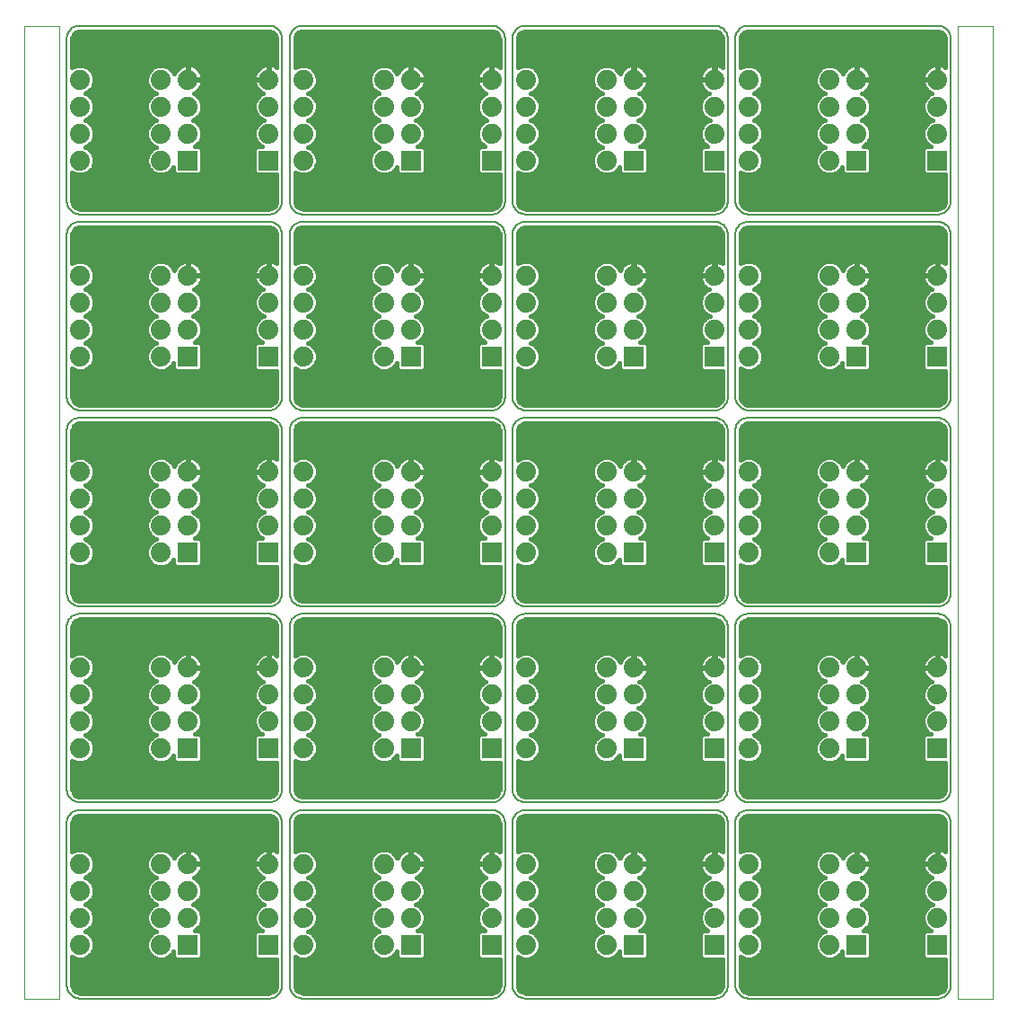
<source format=gtl>
G75*
%MOIN*%
%OFA0B0*%
%FSLAX24Y24*%
%IPPOS*%
%LPD*%
%AMOC8*
5,1,8,0,0,1.08239X$1,22.5*
%
%ADD10C,0.0080*%
%ADD11C,0.0010*%
%ADD12C,0.0740*%
%ADD13R,0.0740X0.0740*%
%ADD14C,0.0160*%
D10*
X001680Y000700D02*
X001680Y006726D01*
X001679Y006726D02*
X001681Y006767D01*
X001686Y006808D01*
X001695Y006849D01*
X001708Y006888D01*
X001723Y006926D01*
X001743Y006963D01*
X001765Y006998D01*
X001790Y007031D01*
X001818Y007061D01*
X001848Y007089D01*
X001881Y007114D01*
X001916Y007136D01*
X001953Y007156D01*
X001991Y007171D01*
X002030Y007184D01*
X002071Y007193D01*
X002112Y007198D01*
X002153Y007200D01*
X009180Y007200D01*
X009180Y007476D02*
X002180Y007476D01*
X002136Y007478D01*
X002093Y007484D01*
X002051Y007493D01*
X002009Y007506D01*
X001969Y007523D01*
X001930Y007543D01*
X001893Y007566D01*
X001859Y007593D01*
X001826Y007622D01*
X001797Y007655D01*
X001770Y007689D01*
X001747Y007726D01*
X001727Y007765D01*
X001710Y007805D01*
X001697Y007847D01*
X001688Y007889D01*
X001682Y007932D01*
X001680Y007976D01*
X001680Y014002D01*
X001679Y014002D02*
X001681Y014043D01*
X001686Y014084D01*
X001695Y014125D01*
X001708Y014164D01*
X001723Y014202D01*
X001743Y014239D01*
X001765Y014274D01*
X001790Y014307D01*
X001818Y014337D01*
X001848Y014365D01*
X001881Y014390D01*
X001916Y014412D01*
X001953Y014432D01*
X001991Y014447D01*
X002030Y014460D01*
X002071Y014469D01*
X002112Y014474D01*
X002153Y014476D01*
X009180Y014476D01*
X009180Y014751D02*
X002180Y014751D01*
X002136Y014753D01*
X002093Y014759D01*
X002051Y014768D01*
X002009Y014781D01*
X001969Y014798D01*
X001930Y014818D01*
X001893Y014841D01*
X001859Y014868D01*
X001826Y014897D01*
X001797Y014930D01*
X001770Y014964D01*
X001747Y015001D01*
X001727Y015040D01*
X001710Y015080D01*
X001697Y015122D01*
X001688Y015164D01*
X001682Y015207D01*
X001680Y015251D01*
X001680Y021278D01*
X001679Y021278D02*
X001681Y021319D01*
X001686Y021360D01*
X001695Y021401D01*
X001708Y021440D01*
X001723Y021478D01*
X001743Y021515D01*
X001765Y021550D01*
X001790Y021583D01*
X001818Y021613D01*
X001848Y021641D01*
X001881Y021666D01*
X001916Y021688D01*
X001953Y021708D01*
X001991Y021723D01*
X002030Y021736D01*
X002071Y021745D01*
X002112Y021750D01*
X002153Y021752D01*
X002153Y021751D02*
X009180Y021751D01*
X009180Y022027D02*
X002180Y022027D01*
X002136Y022029D01*
X002093Y022035D01*
X002051Y022044D01*
X002009Y022057D01*
X001969Y022074D01*
X001930Y022094D01*
X001893Y022117D01*
X001859Y022144D01*
X001826Y022173D01*
X001797Y022206D01*
X001770Y022240D01*
X001747Y022277D01*
X001727Y022316D01*
X001710Y022356D01*
X001697Y022398D01*
X001688Y022440D01*
X001682Y022483D01*
X001680Y022527D01*
X001680Y028553D01*
X001679Y028553D02*
X001681Y028594D01*
X001686Y028635D01*
X001695Y028676D01*
X001708Y028715D01*
X001723Y028753D01*
X001743Y028790D01*
X001765Y028825D01*
X001790Y028858D01*
X001818Y028888D01*
X001848Y028916D01*
X001881Y028941D01*
X001916Y028963D01*
X001953Y028983D01*
X001991Y028998D01*
X002030Y029011D01*
X002071Y029020D01*
X002112Y029025D01*
X002153Y029027D01*
X009180Y029027D01*
X009180Y029302D02*
X002180Y029302D01*
X002136Y029304D01*
X002093Y029310D01*
X002051Y029319D01*
X002009Y029332D01*
X001969Y029349D01*
X001930Y029369D01*
X001893Y029392D01*
X001859Y029419D01*
X001826Y029448D01*
X001797Y029481D01*
X001770Y029515D01*
X001747Y029552D01*
X001727Y029591D01*
X001710Y029631D01*
X001697Y029673D01*
X001688Y029715D01*
X001682Y029758D01*
X001680Y029802D01*
X001680Y035829D01*
X001679Y035829D02*
X001681Y035870D01*
X001686Y035911D01*
X001695Y035952D01*
X001708Y035991D01*
X001723Y036029D01*
X001743Y036066D01*
X001765Y036101D01*
X001790Y036134D01*
X001818Y036164D01*
X001848Y036192D01*
X001881Y036217D01*
X001916Y036239D01*
X001953Y036259D01*
X001991Y036274D01*
X002030Y036287D01*
X002071Y036296D01*
X002112Y036301D01*
X002153Y036303D01*
X002153Y036302D02*
X009180Y036302D01*
X009224Y036300D01*
X009267Y036294D01*
X009309Y036285D01*
X009351Y036272D01*
X009391Y036255D01*
X009430Y036235D01*
X009467Y036212D01*
X009501Y036185D01*
X009534Y036156D01*
X009563Y036123D01*
X009590Y036089D01*
X009613Y036052D01*
X009633Y036013D01*
X009650Y035973D01*
X009663Y035931D01*
X009672Y035889D01*
X009678Y035846D01*
X009680Y035802D01*
X009680Y029802D01*
X009955Y029802D02*
X009955Y035829D01*
X009957Y035870D01*
X009962Y035911D01*
X009971Y035952D01*
X009984Y035991D01*
X009999Y036029D01*
X010019Y036066D01*
X010041Y036101D01*
X010066Y036134D01*
X010094Y036164D01*
X010124Y036192D01*
X010157Y036217D01*
X010192Y036239D01*
X010229Y036259D01*
X010267Y036274D01*
X010306Y036287D01*
X010347Y036296D01*
X010388Y036301D01*
X010429Y036303D01*
X010429Y036302D02*
X017455Y036302D01*
X017499Y036300D01*
X017542Y036294D01*
X017584Y036285D01*
X017626Y036272D01*
X017666Y036255D01*
X017705Y036235D01*
X017742Y036212D01*
X017776Y036185D01*
X017809Y036156D01*
X017838Y036123D01*
X017865Y036089D01*
X017888Y036052D01*
X017908Y036013D01*
X017925Y035973D01*
X017938Y035931D01*
X017947Y035889D01*
X017953Y035846D01*
X017955Y035802D01*
X017955Y029802D01*
X018231Y029802D02*
X018231Y035829D01*
X018233Y035870D01*
X018238Y035911D01*
X018247Y035952D01*
X018260Y035991D01*
X018275Y036029D01*
X018295Y036066D01*
X018317Y036101D01*
X018342Y036134D01*
X018370Y036164D01*
X018400Y036192D01*
X018433Y036217D01*
X018468Y036239D01*
X018505Y036259D01*
X018543Y036274D01*
X018582Y036287D01*
X018623Y036296D01*
X018664Y036301D01*
X018705Y036303D01*
X018705Y036302D02*
X025731Y036302D01*
X025775Y036300D01*
X025818Y036294D01*
X025860Y036285D01*
X025902Y036272D01*
X025942Y036255D01*
X025981Y036235D01*
X026018Y036212D01*
X026052Y036185D01*
X026085Y036156D01*
X026114Y036123D01*
X026141Y036089D01*
X026164Y036052D01*
X026184Y036013D01*
X026201Y035973D01*
X026214Y035931D01*
X026223Y035889D01*
X026229Y035846D01*
X026231Y035802D01*
X026231Y029802D01*
X026507Y029802D02*
X026507Y035829D01*
X026506Y035829D02*
X026508Y035870D01*
X026513Y035911D01*
X026522Y035952D01*
X026535Y035991D01*
X026550Y036029D01*
X026570Y036066D01*
X026592Y036101D01*
X026617Y036134D01*
X026645Y036164D01*
X026675Y036192D01*
X026708Y036217D01*
X026743Y036239D01*
X026780Y036259D01*
X026818Y036274D01*
X026857Y036287D01*
X026898Y036296D01*
X026939Y036301D01*
X026980Y036303D01*
X026980Y036302D02*
X034007Y036302D01*
X034051Y036300D01*
X034094Y036294D01*
X034136Y036285D01*
X034178Y036272D01*
X034218Y036255D01*
X034257Y036235D01*
X034294Y036212D01*
X034328Y036185D01*
X034361Y036156D01*
X034390Y036123D01*
X034417Y036089D01*
X034440Y036052D01*
X034460Y036013D01*
X034477Y035973D01*
X034490Y035931D01*
X034499Y035889D01*
X034505Y035846D01*
X034507Y035802D01*
X034507Y029802D01*
X034505Y029758D01*
X034499Y029715D01*
X034490Y029673D01*
X034477Y029631D01*
X034460Y029591D01*
X034440Y029552D01*
X034417Y029515D01*
X034390Y029481D01*
X034361Y029448D01*
X034328Y029419D01*
X034294Y029392D01*
X034257Y029369D01*
X034218Y029349D01*
X034178Y029332D01*
X034136Y029319D01*
X034094Y029310D01*
X034051Y029304D01*
X034007Y029302D01*
X027007Y029302D01*
X026980Y029027D02*
X034007Y029027D01*
X034051Y029025D01*
X034094Y029019D01*
X034136Y029010D01*
X034178Y028997D01*
X034218Y028980D01*
X034257Y028960D01*
X034294Y028937D01*
X034328Y028910D01*
X034361Y028881D01*
X034390Y028848D01*
X034417Y028814D01*
X034440Y028777D01*
X034460Y028738D01*
X034477Y028698D01*
X034490Y028656D01*
X034499Y028614D01*
X034505Y028571D01*
X034507Y028527D01*
X034507Y022527D01*
X034505Y022483D01*
X034499Y022440D01*
X034490Y022398D01*
X034477Y022356D01*
X034460Y022316D01*
X034440Y022277D01*
X034417Y022240D01*
X034390Y022206D01*
X034361Y022173D01*
X034328Y022144D01*
X034294Y022117D01*
X034257Y022094D01*
X034218Y022074D01*
X034178Y022057D01*
X034136Y022044D01*
X034094Y022035D01*
X034051Y022029D01*
X034007Y022027D01*
X027007Y022027D01*
X026980Y021751D02*
X034007Y021751D01*
X034051Y021749D01*
X034094Y021743D01*
X034136Y021734D01*
X034178Y021721D01*
X034218Y021704D01*
X034257Y021684D01*
X034294Y021661D01*
X034328Y021634D01*
X034361Y021605D01*
X034390Y021572D01*
X034417Y021538D01*
X034440Y021501D01*
X034460Y021462D01*
X034477Y021422D01*
X034490Y021380D01*
X034499Y021338D01*
X034505Y021295D01*
X034507Y021251D01*
X034507Y015251D01*
X034505Y015207D01*
X034499Y015164D01*
X034490Y015122D01*
X034477Y015080D01*
X034460Y015040D01*
X034440Y015001D01*
X034417Y014964D01*
X034390Y014930D01*
X034361Y014897D01*
X034328Y014868D01*
X034294Y014841D01*
X034257Y014818D01*
X034218Y014798D01*
X034178Y014781D01*
X034136Y014768D01*
X034094Y014759D01*
X034051Y014753D01*
X034007Y014751D01*
X027007Y014751D01*
X026980Y014476D02*
X034007Y014476D01*
X034051Y014474D01*
X034094Y014468D01*
X034136Y014459D01*
X034178Y014446D01*
X034218Y014429D01*
X034257Y014409D01*
X034294Y014386D01*
X034328Y014359D01*
X034361Y014330D01*
X034390Y014297D01*
X034417Y014263D01*
X034440Y014226D01*
X034460Y014187D01*
X034477Y014147D01*
X034490Y014105D01*
X034499Y014063D01*
X034505Y014020D01*
X034507Y013976D01*
X034507Y007976D01*
X034505Y007932D01*
X034499Y007889D01*
X034490Y007847D01*
X034477Y007805D01*
X034460Y007765D01*
X034440Y007726D01*
X034417Y007689D01*
X034390Y007655D01*
X034361Y007622D01*
X034328Y007593D01*
X034294Y007566D01*
X034257Y007543D01*
X034218Y007523D01*
X034178Y007506D01*
X034136Y007493D01*
X034094Y007484D01*
X034051Y007478D01*
X034007Y007476D01*
X027007Y007476D01*
X026980Y007200D02*
X034007Y007200D01*
X034051Y007198D01*
X034094Y007192D01*
X034136Y007183D01*
X034178Y007170D01*
X034218Y007153D01*
X034257Y007133D01*
X034294Y007110D01*
X034328Y007083D01*
X034361Y007054D01*
X034390Y007021D01*
X034417Y006987D01*
X034440Y006950D01*
X034460Y006911D01*
X034477Y006871D01*
X034490Y006829D01*
X034499Y006787D01*
X034505Y006744D01*
X034507Y006700D01*
X034507Y000700D01*
X034505Y000656D01*
X034499Y000613D01*
X034490Y000571D01*
X034477Y000529D01*
X034460Y000489D01*
X034440Y000450D01*
X034417Y000413D01*
X034390Y000379D01*
X034361Y000346D01*
X034328Y000317D01*
X034294Y000290D01*
X034257Y000267D01*
X034218Y000247D01*
X034178Y000230D01*
X034136Y000217D01*
X034094Y000208D01*
X034051Y000202D01*
X034007Y000200D01*
X027007Y000200D01*
X026963Y000202D01*
X026920Y000208D01*
X026878Y000217D01*
X026836Y000230D01*
X026796Y000247D01*
X026757Y000267D01*
X026720Y000290D01*
X026686Y000317D01*
X026653Y000346D01*
X026624Y000379D01*
X026597Y000413D01*
X026574Y000450D01*
X026554Y000489D01*
X026537Y000529D01*
X026524Y000571D01*
X026515Y000613D01*
X026509Y000656D01*
X026507Y000700D01*
X026507Y006726D01*
X026231Y006700D02*
X026231Y000700D01*
X026229Y000656D01*
X026223Y000613D01*
X026214Y000571D01*
X026201Y000529D01*
X026184Y000489D01*
X026164Y000450D01*
X026141Y000413D01*
X026114Y000379D01*
X026085Y000346D01*
X026052Y000317D01*
X026018Y000290D01*
X025981Y000267D01*
X025942Y000247D01*
X025902Y000230D01*
X025860Y000217D01*
X025818Y000208D01*
X025775Y000202D01*
X025731Y000200D01*
X018731Y000200D01*
X018687Y000202D01*
X018644Y000208D01*
X018602Y000217D01*
X018560Y000230D01*
X018520Y000247D01*
X018481Y000267D01*
X018444Y000290D01*
X018410Y000317D01*
X018377Y000346D01*
X018348Y000379D01*
X018321Y000413D01*
X018298Y000450D01*
X018278Y000489D01*
X018261Y000529D01*
X018248Y000571D01*
X018239Y000613D01*
X018233Y000656D01*
X018231Y000700D01*
X018231Y006726D01*
X017955Y006700D02*
X017955Y000700D01*
X017953Y000656D01*
X017947Y000613D01*
X017938Y000571D01*
X017925Y000529D01*
X017908Y000489D01*
X017888Y000450D01*
X017865Y000413D01*
X017838Y000379D01*
X017809Y000346D01*
X017776Y000317D01*
X017742Y000290D01*
X017705Y000267D01*
X017666Y000247D01*
X017626Y000230D01*
X017584Y000217D01*
X017542Y000208D01*
X017499Y000202D01*
X017455Y000200D01*
X010455Y000200D01*
X010411Y000202D01*
X010368Y000208D01*
X010326Y000217D01*
X010284Y000230D01*
X010244Y000247D01*
X010205Y000267D01*
X010168Y000290D01*
X010134Y000317D01*
X010101Y000346D01*
X010072Y000379D01*
X010045Y000413D01*
X010022Y000450D01*
X010002Y000489D01*
X009985Y000529D01*
X009972Y000571D01*
X009963Y000613D01*
X009957Y000656D01*
X009955Y000700D01*
X009955Y006726D01*
X009680Y006700D02*
X009680Y000700D01*
X009678Y000656D01*
X009672Y000613D01*
X009663Y000571D01*
X009650Y000529D01*
X009633Y000489D01*
X009613Y000450D01*
X009590Y000413D01*
X009563Y000379D01*
X009534Y000346D01*
X009501Y000317D01*
X009467Y000290D01*
X009430Y000267D01*
X009391Y000247D01*
X009351Y000230D01*
X009309Y000217D01*
X009267Y000208D01*
X009224Y000202D01*
X009180Y000200D01*
X002180Y000200D01*
X002136Y000202D01*
X002093Y000208D01*
X002051Y000217D01*
X002009Y000230D01*
X001969Y000247D01*
X001930Y000267D01*
X001893Y000290D01*
X001859Y000317D01*
X001826Y000346D01*
X001797Y000379D01*
X001770Y000413D01*
X001747Y000450D01*
X001727Y000489D01*
X001710Y000529D01*
X001697Y000571D01*
X001688Y000613D01*
X001682Y000656D01*
X001680Y000700D01*
X009180Y007200D02*
X009224Y007198D01*
X009267Y007192D01*
X009309Y007183D01*
X009351Y007170D01*
X009391Y007153D01*
X009430Y007133D01*
X009467Y007110D01*
X009501Y007083D01*
X009534Y007054D01*
X009563Y007021D01*
X009590Y006987D01*
X009613Y006950D01*
X009633Y006911D01*
X009650Y006871D01*
X009663Y006829D01*
X009672Y006787D01*
X009678Y006744D01*
X009680Y006700D01*
X009955Y006726D02*
X009957Y006767D01*
X009962Y006808D01*
X009971Y006849D01*
X009984Y006888D01*
X009999Y006926D01*
X010019Y006963D01*
X010041Y006998D01*
X010066Y007031D01*
X010094Y007061D01*
X010124Y007089D01*
X010157Y007114D01*
X010192Y007136D01*
X010229Y007156D01*
X010267Y007171D01*
X010306Y007184D01*
X010347Y007193D01*
X010388Y007198D01*
X010429Y007200D01*
X017455Y007200D01*
X017455Y007476D02*
X010455Y007476D01*
X010411Y007478D01*
X010368Y007484D01*
X010326Y007493D01*
X010284Y007506D01*
X010244Y007523D01*
X010205Y007543D01*
X010168Y007566D01*
X010134Y007593D01*
X010101Y007622D01*
X010072Y007655D01*
X010045Y007689D01*
X010022Y007726D01*
X010002Y007765D01*
X009985Y007805D01*
X009972Y007847D01*
X009963Y007889D01*
X009957Y007932D01*
X009955Y007976D01*
X009955Y014002D01*
X009680Y013976D02*
X009680Y007976D01*
X009678Y007932D01*
X009672Y007889D01*
X009663Y007847D01*
X009650Y007805D01*
X009633Y007765D01*
X009613Y007726D01*
X009590Y007689D01*
X009563Y007655D01*
X009534Y007622D01*
X009501Y007593D01*
X009467Y007566D01*
X009430Y007543D01*
X009391Y007523D01*
X009351Y007506D01*
X009309Y007493D01*
X009267Y007484D01*
X009224Y007478D01*
X009180Y007476D01*
X009680Y013976D02*
X009678Y014020D01*
X009672Y014063D01*
X009663Y014105D01*
X009650Y014147D01*
X009633Y014187D01*
X009613Y014226D01*
X009590Y014263D01*
X009563Y014297D01*
X009534Y014330D01*
X009501Y014359D01*
X009467Y014386D01*
X009430Y014409D01*
X009391Y014429D01*
X009351Y014446D01*
X009309Y014459D01*
X009267Y014468D01*
X009224Y014474D01*
X009180Y014476D01*
X009180Y014751D02*
X009224Y014753D01*
X009267Y014759D01*
X009309Y014768D01*
X009351Y014781D01*
X009391Y014798D01*
X009430Y014818D01*
X009467Y014841D01*
X009501Y014868D01*
X009534Y014897D01*
X009563Y014930D01*
X009590Y014964D01*
X009613Y015001D01*
X009633Y015040D01*
X009650Y015080D01*
X009663Y015122D01*
X009672Y015164D01*
X009678Y015207D01*
X009680Y015251D01*
X009680Y021251D01*
X009955Y021278D02*
X009955Y015251D01*
X009957Y015207D01*
X009963Y015164D01*
X009972Y015122D01*
X009985Y015080D01*
X010002Y015040D01*
X010022Y015001D01*
X010045Y014964D01*
X010072Y014930D01*
X010101Y014897D01*
X010134Y014868D01*
X010168Y014841D01*
X010205Y014818D01*
X010244Y014798D01*
X010284Y014781D01*
X010326Y014768D01*
X010368Y014759D01*
X010411Y014753D01*
X010455Y014751D01*
X017455Y014751D01*
X017455Y014476D02*
X010429Y014476D01*
X010388Y014474D01*
X010347Y014469D01*
X010306Y014460D01*
X010267Y014447D01*
X010229Y014432D01*
X010192Y014412D01*
X010157Y014390D01*
X010124Y014365D01*
X010094Y014337D01*
X010066Y014307D01*
X010041Y014274D01*
X010019Y014239D01*
X009999Y014202D01*
X009984Y014164D01*
X009971Y014125D01*
X009962Y014084D01*
X009957Y014043D01*
X009955Y014002D01*
X009680Y021251D02*
X009678Y021295D01*
X009672Y021338D01*
X009663Y021380D01*
X009650Y021422D01*
X009633Y021462D01*
X009613Y021501D01*
X009590Y021538D01*
X009563Y021572D01*
X009534Y021605D01*
X009501Y021634D01*
X009467Y021661D01*
X009430Y021684D01*
X009391Y021704D01*
X009351Y021721D01*
X009309Y021734D01*
X009267Y021743D01*
X009224Y021749D01*
X009180Y021751D01*
X009180Y022027D02*
X009224Y022029D01*
X009267Y022035D01*
X009309Y022044D01*
X009351Y022057D01*
X009391Y022074D01*
X009430Y022094D01*
X009467Y022117D01*
X009501Y022144D01*
X009534Y022173D01*
X009563Y022206D01*
X009590Y022240D01*
X009613Y022277D01*
X009633Y022316D01*
X009650Y022356D01*
X009663Y022398D01*
X009672Y022440D01*
X009678Y022483D01*
X009680Y022527D01*
X009680Y028527D01*
X009955Y028553D02*
X009955Y022527D01*
X009957Y022483D01*
X009963Y022440D01*
X009972Y022398D01*
X009985Y022356D01*
X010002Y022316D01*
X010022Y022277D01*
X010045Y022240D01*
X010072Y022206D01*
X010101Y022173D01*
X010134Y022144D01*
X010168Y022117D01*
X010205Y022094D01*
X010244Y022074D01*
X010284Y022057D01*
X010326Y022044D01*
X010368Y022035D01*
X010411Y022029D01*
X010455Y022027D01*
X017455Y022027D01*
X017455Y021751D02*
X010429Y021751D01*
X010429Y021752D02*
X010388Y021750D01*
X010347Y021745D01*
X010306Y021736D01*
X010267Y021723D01*
X010229Y021708D01*
X010192Y021688D01*
X010157Y021666D01*
X010124Y021641D01*
X010094Y021613D01*
X010066Y021583D01*
X010041Y021550D01*
X010019Y021515D01*
X009999Y021478D01*
X009984Y021440D01*
X009971Y021401D01*
X009962Y021360D01*
X009957Y021319D01*
X009955Y021278D01*
X009680Y028527D02*
X009678Y028571D01*
X009672Y028614D01*
X009663Y028656D01*
X009650Y028698D01*
X009633Y028738D01*
X009613Y028777D01*
X009590Y028814D01*
X009563Y028848D01*
X009534Y028881D01*
X009501Y028910D01*
X009467Y028937D01*
X009430Y028960D01*
X009391Y028980D01*
X009351Y028997D01*
X009309Y029010D01*
X009267Y029019D01*
X009224Y029025D01*
X009180Y029027D01*
X009180Y029302D02*
X009224Y029304D01*
X009267Y029310D01*
X009309Y029319D01*
X009351Y029332D01*
X009391Y029349D01*
X009430Y029369D01*
X009467Y029392D01*
X009501Y029419D01*
X009534Y029448D01*
X009563Y029481D01*
X009590Y029515D01*
X009613Y029552D01*
X009633Y029591D01*
X009650Y029631D01*
X009663Y029673D01*
X009672Y029715D01*
X009678Y029758D01*
X009680Y029802D01*
X009955Y029802D02*
X009957Y029758D01*
X009963Y029715D01*
X009972Y029673D01*
X009985Y029631D01*
X010002Y029591D01*
X010022Y029552D01*
X010045Y029515D01*
X010072Y029481D01*
X010101Y029448D01*
X010134Y029419D01*
X010168Y029392D01*
X010205Y029369D01*
X010244Y029349D01*
X010284Y029332D01*
X010326Y029319D01*
X010368Y029310D01*
X010411Y029304D01*
X010455Y029302D01*
X017455Y029302D01*
X017455Y029027D02*
X010429Y029027D01*
X010388Y029025D01*
X010347Y029020D01*
X010306Y029011D01*
X010267Y028998D01*
X010229Y028983D01*
X010192Y028963D01*
X010157Y028941D01*
X010124Y028916D01*
X010094Y028888D01*
X010066Y028858D01*
X010041Y028825D01*
X010019Y028790D01*
X009999Y028753D01*
X009984Y028715D01*
X009971Y028676D01*
X009962Y028635D01*
X009957Y028594D01*
X009955Y028553D01*
X017455Y029027D02*
X017499Y029025D01*
X017542Y029019D01*
X017584Y029010D01*
X017626Y028997D01*
X017666Y028980D01*
X017705Y028960D01*
X017742Y028937D01*
X017776Y028910D01*
X017809Y028881D01*
X017838Y028848D01*
X017865Y028814D01*
X017888Y028777D01*
X017908Y028738D01*
X017925Y028698D01*
X017938Y028656D01*
X017947Y028614D01*
X017953Y028571D01*
X017955Y028527D01*
X017955Y022527D01*
X018231Y022527D02*
X018231Y028553D01*
X018233Y028594D01*
X018238Y028635D01*
X018247Y028676D01*
X018260Y028715D01*
X018275Y028753D01*
X018295Y028790D01*
X018317Y028825D01*
X018342Y028858D01*
X018370Y028888D01*
X018400Y028916D01*
X018433Y028941D01*
X018468Y028963D01*
X018505Y028983D01*
X018543Y028998D01*
X018582Y029011D01*
X018623Y029020D01*
X018664Y029025D01*
X018705Y029027D01*
X025731Y029027D01*
X025731Y029302D02*
X018731Y029302D01*
X018687Y029304D01*
X018644Y029310D01*
X018602Y029319D01*
X018560Y029332D01*
X018520Y029349D01*
X018481Y029369D01*
X018444Y029392D01*
X018410Y029419D01*
X018377Y029448D01*
X018348Y029481D01*
X018321Y029515D01*
X018298Y029552D01*
X018278Y029591D01*
X018261Y029631D01*
X018248Y029673D01*
X018239Y029715D01*
X018233Y029758D01*
X018231Y029802D01*
X017955Y029802D02*
X017953Y029758D01*
X017947Y029715D01*
X017938Y029673D01*
X017925Y029631D01*
X017908Y029591D01*
X017888Y029552D01*
X017865Y029515D01*
X017838Y029481D01*
X017809Y029448D01*
X017776Y029419D01*
X017742Y029392D01*
X017705Y029369D01*
X017666Y029349D01*
X017626Y029332D01*
X017584Y029319D01*
X017542Y029310D01*
X017499Y029304D01*
X017455Y029302D01*
X017955Y022527D02*
X017953Y022483D01*
X017947Y022440D01*
X017938Y022398D01*
X017925Y022356D01*
X017908Y022316D01*
X017888Y022277D01*
X017865Y022240D01*
X017838Y022206D01*
X017809Y022173D01*
X017776Y022144D01*
X017742Y022117D01*
X017705Y022094D01*
X017666Y022074D01*
X017626Y022057D01*
X017584Y022044D01*
X017542Y022035D01*
X017499Y022029D01*
X017455Y022027D01*
X017455Y021751D02*
X017499Y021749D01*
X017542Y021743D01*
X017584Y021734D01*
X017626Y021721D01*
X017666Y021704D01*
X017705Y021684D01*
X017742Y021661D01*
X017776Y021634D01*
X017809Y021605D01*
X017838Y021572D01*
X017865Y021538D01*
X017888Y021501D01*
X017908Y021462D01*
X017925Y021422D01*
X017938Y021380D01*
X017947Y021338D01*
X017953Y021295D01*
X017955Y021251D01*
X017955Y015251D01*
X018231Y015251D02*
X018231Y021278D01*
X018233Y021319D01*
X018238Y021360D01*
X018247Y021401D01*
X018260Y021440D01*
X018275Y021478D01*
X018295Y021515D01*
X018317Y021550D01*
X018342Y021583D01*
X018370Y021613D01*
X018400Y021641D01*
X018433Y021666D01*
X018468Y021688D01*
X018505Y021708D01*
X018543Y021723D01*
X018582Y021736D01*
X018623Y021745D01*
X018664Y021750D01*
X018705Y021752D01*
X018705Y021751D02*
X025731Y021751D01*
X025731Y022027D02*
X018731Y022027D01*
X018687Y022029D01*
X018644Y022035D01*
X018602Y022044D01*
X018560Y022057D01*
X018520Y022074D01*
X018481Y022094D01*
X018444Y022117D01*
X018410Y022144D01*
X018377Y022173D01*
X018348Y022206D01*
X018321Y022240D01*
X018298Y022277D01*
X018278Y022316D01*
X018261Y022356D01*
X018248Y022398D01*
X018239Y022440D01*
X018233Y022483D01*
X018231Y022527D01*
X018231Y015251D02*
X018233Y015207D01*
X018239Y015164D01*
X018248Y015122D01*
X018261Y015080D01*
X018278Y015040D01*
X018298Y015001D01*
X018321Y014964D01*
X018348Y014930D01*
X018377Y014897D01*
X018410Y014868D01*
X018444Y014841D01*
X018481Y014818D01*
X018520Y014798D01*
X018560Y014781D01*
X018602Y014768D01*
X018644Y014759D01*
X018687Y014753D01*
X018731Y014751D01*
X025731Y014751D01*
X025731Y014476D02*
X018705Y014476D01*
X018664Y014474D01*
X018623Y014469D01*
X018582Y014460D01*
X018543Y014447D01*
X018505Y014432D01*
X018468Y014412D01*
X018433Y014390D01*
X018400Y014365D01*
X018370Y014337D01*
X018342Y014307D01*
X018317Y014274D01*
X018295Y014239D01*
X018275Y014202D01*
X018260Y014164D01*
X018247Y014125D01*
X018238Y014084D01*
X018233Y014043D01*
X018231Y014002D01*
X018231Y007976D01*
X017955Y007976D02*
X017955Y013976D01*
X017953Y014020D01*
X017947Y014063D01*
X017938Y014105D01*
X017925Y014147D01*
X017908Y014187D01*
X017888Y014226D01*
X017865Y014263D01*
X017838Y014297D01*
X017809Y014330D01*
X017776Y014359D01*
X017742Y014386D01*
X017705Y014409D01*
X017666Y014429D01*
X017626Y014446D01*
X017584Y014459D01*
X017542Y014468D01*
X017499Y014474D01*
X017455Y014476D01*
X017455Y014751D02*
X017499Y014753D01*
X017542Y014759D01*
X017584Y014768D01*
X017626Y014781D01*
X017666Y014798D01*
X017705Y014818D01*
X017742Y014841D01*
X017776Y014868D01*
X017809Y014897D01*
X017838Y014930D01*
X017865Y014964D01*
X017888Y015001D01*
X017908Y015040D01*
X017925Y015080D01*
X017938Y015122D01*
X017947Y015164D01*
X017953Y015207D01*
X017955Y015251D01*
X017955Y007976D02*
X017953Y007932D01*
X017947Y007889D01*
X017938Y007847D01*
X017925Y007805D01*
X017908Y007765D01*
X017888Y007726D01*
X017865Y007689D01*
X017838Y007655D01*
X017809Y007622D01*
X017776Y007593D01*
X017742Y007566D01*
X017705Y007543D01*
X017666Y007523D01*
X017626Y007506D01*
X017584Y007493D01*
X017542Y007484D01*
X017499Y007478D01*
X017455Y007476D01*
X017455Y007200D02*
X017499Y007198D01*
X017542Y007192D01*
X017584Y007183D01*
X017626Y007170D01*
X017666Y007153D01*
X017705Y007133D01*
X017742Y007110D01*
X017776Y007083D01*
X017809Y007054D01*
X017838Y007021D01*
X017865Y006987D01*
X017888Y006950D01*
X017908Y006911D01*
X017925Y006871D01*
X017938Y006829D01*
X017947Y006787D01*
X017953Y006744D01*
X017955Y006700D01*
X018231Y006726D02*
X018233Y006767D01*
X018238Y006808D01*
X018247Y006849D01*
X018260Y006888D01*
X018275Y006926D01*
X018295Y006963D01*
X018317Y006998D01*
X018342Y007031D01*
X018370Y007061D01*
X018400Y007089D01*
X018433Y007114D01*
X018468Y007136D01*
X018505Y007156D01*
X018543Y007171D01*
X018582Y007184D01*
X018623Y007193D01*
X018664Y007198D01*
X018705Y007200D01*
X025731Y007200D01*
X025731Y007476D02*
X018731Y007476D01*
X018687Y007478D01*
X018644Y007484D01*
X018602Y007493D01*
X018560Y007506D01*
X018520Y007523D01*
X018481Y007543D01*
X018444Y007566D01*
X018410Y007593D01*
X018377Y007622D01*
X018348Y007655D01*
X018321Y007689D01*
X018298Y007726D01*
X018278Y007765D01*
X018261Y007805D01*
X018248Y007847D01*
X018239Y007889D01*
X018233Y007932D01*
X018231Y007976D01*
X025731Y007476D02*
X025775Y007478D01*
X025818Y007484D01*
X025860Y007493D01*
X025902Y007506D01*
X025942Y007523D01*
X025981Y007543D01*
X026018Y007566D01*
X026052Y007593D01*
X026085Y007622D01*
X026114Y007655D01*
X026141Y007689D01*
X026164Y007726D01*
X026184Y007765D01*
X026201Y007805D01*
X026214Y007847D01*
X026223Y007889D01*
X026229Y007932D01*
X026231Y007976D01*
X026231Y013976D01*
X026507Y014002D02*
X026507Y007976D01*
X026509Y007932D01*
X026515Y007889D01*
X026524Y007847D01*
X026537Y007805D01*
X026554Y007765D01*
X026574Y007726D01*
X026597Y007689D01*
X026624Y007655D01*
X026653Y007622D01*
X026686Y007593D01*
X026720Y007566D01*
X026757Y007543D01*
X026796Y007523D01*
X026836Y007506D01*
X026878Y007493D01*
X026920Y007484D01*
X026963Y007478D01*
X027007Y007476D01*
X026980Y007200D02*
X026939Y007198D01*
X026898Y007193D01*
X026857Y007184D01*
X026818Y007171D01*
X026780Y007156D01*
X026743Y007136D01*
X026708Y007114D01*
X026675Y007089D01*
X026645Y007061D01*
X026617Y007031D01*
X026592Y006998D01*
X026570Y006963D01*
X026550Y006926D01*
X026535Y006888D01*
X026522Y006849D01*
X026513Y006808D01*
X026508Y006767D01*
X026506Y006726D01*
X026231Y006700D02*
X026229Y006744D01*
X026223Y006787D01*
X026214Y006829D01*
X026201Y006871D01*
X026184Y006911D01*
X026164Y006950D01*
X026141Y006987D01*
X026114Y007021D01*
X026085Y007054D01*
X026052Y007083D01*
X026018Y007110D01*
X025981Y007133D01*
X025942Y007153D01*
X025902Y007170D01*
X025860Y007183D01*
X025818Y007192D01*
X025775Y007198D01*
X025731Y007200D01*
X026231Y013976D02*
X026229Y014020D01*
X026223Y014063D01*
X026214Y014105D01*
X026201Y014147D01*
X026184Y014187D01*
X026164Y014226D01*
X026141Y014263D01*
X026114Y014297D01*
X026085Y014330D01*
X026052Y014359D01*
X026018Y014386D01*
X025981Y014409D01*
X025942Y014429D01*
X025902Y014446D01*
X025860Y014459D01*
X025818Y014468D01*
X025775Y014474D01*
X025731Y014476D01*
X025731Y014751D02*
X025775Y014753D01*
X025818Y014759D01*
X025860Y014768D01*
X025902Y014781D01*
X025942Y014798D01*
X025981Y014818D01*
X026018Y014841D01*
X026052Y014868D01*
X026085Y014897D01*
X026114Y014930D01*
X026141Y014964D01*
X026164Y015001D01*
X026184Y015040D01*
X026201Y015080D01*
X026214Y015122D01*
X026223Y015164D01*
X026229Y015207D01*
X026231Y015251D01*
X026231Y021251D01*
X026507Y021278D02*
X026507Y015251D01*
X026509Y015207D01*
X026515Y015164D01*
X026524Y015122D01*
X026537Y015080D01*
X026554Y015040D01*
X026574Y015001D01*
X026597Y014964D01*
X026624Y014930D01*
X026653Y014897D01*
X026686Y014868D01*
X026720Y014841D01*
X026757Y014818D01*
X026796Y014798D01*
X026836Y014781D01*
X026878Y014768D01*
X026920Y014759D01*
X026963Y014753D01*
X027007Y014751D01*
X026980Y014476D02*
X026939Y014474D01*
X026898Y014469D01*
X026857Y014460D01*
X026818Y014447D01*
X026780Y014432D01*
X026743Y014412D01*
X026708Y014390D01*
X026675Y014365D01*
X026645Y014337D01*
X026617Y014307D01*
X026592Y014274D01*
X026570Y014239D01*
X026550Y014202D01*
X026535Y014164D01*
X026522Y014125D01*
X026513Y014084D01*
X026508Y014043D01*
X026506Y014002D01*
X026231Y021251D02*
X026229Y021295D01*
X026223Y021338D01*
X026214Y021380D01*
X026201Y021422D01*
X026184Y021462D01*
X026164Y021501D01*
X026141Y021538D01*
X026114Y021572D01*
X026085Y021605D01*
X026052Y021634D01*
X026018Y021661D01*
X025981Y021684D01*
X025942Y021704D01*
X025902Y021721D01*
X025860Y021734D01*
X025818Y021743D01*
X025775Y021749D01*
X025731Y021751D01*
X025731Y022027D02*
X025775Y022029D01*
X025818Y022035D01*
X025860Y022044D01*
X025902Y022057D01*
X025942Y022074D01*
X025981Y022094D01*
X026018Y022117D01*
X026052Y022144D01*
X026085Y022173D01*
X026114Y022206D01*
X026141Y022240D01*
X026164Y022277D01*
X026184Y022316D01*
X026201Y022356D01*
X026214Y022398D01*
X026223Y022440D01*
X026229Y022483D01*
X026231Y022527D01*
X026231Y028527D01*
X026507Y028553D02*
X026507Y022527D01*
X026509Y022483D01*
X026515Y022440D01*
X026524Y022398D01*
X026537Y022356D01*
X026554Y022316D01*
X026574Y022277D01*
X026597Y022240D01*
X026624Y022206D01*
X026653Y022173D01*
X026686Y022144D01*
X026720Y022117D01*
X026757Y022094D01*
X026796Y022074D01*
X026836Y022057D01*
X026878Y022044D01*
X026920Y022035D01*
X026963Y022029D01*
X027007Y022027D01*
X026980Y021752D02*
X026939Y021750D01*
X026898Y021745D01*
X026857Y021736D01*
X026818Y021723D01*
X026780Y021708D01*
X026743Y021688D01*
X026708Y021666D01*
X026675Y021641D01*
X026645Y021613D01*
X026617Y021583D01*
X026592Y021550D01*
X026570Y021515D01*
X026550Y021478D01*
X026535Y021440D01*
X026522Y021401D01*
X026513Y021360D01*
X026508Y021319D01*
X026506Y021278D01*
X026231Y028527D02*
X026229Y028571D01*
X026223Y028614D01*
X026214Y028656D01*
X026201Y028698D01*
X026184Y028738D01*
X026164Y028777D01*
X026141Y028814D01*
X026114Y028848D01*
X026085Y028881D01*
X026052Y028910D01*
X026018Y028937D01*
X025981Y028960D01*
X025942Y028980D01*
X025902Y028997D01*
X025860Y029010D01*
X025818Y029019D01*
X025775Y029025D01*
X025731Y029027D01*
X025731Y029302D02*
X025775Y029304D01*
X025818Y029310D01*
X025860Y029319D01*
X025902Y029332D01*
X025942Y029349D01*
X025981Y029369D01*
X026018Y029392D01*
X026052Y029419D01*
X026085Y029448D01*
X026114Y029481D01*
X026141Y029515D01*
X026164Y029552D01*
X026184Y029591D01*
X026201Y029631D01*
X026214Y029673D01*
X026223Y029715D01*
X026229Y029758D01*
X026231Y029802D01*
X026507Y029802D02*
X026509Y029758D01*
X026515Y029715D01*
X026524Y029673D01*
X026537Y029631D01*
X026554Y029591D01*
X026574Y029552D01*
X026597Y029515D01*
X026624Y029481D01*
X026653Y029448D01*
X026686Y029419D01*
X026720Y029392D01*
X026757Y029369D01*
X026796Y029349D01*
X026836Y029332D01*
X026878Y029319D01*
X026920Y029310D01*
X026963Y029304D01*
X027007Y029302D01*
X026980Y029027D02*
X026939Y029025D01*
X026898Y029020D01*
X026857Y029011D01*
X026818Y028998D01*
X026780Y028983D01*
X026743Y028963D01*
X026708Y028941D01*
X026675Y028916D01*
X026645Y028888D01*
X026617Y028858D01*
X026592Y028825D01*
X026570Y028790D01*
X026550Y028753D01*
X026535Y028715D01*
X026522Y028676D01*
X026513Y028635D01*
X026508Y028594D01*
X026506Y028553D01*
D11*
X001404Y000200D02*
X000105Y000200D01*
X000105Y036302D01*
X001404Y036302D01*
X001404Y000200D01*
X034782Y000200D02*
X036081Y000200D01*
X036081Y036302D01*
X034782Y036302D01*
X034782Y000200D01*
D12*
X034007Y003200D03*
X034007Y004200D03*
X034007Y005200D03*
X031007Y005200D03*
X031007Y004200D03*
X031007Y003200D03*
X030007Y003200D03*
X030007Y002200D03*
X030007Y004200D03*
X030007Y005200D03*
X027007Y005200D03*
X027007Y004200D03*
X027007Y003200D03*
X027007Y002200D03*
X025731Y003200D03*
X025731Y004200D03*
X025731Y005200D03*
X022731Y005200D03*
X021731Y005200D03*
X021731Y004200D03*
X022731Y004200D03*
X022731Y003200D03*
X021731Y003200D03*
X021731Y002200D03*
X018731Y002200D03*
X018731Y003200D03*
X018731Y004200D03*
X018731Y005200D03*
X017455Y005200D03*
X017455Y004200D03*
X017455Y003200D03*
X014455Y003200D03*
X013455Y003200D03*
X013455Y002200D03*
X013455Y004200D03*
X014455Y004200D03*
X014455Y005200D03*
X013455Y005200D03*
X010455Y005200D03*
X010455Y004200D03*
X010455Y003200D03*
X010455Y002200D03*
X009180Y003200D03*
X009180Y004200D03*
X009180Y005200D03*
X006180Y005200D03*
X006180Y004200D03*
X006180Y003200D03*
X005180Y003200D03*
X005180Y002200D03*
X005180Y004200D03*
X005180Y005200D03*
X002180Y005200D03*
X002180Y004200D03*
X002180Y003200D03*
X002180Y002200D03*
X002180Y009476D03*
X002180Y010476D03*
X002180Y011476D03*
X002180Y012476D03*
X005180Y012476D03*
X006180Y012476D03*
X006180Y011476D03*
X005180Y011476D03*
X005180Y010476D03*
X006180Y010476D03*
X005180Y009476D03*
X009180Y010476D03*
X009180Y011476D03*
X009180Y012476D03*
X010455Y012476D03*
X010455Y011476D03*
X010455Y010476D03*
X010455Y009476D03*
X013455Y009476D03*
X013455Y010476D03*
X014455Y010476D03*
X014455Y011476D03*
X013455Y011476D03*
X013455Y012476D03*
X014455Y012476D03*
X017455Y012476D03*
X017455Y011476D03*
X017455Y010476D03*
X018731Y010476D03*
X018731Y011476D03*
X018731Y012476D03*
X021731Y012476D03*
X022731Y012476D03*
X022731Y011476D03*
X021731Y011476D03*
X021731Y010476D03*
X022731Y010476D03*
X021731Y009476D03*
X018731Y009476D03*
X025731Y010476D03*
X025731Y011476D03*
X025731Y012476D03*
X027007Y012476D03*
X027007Y011476D03*
X027007Y010476D03*
X027007Y009476D03*
X030007Y009476D03*
X030007Y010476D03*
X031007Y010476D03*
X031007Y011476D03*
X031007Y012476D03*
X030007Y012476D03*
X030007Y011476D03*
X034007Y011476D03*
X034007Y012476D03*
X034007Y010476D03*
X030007Y016751D03*
X030007Y017751D03*
X031007Y017751D03*
X031007Y018751D03*
X031007Y019751D03*
X030007Y019751D03*
X030007Y018751D03*
X027007Y018751D03*
X027007Y017751D03*
X027007Y016751D03*
X025731Y017751D03*
X025731Y018751D03*
X025731Y019751D03*
X027007Y019751D03*
X027007Y024027D03*
X027007Y025027D03*
X027007Y026027D03*
X027007Y027027D03*
X025731Y027027D03*
X025731Y026027D03*
X025731Y025027D03*
X022731Y025027D03*
X021731Y025027D03*
X021731Y026027D03*
X022731Y026027D03*
X022731Y027027D03*
X021731Y027027D03*
X018731Y027027D03*
X018731Y026027D03*
X018731Y025027D03*
X018731Y024027D03*
X017455Y025027D03*
X017455Y026027D03*
X017455Y027027D03*
X014455Y027027D03*
X013455Y027027D03*
X013455Y026027D03*
X014455Y026027D03*
X014455Y025027D03*
X013455Y025027D03*
X013455Y024027D03*
X010455Y024027D03*
X010455Y025027D03*
X010455Y026027D03*
X010455Y027027D03*
X009180Y027027D03*
X009180Y026027D03*
X009180Y025027D03*
X006180Y025027D03*
X006180Y026027D03*
X006180Y027027D03*
X005180Y027027D03*
X005180Y026027D03*
X005180Y025027D03*
X005180Y024027D03*
X002180Y024027D03*
X002180Y025027D03*
X002180Y026027D03*
X002180Y027027D03*
X002180Y031302D03*
X002180Y032302D03*
X002180Y033302D03*
X002180Y034302D03*
X005180Y034302D03*
X005180Y033302D03*
X005180Y032302D03*
X005180Y031302D03*
X006180Y032302D03*
X006180Y033302D03*
X006180Y034302D03*
X009180Y034302D03*
X009180Y033302D03*
X009180Y032302D03*
X010455Y032302D03*
X010455Y031302D03*
X010455Y033302D03*
X010455Y034302D03*
X013455Y034302D03*
X014455Y034302D03*
X014455Y033302D03*
X013455Y033302D03*
X013455Y032302D03*
X014455Y032302D03*
X013455Y031302D03*
X017455Y032302D03*
X017455Y033302D03*
X017455Y034302D03*
X018731Y034302D03*
X018731Y033302D03*
X018731Y032302D03*
X018731Y031302D03*
X021731Y031302D03*
X021731Y032302D03*
X022731Y032302D03*
X022731Y033302D03*
X021731Y033302D03*
X021731Y034302D03*
X022731Y034302D03*
X025731Y034302D03*
X025731Y033302D03*
X025731Y032302D03*
X027007Y032302D03*
X027007Y031302D03*
X027007Y033302D03*
X027007Y034302D03*
X030007Y034302D03*
X031007Y034302D03*
X031007Y033302D03*
X031007Y032302D03*
X030007Y032302D03*
X030007Y031302D03*
X030007Y033302D03*
X034007Y033302D03*
X034007Y032302D03*
X034007Y034302D03*
X034007Y027027D03*
X034007Y026027D03*
X034007Y025027D03*
X031007Y025027D03*
X031007Y026027D03*
X031007Y027027D03*
X030007Y027027D03*
X030007Y026027D03*
X030007Y025027D03*
X030007Y024027D03*
X034007Y019751D03*
X034007Y018751D03*
X034007Y017751D03*
X022731Y017751D03*
X021731Y017751D03*
X021731Y016751D03*
X021731Y018751D03*
X022731Y018751D03*
X022731Y019751D03*
X021731Y019751D03*
X018731Y019751D03*
X018731Y018751D03*
X018731Y017751D03*
X018731Y016751D03*
X017455Y017751D03*
X017455Y018751D03*
X017455Y019751D03*
X014455Y019751D03*
X013455Y019751D03*
X013455Y018751D03*
X014455Y018751D03*
X014455Y017751D03*
X013455Y017751D03*
X013455Y016751D03*
X010455Y016751D03*
X010455Y017751D03*
X010455Y018751D03*
X010455Y019751D03*
X009180Y019751D03*
X009180Y018751D03*
X009180Y017751D03*
X006180Y017751D03*
X006180Y018751D03*
X006180Y019751D03*
X005180Y019751D03*
X005180Y018751D03*
X005180Y017751D03*
X005180Y016751D03*
X002180Y016751D03*
X002180Y017751D03*
X002180Y018751D03*
X002180Y019751D03*
X021731Y024027D03*
D13*
X022731Y024027D03*
X025731Y024027D03*
X031007Y024027D03*
X034007Y024027D03*
X034007Y031302D03*
X031007Y031302D03*
X025731Y031302D03*
X022731Y031302D03*
X017455Y031302D03*
X014455Y031302D03*
X009180Y031302D03*
X006180Y031302D03*
X006180Y024027D03*
X009180Y024027D03*
X014455Y024027D03*
X017455Y024027D03*
X017455Y016751D03*
X014455Y016751D03*
X009180Y016751D03*
X006180Y016751D03*
X006180Y009476D03*
X009180Y009476D03*
X014455Y009476D03*
X017455Y009476D03*
X022731Y009476D03*
X025731Y009476D03*
X031007Y009476D03*
X034007Y009476D03*
X034007Y002200D03*
X031007Y002200D03*
X025731Y002200D03*
X022731Y002200D03*
X017455Y002200D03*
X014455Y002200D03*
X009180Y002200D03*
X006180Y002200D03*
X022731Y016751D03*
X025731Y016751D03*
X031007Y016751D03*
X034007Y016751D03*
D14*
X033477Y016684D02*
X031537Y016684D01*
X031537Y016526D02*
X033477Y016526D01*
X033477Y016367D02*
X031537Y016367D01*
X031537Y016315D02*
X031537Y017187D01*
X031443Y017281D01*
X031257Y017281D01*
X031307Y017302D01*
X031456Y017451D01*
X031537Y017646D01*
X031537Y017857D01*
X031456Y018051D01*
X031307Y018200D01*
X031184Y018251D01*
X031307Y018302D01*
X031456Y018451D01*
X031537Y018646D01*
X031537Y018857D01*
X031456Y019051D01*
X031307Y019200D01*
X031212Y019240D01*
X031218Y019241D01*
X031295Y019281D01*
X031365Y019332D01*
X031426Y019393D01*
X031477Y019463D01*
X031516Y019540D01*
X031543Y019622D01*
X031557Y019708D01*
X031557Y019731D01*
X031027Y019731D01*
X031027Y019771D01*
X031557Y019771D01*
X031557Y019794D01*
X031543Y019880D01*
X031516Y019962D01*
X031477Y020039D01*
X031426Y020109D01*
X031365Y020171D01*
X031295Y020222D01*
X031218Y020261D01*
X031135Y020288D01*
X031050Y020301D01*
X031027Y020301D01*
X031027Y019771D01*
X030987Y019771D01*
X030987Y020301D01*
X030963Y020301D01*
X030878Y020288D01*
X030795Y020261D01*
X030718Y020222D01*
X030648Y020171D01*
X030587Y020109D01*
X030536Y020039D01*
X030497Y019962D01*
X030495Y019957D01*
X030456Y020051D01*
X030307Y020200D01*
X030112Y020281D01*
X029901Y020281D01*
X029706Y020200D01*
X029557Y020051D01*
X029477Y019857D01*
X029477Y019646D01*
X029557Y019451D01*
X029706Y019302D01*
X029829Y019251D01*
X029706Y019200D01*
X029557Y019051D01*
X029477Y018857D01*
X029477Y018646D01*
X029557Y018451D01*
X029706Y018302D01*
X029829Y018251D01*
X029706Y018200D01*
X029557Y018051D01*
X029477Y017857D01*
X029477Y017646D01*
X029557Y017451D01*
X029706Y017302D01*
X029829Y017251D01*
X029706Y017200D01*
X029557Y017051D01*
X029477Y016857D01*
X029477Y016646D01*
X029557Y016451D01*
X029706Y016302D01*
X029901Y016221D01*
X030112Y016221D01*
X030307Y016302D01*
X030456Y016451D01*
X030477Y016501D01*
X030477Y016315D01*
X030570Y016221D01*
X031443Y016221D01*
X031537Y016315D01*
X031537Y016843D02*
X033477Y016843D01*
X033477Y017001D02*
X031537Y017001D01*
X031537Y017160D02*
X033477Y017160D01*
X033477Y017187D02*
X033477Y016315D01*
X033570Y016221D01*
X034307Y016221D01*
X034307Y015251D01*
X034301Y015193D01*
X034256Y015085D01*
X034173Y015002D01*
X034065Y014957D01*
X034007Y014951D01*
X027007Y014951D01*
X026948Y014957D01*
X026840Y015002D01*
X026757Y015085D01*
X026712Y015193D01*
X026707Y015251D01*
X026707Y016302D01*
X026901Y016221D01*
X027112Y016221D01*
X027307Y016302D01*
X027456Y016451D01*
X027537Y016646D01*
X027537Y016857D01*
X027456Y017051D01*
X027307Y017200D01*
X027184Y017251D01*
X027307Y017302D01*
X027456Y017451D01*
X027537Y017646D01*
X027537Y017857D01*
X027456Y018051D01*
X027307Y018200D01*
X027184Y018251D01*
X027307Y018302D01*
X027456Y018451D01*
X027537Y018646D01*
X027537Y018857D01*
X027456Y019051D01*
X027307Y019200D01*
X027184Y019251D01*
X027307Y019302D01*
X027456Y019451D01*
X027537Y019646D01*
X027537Y019857D01*
X027456Y020051D01*
X027307Y020200D01*
X027112Y020281D01*
X026901Y020281D01*
X026707Y020201D01*
X026707Y021278D01*
X026712Y021331D01*
X026753Y021430D01*
X026828Y021505D01*
X026927Y021546D01*
X026980Y021551D01*
X034007Y021551D01*
X034065Y021545D01*
X034173Y021501D01*
X034173Y021501D01*
X034256Y021418D01*
X034301Y021310D01*
X034307Y021251D01*
X034307Y020213D01*
X034295Y020222D01*
X034218Y020261D01*
X034135Y020288D01*
X034050Y020301D01*
X034027Y020301D01*
X034027Y019771D01*
X033987Y019771D01*
X033987Y020301D01*
X033963Y020301D01*
X033878Y020288D01*
X033795Y020261D01*
X033718Y020222D01*
X033648Y020171D01*
X033587Y020109D01*
X033536Y020039D01*
X033497Y019962D01*
X033470Y019880D01*
X033457Y019794D01*
X033457Y019771D01*
X033987Y019771D01*
X033987Y019731D01*
X033457Y019731D01*
X033457Y019708D01*
X033470Y019622D01*
X033497Y019540D01*
X033536Y019463D01*
X033587Y019393D01*
X033648Y019332D01*
X033718Y019281D01*
X033795Y019241D01*
X033801Y019240D01*
X033706Y019200D01*
X033557Y019051D01*
X033477Y018857D01*
X033477Y018646D01*
X033557Y018451D01*
X033706Y018302D01*
X033829Y018251D01*
X033706Y018200D01*
X033557Y018051D01*
X033477Y017857D01*
X033477Y017646D01*
X033557Y017451D01*
X033706Y017302D01*
X033756Y017281D01*
X033570Y017281D01*
X033477Y017187D01*
X033690Y017318D02*
X031323Y017318D01*
X031466Y017477D02*
X033547Y017477D01*
X033481Y017635D02*
X031532Y017635D01*
X031537Y017794D02*
X033477Y017794D01*
X033516Y017952D02*
X031497Y017952D01*
X031397Y018111D02*
X033616Y018111D01*
X033786Y018269D02*
X031228Y018269D01*
X031432Y018428D02*
X033581Y018428D01*
X033501Y018586D02*
X031512Y018586D01*
X031537Y018745D02*
X033477Y018745D01*
X033496Y018903D02*
X031517Y018903D01*
X031446Y019062D02*
X033567Y019062D01*
X033754Y019220D02*
X031260Y019220D01*
X031412Y019379D02*
X033601Y019379D01*
X033498Y019537D02*
X031515Y019537D01*
X031555Y019696D02*
X033459Y019696D01*
X033466Y019854D02*
X031547Y019854D01*
X031491Y020013D02*
X033522Y020013D01*
X033649Y020171D02*
X031364Y020171D01*
X031027Y020171D02*
X030987Y020171D01*
X030987Y020013D02*
X031027Y020013D01*
X031027Y019854D02*
X030987Y019854D01*
X030649Y020171D02*
X030336Y020171D01*
X030472Y020013D02*
X030522Y020013D01*
X029677Y020171D02*
X027336Y020171D01*
X027472Y020013D02*
X029541Y020013D01*
X029477Y019854D02*
X027537Y019854D01*
X027537Y019696D02*
X029477Y019696D01*
X029522Y019537D02*
X027492Y019537D01*
X027383Y019379D02*
X029630Y019379D01*
X029754Y019220D02*
X027260Y019220D01*
X027446Y019062D02*
X029567Y019062D01*
X029496Y018903D02*
X027517Y018903D01*
X027537Y018745D02*
X029477Y018745D01*
X029501Y018586D02*
X027512Y018586D01*
X027432Y018428D02*
X029581Y018428D01*
X029786Y018269D02*
X027228Y018269D01*
X027397Y018111D02*
X029616Y018111D01*
X029516Y017952D02*
X027497Y017952D01*
X027537Y017794D02*
X029477Y017794D01*
X029481Y017635D02*
X027532Y017635D01*
X027466Y017477D02*
X029547Y017477D01*
X029690Y017318D02*
X027323Y017318D01*
X027348Y017160D02*
X029665Y017160D01*
X029536Y017001D02*
X027477Y017001D01*
X027537Y016843D02*
X029477Y016843D01*
X029477Y016684D02*
X027537Y016684D01*
X027487Y016526D02*
X029526Y016526D01*
X029641Y016367D02*
X027372Y016367D01*
X026707Y016209D02*
X034307Y016209D01*
X034307Y016050D02*
X026707Y016050D01*
X026707Y015892D02*
X034307Y015892D01*
X034307Y015733D02*
X026707Y015733D01*
X026707Y015575D02*
X034307Y015575D01*
X034307Y015416D02*
X026707Y015416D01*
X026707Y015258D02*
X034307Y015258D01*
X034262Y015099D02*
X026751Y015099D01*
X026025Y015193D02*
X025980Y015085D01*
X025898Y015002D01*
X025790Y014957D01*
X025731Y014951D01*
X018731Y014951D01*
X018672Y014957D01*
X018564Y015002D01*
X018482Y015085D01*
X018437Y015193D01*
X018431Y015251D01*
X018431Y016302D01*
X018626Y016221D01*
X018836Y016221D01*
X019031Y016302D01*
X019180Y016451D01*
X019261Y016646D01*
X019261Y016857D01*
X019180Y017051D01*
X019031Y017200D01*
X018909Y017251D01*
X019031Y017302D01*
X019180Y017451D01*
X019261Y017646D01*
X019261Y017857D01*
X019180Y018051D01*
X019031Y018200D01*
X018909Y018251D01*
X019031Y018302D01*
X019180Y018451D01*
X019261Y018646D01*
X019261Y018857D01*
X019180Y019051D01*
X019031Y019200D01*
X018909Y019251D01*
X019031Y019302D01*
X019180Y019451D01*
X019261Y019646D01*
X019261Y019857D01*
X019180Y020051D01*
X019031Y020200D01*
X018836Y020281D01*
X018626Y020281D01*
X018431Y020201D01*
X018431Y021278D01*
X018436Y021331D01*
X018477Y021430D01*
X018553Y021505D01*
X018651Y021546D01*
X018705Y021551D01*
X025731Y021551D01*
X025790Y021545D01*
X025898Y021501D01*
X025980Y021418D01*
X026025Y021310D01*
X026031Y021251D01*
X026031Y020213D01*
X026019Y020222D01*
X025942Y020261D01*
X025860Y020288D01*
X025774Y020301D01*
X025751Y020301D01*
X025751Y019771D01*
X025711Y019771D01*
X025711Y019731D01*
X025181Y019731D01*
X025181Y019708D01*
X025195Y019622D01*
X025221Y019540D01*
X025261Y019463D01*
X025311Y019393D01*
X025373Y019332D01*
X025443Y019281D01*
X025520Y019241D01*
X025525Y019240D01*
X025431Y019200D01*
X025282Y019051D01*
X025201Y018857D01*
X025201Y018646D01*
X025282Y018451D01*
X025431Y018302D01*
X025553Y018251D01*
X025431Y018200D01*
X025282Y018051D01*
X025201Y017857D01*
X025201Y017646D01*
X025282Y017451D01*
X025431Y017302D01*
X025481Y017281D01*
X025295Y017281D01*
X025201Y017187D01*
X025201Y016315D01*
X025295Y016221D01*
X026031Y016221D01*
X026031Y015251D01*
X026025Y015193D01*
X026031Y015258D02*
X018431Y015258D01*
X018431Y015416D02*
X026031Y015416D01*
X026031Y015575D02*
X018431Y015575D01*
X018431Y015733D02*
X026031Y015733D01*
X026031Y015892D02*
X018431Y015892D01*
X018431Y016050D02*
X026031Y016050D01*
X026031Y016209D02*
X018431Y016209D01*
X017755Y016209D02*
X010155Y016209D01*
X010155Y016302D02*
X010350Y016221D01*
X010561Y016221D01*
X010756Y016302D01*
X010905Y016451D01*
X010985Y016646D01*
X010985Y016857D01*
X010905Y017051D01*
X010756Y017200D01*
X010633Y017251D01*
X010756Y017302D01*
X010905Y017451D01*
X010985Y017646D01*
X010985Y017857D01*
X010905Y018051D01*
X010756Y018200D01*
X010633Y018251D01*
X010756Y018302D01*
X010905Y018451D01*
X010985Y018646D01*
X010985Y018857D01*
X010905Y019051D01*
X010756Y019200D01*
X010633Y019251D01*
X010756Y019302D01*
X010905Y019451D01*
X010985Y019646D01*
X010985Y019857D01*
X010905Y020051D01*
X010756Y020200D01*
X010561Y020281D01*
X010350Y020281D01*
X010155Y020201D01*
X010155Y021278D01*
X010161Y021331D01*
X010202Y021430D01*
X010277Y021505D01*
X010376Y021546D01*
X010429Y021551D01*
X017455Y021551D01*
X017514Y021545D01*
X017622Y021501D01*
X017705Y021418D01*
X017750Y021310D01*
X017755Y021251D01*
X017755Y020213D01*
X017744Y020222D01*
X017667Y020261D01*
X017584Y020288D01*
X017499Y020301D01*
X017475Y020301D01*
X017475Y019771D01*
X017435Y019771D01*
X017435Y019731D01*
X016905Y019731D01*
X016905Y019708D01*
X016919Y019622D01*
X016946Y019540D01*
X016985Y019463D01*
X017036Y019393D01*
X017097Y019332D01*
X017167Y019281D01*
X017244Y019241D01*
X017250Y019240D01*
X017155Y019200D01*
X017006Y019051D01*
X016925Y018857D01*
X016925Y018646D01*
X017006Y018451D01*
X017155Y018302D01*
X017278Y018251D01*
X017155Y018200D01*
X017006Y018051D01*
X016925Y017857D01*
X016925Y017646D01*
X017006Y017451D01*
X017155Y017302D01*
X017205Y017281D01*
X017019Y017281D01*
X016925Y017187D01*
X016925Y016315D01*
X017019Y016221D01*
X017755Y016221D01*
X017755Y015251D01*
X017750Y015193D01*
X017705Y015085D01*
X017622Y015002D01*
X017514Y014957D01*
X017455Y014951D01*
X010455Y014951D01*
X010397Y014957D01*
X010289Y015002D01*
X010206Y015085D01*
X010161Y015193D01*
X010155Y015251D01*
X010155Y016302D01*
X010155Y016050D02*
X017755Y016050D01*
X017755Y015892D02*
X010155Y015892D01*
X010155Y015733D02*
X017755Y015733D01*
X017755Y015575D02*
X010155Y015575D01*
X010155Y015416D02*
X017755Y015416D01*
X017755Y015258D02*
X010155Y015258D01*
X010200Y015099D02*
X017711Y015099D01*
X017514Y014270D02*
X017622Y014225D01*
X017705Y014142D01*
X017750Y014034D01*
X017755Y013976D01*
X017755Y012937D01*
X017744Y012946D01*
X017667Y012985D01*
X017584Y013012D01*
X017499Y013026D01*
X017475Y013026D01*
X017475Y012496D01*
X017435Y012496D01*
X017435Y013026D01*
X017412Y013026D01*
X017327Y013012D01*
X017244Y012985D01*
X017167Y012946D01*
X017097Y012895D01*
X017036Y012834D01*
X016985Y012764D01*
X016946Y012687D01*
X016919Y012604D01*
X016905Y012519D01*
X016905Y012496D01*
X017435Y012496D01*
X017435Y012456D01*
X016905Y012456D01*
X016905Y012432D01*
X016919Y012347D01*
X016946Y012264D01*
X016985Y012187D01*
X017036Y012117D01*
X017097Y012056D01*
X017167Y012005D01*
X017244Y011966D01*
X017250Y011964D01*
X017155Y011925D01*
X017006Y011776D01*
X016925Y011581D01*
X016925Y011370D01*
X017006Y011175D01*
X017155Y011026D01*
X017278Y010976D01*
X017155Y010925D01*
X017006Y010776D01*
X016925Y010581D01*
X016925Y010370D01*
X017006Y010175D01*
X017155Y010026D01*
X017205Y010006D01*
X017019Y010006D01*
X016925Y009912D01*
X016925Y009039D01*
X017019Y008946D01*
X017755Y008946D01*
X017755Y007976D01*
X017750Y007917D01*
X017705Y007809D01*
X017705Y007809D01*
X017622Y007726D01*
X017514Y007681D01*
X017455Y007676D01*
X010455Y007676D01*
X010397Y007681D01*
X010289Y007726D01*
X010206Y007809D01*
X010161Y007917D01*
X010155Y007976D01*
X010155Y009026D01*
X010350Y008946D01*
X010561Y008946D01*
X010756Y009026D01*
X010905Y009175D01*
X010985Y009370D01*
X010985Y009581D01*
X010905Y009776D01*
X010756Y009925D01*
X010633Y009976D01*
X010756Y010026D01*
X010905Y010175D01*
X010985Y010370D01*
X010985Y010581D01*
X010905Y010776D01*
X010756Y010925D01*
X010633Y010976D01*
X010756Y011026D01*
X010905Y011175D01*
X010985Y011370D01*
X010985Y011581D01*
X010905Y011776D01*
X010756Y011925D01*
X010633Y011976D01*
X010756Y012026D01*
X010905Y012175D01*
X010985Y012370D01*
X010985Y012581D01*
X010905Y012776D01*
X010756Y012925D01*
X010561Y013006D01*
X010350Y013006D01*
X010155Y012925D01*
X010155Y014002D01*
X010161Y014055D01*
X010202Y014154D01*
X010277Y014229D01*
X010376Y014270D01*
X010429Y014276D01*
X017455Y014276D01*
X017514Y014270D01*
X017699Y014148D02*
X010199Y014148D01*
X010155Y013990D02*
X017754Y013990D01*
X017755Y013831D02*
X010155Y013831D01*
X010155Y013673D02*
X017755Y013673D01*
X017755Y013514D02*
X010155Y013514D01*
X010155Y013356D02*
X017755Y013356D01*
X017755Y013197D02*
X010155Y013197D01*
X010155Y013039D02*
X017755Y013039D01*
X017475Y012880D02*
X017435Y012880D01*
X017435Y012722D02*
X017475Y012722D01*
X017475Y012563D02*
X017435Y012563D01*
X017082Y012880D02*
X014829Y012880D01*
X014814Y012895D02*
X014744Y012946D01*
X014667Y012985D01*
X014584Y013012D01*
X014499Y013026D01*
X014475Y013026D01*
X014475Y012496D01*
X014435Y012496D01*
X014435Y013026D01*
X014412Y013026D01*
X014327Y013012D01*
X014244Y012985D01*
X014167Y012946D01*
X014097Y012895D01*
X014036Y012834D01*
X013985Y012764D01*
X013946Y012687D01*
X013944Y012681D01*
X013905Y012776D01*
X013756Y012925D01*
X013561Y013006D01*
X013350Y013006D01*
X013155Y012925D01*
X013006Y012776D01*
X012925Y012581D01*
X012925Y012370D01*
X013006Y012175D01*
X013155Y012026D01*
X013278Y011976D01*
X013155Y011925D01*
X013006Y011776D01*
X012925Y011581D01*
X012925Y011370D01*
X013006Y011175D01*
X013155Y011026D01*
X013278Y010976D01*
X013155Y010925D01*
X013006Y010776D01*
X012925Y010581D01*
X012925Y010370D01*
X013006Y010175D01*
X013155Y010026D01*
X013278Y009976D01*
X013155Y009925D01*
X013006Y009776D01*
X012925Y009581D01*
X012925Y009370D01*
X013006Y009175D01*
X013155Y009026D01*
X013350Y008946D01*
X013561Y008946D01*
X013756Y009026D01*
X013905Y009175D01*
X013925Y009225D01*
X013925Y009039D01*
X014019Y008946D01*
X014892Y008946D01*
X014985Y009039D01*
X014985Y009912D01*
X014892Y010006D01*
X014706Y010006D01*
X014756Y010026D01*
X014905Y010175D01*
X014985Y010370D01*
X014985Y010581D01*
X014905Y010776D01*
X014756Y010925D01*
X014633Y010976D01*
X014756Y011026D01*
X014905Y011175D01*
X014985Y011370D01*
X014985Y011581D01*
X014905Y011776D01*
X014756Y011925D01*
X014661Y011964D01*
X014667Y011966D01*
X014744Y012005D01*
X014814Y012056D01*
X014875Y012117D01*
X014926Y012187D01*
X014965Y012264D01*
X014992Y012347D01*
X015005Y012432D01*
X015005Y012456D01*
X014475Y012456D01*
X014475Y012496D01*
X015005Y012496D01*
X015005Y012519D01*
X014992Y012604D01*
X014965Y012687D01*
X014926Y012764D01*
X014875Y012834D01*
X014814Y012895D01*
X014947Y012722D02*
X016963Y012722D01*
X016912Y012563D02*
X014998Y012563D01*
X015001Y012405D02*
X016910Y012405D01*
X016955Y012246D02*
X014956Y012246D01*
X014845Y012088D02*
X017066Y012088D01*
X017165Y011929D02*
X014746Y011929D01*
X014907Y011771D02*
X017004Y011771D01*
X016938Y011612D02*
X014973Y011612D01*
X014985Y011454D02*
X016925Y011454D01*
X016957Y011295D02*
X014954Y011295D01*
X014866Y011137D02*
X017045Y011137D01*
X017272Y010978D02*
X014639Y010978D01*
X014861Y010820D02*
X017050Y010820D01*
X016959Y010661D02*
X014952Y010661D01*
X014985Y010503D02*
X016925Y010503D01*
X016936Y010344D02*
X014975Y010344D01*
X014909Y010186D02*
X017002Y010186D01*
X017154Y010027D02*
X014756Y010027D01*
X014985Y009869D02*
X016925Y009869D01*
X016925Y009710D02*
X014985Y009710D01*
X014985Y009552D02*
X016925Y009552D01*
X016925Y009393D02*
X014985Y009393D01*
X014985Y009235D02*
X016925Y009235D01*
X016925Y009076D02*
X014985Y009076D01*
X013925Y009076D02*
X013805Y009076D01*
X013105Y009076D02*
X010805Y009076D01*
X010929Y009235D02*
X012982Y009235D01*
X012925Y009393D02*
X010985Y009393D01*
X010985Y009552D02*
X012925Y009552D01*
X012979Y009710D02*
X010932Y009710D01*
X010812Y009869D02*
X013099Y009869D01*
X013154Y010027D02*
X010756Y010027D01*
X010909Y010186D02*
X013002Y010186D01*
X012936Y010344D02*
X010975Y010344D01*
X010985Y010503D02*
X012925Y010503D01*
X012959Y010661D02*
X010952Y010661D01*
X010861Y010820D02*
X013050Y010820D01*
X013272Y010978D02*
X010639Y010978D01*
X010866Y011137D02*
X013045Y011137D01*
X012957Y011295D02*
X010954Y011295D01*
X010985Y011454D02*
X012925Y011454D01*
X012938Y011612D02*
X010973Y011612D01*
X010907Y011771D02*
X013004Y011771D01*
X013165Y011929D02*
X010746Y011929D01*
X010817Y012088D02*
X013094Y012088D01*
X012977Y012246D02*
X010934Y012246D01*
X010985Y012405D02*
X012925Y012405D01*
X012925Y012563D02*
X010985Y012563D01*
X010927Y012722D02*
X012984Y012722D01*
X013110Y012880D02*
X010800Y012880D01*
X009480Y012937D02*
X009480Y013976D01*
X009474Y014034D01*
X009429Y014142D01*
X009346Y014225D01*
X009238Y014270D01*
X009180Y014276D01*
X002153Y014276D01*
X002100Y014270D01*
X002001Y014229D01*
X001926Y014154D01*
X001885Y014055D01*
X001880Y014002D01*
X001880Y012925D01*
X002074Y013006D01*
X002285Y013006D01*
X002480Y012925D01*
X002629Y012776D01*
X002710Y012581D01*
X002710Y012370D01*
X002629Y012175D01*
X002480Y012026D01*
X002358Y011976D01*
X002480Y011925D01*
X002629Y011776D01*
X002710Y011581D01*
X002710Y011370D01*
X002629Y011175D01*
X002480Y011026D01*
X002358Y010976D01*
X002480Y010925D01*
X002629Y010776D01*
X002710Y010581D01*
X002710Y010370D01*
X002629Y010175D01*
X002480Y010026D01*
X002358Y009976D01*
X002480Y009925D01*
X002629Y009776D01*
X002710Y009581D01*
X002710Y009370D01*
X002629Y009175D01*
X002480Y009026D01*
X002285Y008946D01*
X002074Y008946D01*
X001880Y009026D01*
X001880Y007976D01*
X001886Y007917D01*
X001930Y007809D01*
X002013Y007726D01*
X002121Y007681D01*
X002180Y007676D01*
X009180Y007676D01*
X009238Y007681D01*
X009346Y007726D01*
X009429Y007809D01*
X009474Y007917D01*
X009480Y007976D01*
X009480Y008946D01*
X008744Y008946D01*
X008650Y009039D01*
X008650Y009912D01*
X008744Y010006D01*
X008930Y010006D01*
X008880Y010026D01*
X008730Y010175D01*
X008650Y010370D01*
X008650Y010581D01*
X008730Y010776D01*
X008880Y010925D01*
X009002Y010976D01*
X008880Y011026D01*
X008730Y011175D01*
X008650Y011370D01*
X008650Y011581D01*
X008730Y011776D01*
X008880Y011925D01*
X008974Y011964D01*
X008969Y011966D01*
X008892Y012005D01*
X008822Y012056D01*
X008760Y012117D01*
X008709Y012187D01*
X008670Y012264D01*
X008643Y012347D01*
X008630Y012432D01*
X008630Y012456D01*
X009160Y012456D01*
X009160Y012496D01*
X009160Y013026D01*
X009137Y013026D01*
X009051Y013012D01*
X008969Y012985D01*
X008892Y012946D01*
X008822Y012895D01*
X008760Y012834D01*
X008709Y012764D01*
X008670Y012687D01*
X008643Y012604D01*
X008630Y012519D01*
X008630Y012496D01*
X009160Y012496D01*
X009200Y012496D01*
X009200Y013026D01*
X009223Y013026D01*
X009309Y013012D01*
X009391Y012985D01*
X009468Y012946D01*
X009480Y012937D01*
X009480Y013039D02*
X001880Y013039D01*
X001880Y013197D02*
X009480Y013197D01*
X009480Y013356D02*
X001880Y013356D01*
X001880Y013514D02*
X009480Y013514D01*
X009480Y013673D02*
X001880Y013673D01*
X001880Y013831D02*
X009480Y013831D01*
X009478Y013990D02*
X001880Y013990D01*
X001923Y014148D02*
X009423Y014148D01*
X009238Y014957D02*
X009180Y014951D01*
X002180Y014951D01*
X002121Y014957D01*
X002013Y015002D01*
X001930Y015085D01*
X001886Y015193D01*
X001880Y015251D01*
X001880Y016302D01*
X002074Y016221D01*
X002285Y016221D01*
X002480Y016302D01*
X002629Y016451D01*
X002710Y016646D01*
X002710Y016857D01*
X002629Y017051D01*
X002480Y017200D01*
X002358Y017251D01*
X002480Y017302D01*
X002629Y017451D01*
X002710Y017646D01*
X002710Y017857D01*
X002629Y018051D01*
X002480Y018200D01*
X002358Y018251D01*
X002480Y018302D01*
X002629Y018451D01*
X002710Y018646D01*
X002710Y018857D01*
X002629Y019051D01*
X002480Y019200D01*
X002358Y019251D01*
X002480Y019302D01*
X002629Y019451D01*
X002710Y019646D01*
X002710Y019857D01*
X002629Y020051D01*
X002480Y020200D01*
X002285Y020281D01*
X002074Y020281D01*
X001880Y020201D01*
X001880Y021278D01*
X001885Y021331D01*
X001926Y021430D01*
X002001Y021505D01*
X002100Y021546D01*
X002153Y021551D01*
X009180Y021551D01*
X009238Y021545D01*
X009346Y021501D01*
X009429Y021418D01*
X009474Y021310D01*
X009480Y021251D01*
X009480Y020213D01*
X009468Y020222D01*
X009391Y020261D01*
X009309Y020288D01*
X009223Y020301D01*
X009200Y020301D01*
X009200Y019771D01*
X009160Y019771D01*
X009160Y020301D01*
X009137Y020301D01*
X009051Y020288D01*
X008969Y020261D01*
X008892Y020222D01*
X008822Y020171D01*
X006538Y020171D01*
X006468Y020222D01*
X006391Y020261D01*
X006309Y020288D01*
X006223Y020301D01*
X006200Y020301D01*
X006200Y019771D01*
X006730Y019771D01*
X006730Y019794D01*
X006716Y019880D01*
X006690Y019962D01*
X006650Y020039D01*
X006599Y020109D01*
X006538Y020171D01*
X006664Y020013D02*
X008696Y020013D01*
X008709Y020039D02*
X008670Y019962D01*
X008643Y019880D01*
X008630Y019794D01*
X008630Y019771D01*
X009160Y019771D01*
X009160Y019731D01*
X008630Y019731D01*
X008630Y019708D01*
X008643Y019622D01*
X008670Y019540D01*
X008709Y019463D01*
X008760Y019393D01*
X008822Y019332D01*
X008892Y019281D01*
X008969Y019241D01*
X008974Y019240D01*
X008880Y019200D01*
X008730Y019051D01*
X008650Y018857D01*
X008650Y018646D01*
X008730Y018451D01*
X008880Y018302D01*
X009002Y018251D01*
X008880Y018200D01*
X008730Y018051D01*
X008650Y017857D01*
X008650Y017646D01*
X008730Y017451D01*
X008880Y017302D01*
X008930Y017281D01*
X008744Y017281D01*
X008650Y017187D01*
X008650Y016315D01*
X008744Y016221D01*
X009480Y016221D01*
X009480Y015251D01*
X009474Y015193D01*
X009429Y015085D01*
X009346Y015002D01*
X009238Y014957D01*
X009435Y015099D02*
X001924Y015099D01*
X001880Y015258D02*
X009480Y015258D01*
X009480Y015416D02*
X001880Y015416D01*
X001880Y015575D02*
X009480Y015575D01*
X009480Y015733D02*
X001880Y015733D01*
X001880Y015892D02*
X009480Y015892D01*
X009480Y016050D02*
X001880Y016050D01*
X001880Y016209D02*
X009480Y016209D01*
X008650Y016367D02*
X006710Y016367D01*
X006710Y016315D02*
X006710Y017187D01*
X006616Y017281D01*
X006430Y017281D01*
X006480Y017302D01*
X006629Y017451D01*
X006710Y017646D01*
X006710Y017857D01*
X006629Y018051D01*
X006480Y018200D01*
X006358Y018251D01*
X006480Y018302D01*
X006629Y018451D01*
X006710Y018646D01*
X006710Y018857D01*
X006629Y019051D01*
X006480Y019200D01*
X006385Y019240D01*
X006391Y019241D01*
X006468Y019281D01*
X006538Y019332D01*
X006599Y019393D01*
X006650Y019463D01*
X006690Y019540D01*
X006716Y019622D01*
X006730Y019708D01*
X006730Y019731D01*
X006200Y019731D01*
X006200Y019771D01*
X006160Y019771D01*
X006160Y020301D01*
X006137Y020301D01*
X006051Y020288D01*
X005969Y020261D01*
X005892Y020222D01*
X005822Y020171D01*
X005509Y020171D01*
X005480Y020200D02*
X005285Y020281D01*
X005074Y020281D01*
X004880Y020200D01*
X004730Y020051D01*
X004650Y019857D01*
X004650Y019646D01*
X004730Y019451D01*
X004880Y019302D01*
X005002Y019251D01*
X004880Y019200D01*
X004730Y019051D01*
X004650Y018857D01*
X004650Y018646D01*
X004730Y018451D01*
X004880Y018302D01*
X005002Y018251D01*
X004880Y018200D01*
X004730Y018051D01*
X004650Y017857D01*
X004650Y017646D01*
X004730Y017451D01*
X004880Y017302D01*
X005002Y017251D01*
X004880Y017200D01*
X004730Y017051D01*
X004650Y016857D01*
X004650Y016646D01*
X004730Y016451D01*
X004880Y016302D01*
X005074Y016221D01*
X005285Y016221D01*
X005480Y016302D01*
X005629Y016451D01*
X005650Y016501D01*
X005650Y016315D01*
X005744Y016221D01*
X006616Y016221D01*
X006710Y016315D01*
X006710Y016526D02*
X008650Y016526D01*
X008650Y016684D02*
X006710Y016684D01*
X006710Y016843D02*
X008650Y016843D01*
X008650Y017001D02*
X006710Y017001D01*
X006710Y017160D02*
X008650Y017160D01*
X008863Y017318D02*
X006496Y017318D01*
X006640Y017477D02*
X008720Y017477D01*
X008654Y017635D02*
X006705Y017635D01*
X006710Y017794D02*
X008650Y017794D01*
X008689Y017952D02*
X006670Y017952D01*
X006570Y018111D02*
X008790Y018111D01*
X008959Y018269D02*
X006401Y018269D01*
X006606Y018428D02*
X008754Y018428D01*
X008675Y018586D02*
X006685Y018586D01*
X006710Y018745D02*
X008650Y018745D01*
X008669Y018903D02*
X006691Y018903D01*
X006619Y019062D02*
X008741Y019062D01*
X008927Y019220D02*
X006433Y019220D01*
X006585Y019379D02*
X008775Y019379D01*
X008672Y019537D02*
X006688Y019537D01*
X006728Y019696D02*
X008632Y019696D01*
X008639Y019854D02*
X006720Y019854D01*
X006200Y019854D02*
X006160Y019854D01*
X006160Y020013D02*
X006200Y020013D01*
X006200Y020171D02*
X006160Y020171D01*
X005822Y020171D02*
X005760Y020109D01*
X005709Y020039D01*
X005670Y019962D01*
X005668Y019957D01*
X005629Y020051D01*
X005480Y020200D01*
X005645Y020013D02*
X005696Y020013D01*
X004850Y020171D02*
X002509Y020171D01*
X002645Y020013D02*
X004714Y020013D01*
X004650Y019854D02*
X002710Y019854D01*
X002710Y019696D02*
X004650Y019696D01*
X004695Y019537D02*
X002665Y019537D01*
X002557Y019379D02*
X004803Y019379D01*
X004927Y019220D02*
X002433Y019220D01*
X002619Y019062D02*
X004741Y019062D01*
X004669Y018903D02*
X002691Y018903D01*
X002710Y018745D02*
X004650Y018745D01*
X004675Y018586D02*
X002685Y018586D01*
X002606Y018428D02*
X004754Y018428D01*
X004959Y018269D02*
X002401Y018269D01*
X002570Y018111D02*
X004790Y018111D01*
X004689Y017952D02*
X002670Y017952D01*
X002710Y017794D02*
X004650Y017794D01*
X004654Y017635D02*
X002705Y017635D01*
X002640Y017477D02*
X004720Y017477D01*
X004863Y017318D02*
X002496Y017318D01*
X002521Y017160D02*
X004839Y017160D01*
X004710Y017001D02*
X002650Y017001D01*
X002710Y016843D02*
X004650Y016843D01*
X004650Y016684D02*
X002710Y016684D01*
X002660Y016526D02*
X004700Y016526D01*
X004814Y016367D02*
X002545Y016367D01*
X005545Y016367D02*
X005650Y016367D01*
X006137Y013026D02*
X006051Y013012D01*
X005969Y012985D01*
X005892Y012946D01*
X005822Y012895D01*
X005760Y012834D01*
X005709Y012764D01*
X005670Y012687D01*
X005668Y012681D01*
X005629Y012776D01*
X005480Y012925D01*
X005285Y013006D01*
X005074Y013006D01*
X004880Y012925D01*
X004730Y012776D01*
X004650Y012581D01*
X004650Y012370D01*
X004730Y012175D01*
X004880Y012026D01*
X005002Y011976D01*
X004880Y011925D01*
X004730Y011776D01*
X004650Y011581D01*
X004650Y011370D01*
X004730Y011175D01*
X004880Y011026D01*
X005002Y010976D01*
X004880Y010925D01*
X004730Y010776D01*
X004650Y010581D01*
X004650Y010370D01*
X004730Y010175D01*
X004880Y010026D01*
X005002Y009976D01*
X004880Y009925D01*
X004730Y009776D01*
X004650Y009581D01*
X004650Y009370D01*
X004730Y009175D01*
X004880Y009026D01*
X005074Y008946D01*
X005285Y008946D01*
X005480Y009026D01*
X005629Y009175D01*
X005650Y009225D01*
X005650Y009039D01*
X005744Y008946D01*
X006616Y008946D01*
X006710Y009039D01*
X006710Y009912D01*
X006616Y010006D01*
X006430Y010006D01*
X006480Y010026D01*
X006629Y010175D01*
X006710Y010370D01*
X006710Y010581D01*
X006629Y010776D01*
X006480Y010925D01*
X006358Y010976D01*
X006480Y011026D01*
X006629Y011175D01*
X006710Y011370D01*
X006710Y011581D01*
X006629Y011776D01*
X006480Y011925D01*
X006385Y011964D01*
X006391Y011966D01*
X006468Y012005D01*
X006538Y012056D01*
X006599Y012117D01*
X006650Y012187D01*
X006690Y012264D01*
X006716Y012347D01*
X006730Y012432D01*
X006730Y012456D01*
X006200Y012456D01*
X006200Y012496D01*
X006160Y012496D01*
X006160Y013026D01*
X006137Y013026D01*
X006200Y013026D02*
X006200Y012496D01*
X006730Y012496D01*
X006730Y012519D01*
X006716Y012604D01*
X006690Y012687D01*
X006650Y012764D01*
X006599Y012834D01*
X006538Y012895D01*
X006468Y012946D01*
X006391Y012985D01*
X006309Y013012D01*
X006223Y013026D01*
X006200Y013026D01*
X006200Y012880D02*
X006160Y012880D01*
X006160Y012722D02*
X006200Y012722D01*
X006200Y012563D02*
X006160Y012563D01*
X005806Y012880D02*
X005525Y012880D01*
X005652Y012722D02*
X005688Y012722D01*
X004835Y012880D02*
X002525Y012880D01*
X002652Y012722D02*
X004708Y012722D01*
X004650Y012563D02*
X002710Y012563D01*
X002710Y012405D02*
X004650Y012405D01*
X004701Y012246D02*
X002658Y012246D01*
X002541Y012088D02*
X004818Y012088D01*
X004890Y011929D02*
X002470Y011929D01*
X002631Y011771D02*
X004728Y011771D01*
X004663Y011612D02*
X002697Y011612D01*
X002710Y011454D02*
X004650Y011454D01*
X004681Y011295D02*
X002679Y011295D01*
X002590Y011137D02*
X004769Y011137D01*
X004996Y010978D02*
X002364Y010978D01*
X002585Y010820D02*
X004774Y010820D01*
X004683Y010661D02*
X002677Y010661D01*
X002710Y010503D02*
X004650Y010503D01*
X004661Y010344D02*
X002699Y010344D01*
X002633Y010186D02*
X004726Y010186D01*
X004879Y010027D02*
X002481Y010027D01*
X002536Y009869D02*
X004823Y009869D01*
X004703Y009710D02*
X002656Y009710D01*
X002710Y009552D02*
X004650Y009552D01*
X004650Y009393D02*
X002710Y009393D01*
X002654Y009235D02*
X004706Y009235D01*
X004830Y009076D02*
X002530Y009076D01*
X001880Y008918D02*
X009480Y008918D01*
X009480Y008759D02*
X001880Y008759D01*
X001880Y008601D02*
X009480Y008601D01*
X009480Y008442D02*
X001880Y008442D01*
X001880Y008284D02*
X009480Y008284D01*
X009480Y008125D02*
X001880Y008125D01*
X001881Y007967D02*
X009479Y007967D01*
X009428Y007808D02*
X001931Y007808D01*
X002100Y006995D02*
X002153Y007000D01*
X009180Y007000D01*
X009238Y006994D01*
X009346Y006949D01*
X009429Y006867D01*
X009474Y006759D01*
X009480Y006700D01*
X009480Y005662D01*
X009468Y005670D01*
X009391Y005710D01*
X009309Y005736D01*
X009223Y005750D01*
X009200Y005750D01*
X009200Y005220D01*
X009160Y005220D01*
X009160Y005750D01*
X009137Y005750D01*
X009051Y005736D01*
X008969Y005710D01*
X008892Y005670D01*
X008822Y005620D01*
X008760Y005558D01*
X008709Y005488D01*
X008670Y005411D01*
X008643Y005329D01*
X008630Y005243D01*
X008630Y005220D01*
X009160Y005220D01*
X009160Y005180D01*
X008630Y005180D01*
X008630Y005157D01*
X008643Y005071D01*
X008670Y004989D01*
X008709Y004912D01*
X008760Y004842D01*
X008822Y004780D01*
X008892Y004730D01*
X008969Y004690D01*
X008974Y004689D01*
X008880Y004649D01*
X008730Y004500D01*
X008650Y004305D01*
X008650Y004095D01*
X008730Y003900D01*
X008880Y003751D01*
X009002Y003700D01*
X008880Y003649D01*
X008730Y003500D01*
X008650Y003305D01*
X008650Y003095D01*
X008730Y002900D01*
X008880Y002751D01*
X008930Y002730D01*
X008744Y002730D01*
X008650Y002636D01*
X008650Y001764D01*
X008744Y001670D01*
X009480Y001670D01*
X009480Y000700D01*
X009474Y000641D01*
X009429Y000533D01*
X009346Y000451D01*
X009238Y000406D01*
X009180Y000400D01*
X002180Y000400D01*
X002121Y000406D01*
X002013Y000451D01*
X001930Y000533D01*
X001886Y000641D01*
X001880Y000700D01*
X001880Y001751D01*
X002074Y001670D01*
X002285Y001670D01*
X002480Y001751D01*
X002629Y001900D01*
X002710Y002095D01*
X002710Y002305D01*
X002629Y002500D01*
X002480Y002649D01*
X002358Y002700D01*
X002480Y002751D01*
X002629Y002900D01*
X002710Y003095D01*
X002710Y003305D01*
X002629Y003500D01*
X002480Y003649D01*
X002358Y003700D01*
X002480Y003751D01*
X002629Y003900D01*
X002710Y004095D01*
X002710Y004305D01*
X002629Y004500D01*
X002480Y004649D01*
X002358Y004700D01*
X002480Y004751D01*
X002629Y004900D01*
X002710Y005095D01*
X002710Y005305D01*
X002629Y005500D01*
X002480Y005649D01*
X002285Y005730D01*
X002074Y005730D01*
X001880Y005649D01*
X001880Y006726D01*
X001885Y006780D01*
X001926Y006878D01*
X002001Y006954D01*
X002100Y006995D01*
X001917Y006857D02*
X009433Y006857D01*
X009480Y006699D02*
X001880Y006699D01*
X001880Y006540D02*
X009480Y006540D01*
X009480Y006382D02*
X001880Y006382D01*
X001880Y006223D02*
X009480Y006223D01*
X009480Y006065D02*
X001880Y006065D01*
X001880Y005906D02*
X009480Y005906D01*
X009480Y005748D02*
X009239Y005748D01*
X009200Y005748D02*
X009160Y005748D01*
X009121Y005748D02*
X006239Y005748D01*
X006223Y005750D02*
X006200Y005750D01*
X006200Y005220D01*
X006730Y005220D01*
X006730Y005243D01*
X006716Y005329D01*
X006690Y005411D01*
X006650Y005488D01*
X006599Y005558D01*
X006538Y005620D01*
X006468Y005670D01*
X006391Y005710D01*
X006309Y005736D01*
X006223Y005750D01*
X006200Y005748D02*
X006160Y005748D01*
X006160Y005750D02*
X006137Y005750D01*
X006051Y005736D01*
X005969Y005710D01*
X005892Y005670D01*
X005822Y005620D01*
X005760Y005558D01*
X005709Y005488D01*
X005670Y005411D01*
X005668Y005406D01*
X005629Y005500D01*
X005480Y005649D01*
X005285Y005730D01*
X005074Y005730D01*
X004880Y005649D01*
X004730Y005500D01*
X004650Y005305D01*
X004650Y005095D01*
X004730Y004900D01*
X004880Y004751D01*
X005002Y004700D01*
X004880Y004649D01*
X004730Y004500D01*
X004650Y004305D01*
X004650Y004095D01*
X004730Y003900D01*
X004880Y003751D01*
X005002Y003700D01*
X004880Y003649D01*
X004730Y003500D01*
X004650Y003305D01*
X004650Y003095D01*
X004730Y002900D01*
X004880Y002751D01*
X005002Y002700D01*
X004880Y002649D01*
X004730Y002500D01*
X004650Y002305D01*
X004650Y002095D01*
X004730Y001900D01*
X004880Y001751D01*
X005074Y001670D01*
X005285Y001670D01*
X005480Y001751D01*
X005629Y001900D01*
X005650Y001950D01*
X005650Y001764D01*
X005744Y001670D01*
X006616Y001670D01*
X006710Y001764D01*
X006710Y002636D01*
X006616Y002730D01*
X006430Y002730D01*
X006480Y002751D01*
X006629Y002900D01*
X006710Y003095D01*
X006710Y003305D01*
X006629Y003500D01*
X006480Y003649D01*
X006358Y003700D01*
X006480Y003751D01*
X006629Y003900D01*
X006710Y004095D01*
X006710Y004305D01*
X006629Y004500D01*
X006480Y004649D01*
X006385Y004689D01*
X006391Y004690D01*
X006468Y004730D01*
X006538Y004780D01*
X006599Y004842D01*
X006650Y004912D01*
X006690Y004989D01*
X006716Y005071D01*
X006730Y005157D01*
X006730Y005180D01*
X006200Y005180D01*
X006200Y005220D01*
X006160Y005220D01*
X006160Y005750D01*
X006121Y005748D02*
X001880Y005748D01*
X002540Y005589D02*
X004819Y005589D01*
X004702Y005431D02*
X002658Y005431D01*
X002710Y005272D02*
X004650Y005272D01*
X004650Y005114D02*
X002710Y005114D01*
X002652Y004955D02*
X004708Y004955D01*
X004834Y004797D02*
X002526Y004797D01*
X002491Y004638D02*
X004868Y004638D01*
X004722Y004480D02*
X002638Y004480D01*
X002703Y004321D02*
X004656Y004321D01*
X004650Y004163D02*
X002710Y004163D01*
X002672Y004004D02*
X004687Y004004D01*
X004785Y003846D02*
X002575Y003846D01*
X002389Y003687D02*
X004971Y003687D01*
X004759Y003529D02*
X002601Y003529D01*
X002683Y003370D02*
X004677Y003370D01*
X004650Y003212D02*
X002710Y003212D01*
X002693Y003053D02*
X004667Y003053D01*
X004736Y002895D02*
X002624Y002895D01*
X002445Y002736D02*
X004915Y002736D01*
X004808Y002578D02*
X002552Y002578D01*
X002663Y002419D02*
X004697Y002419D01*
X004650Y002261D02*
X002710Y002261D01*
X002710Y002102D02*
X004650Y002102D01*
X004712Y001944D02*
X002647Y001944D01*
X002514Y001785D02*
X004845Y001785D01*
X005514Y001785D02*
X005650Y001785D01*
X005647Y001944D02*
X005650Y001944D01*
X006445Y002736D02*
X008915Y002736D01*
X008736Y002895D02*
X006624Y002895D01*
X006693Y003053D02*
X008667Y003053D01*
X008650Y003212D02*
X006710Y003212D01*
X006683Y003370D02*
X008677Y003370D01*
X008759Y003529D02*
X006601Y003529D01*
X006389Y003687D02*
X008971Y003687D01*
X008785Y003846D02*
X006575Y003846D01*
X006672Y004004D02*
X008687Y004004D01*
X008650Y004163D02*
X006710Y004163D01*
X006703Y004321D02*
X008656Y004321D01*
X008722Y004480D02*
X006638Y004480D01*
X006491Y004638D02*
X008868Y004638D01*
X008805Y004797D02*
X006554Y004797D01*
X006672Y004955D02*
X008687Y004955D01*
X008637Y005114D02*
X006723Y005114D01*
X006725Y005272D02*
X008634Y005272D01*
X008680Y005431D02*
X006680Y005431D01*
X006569Y005589D02*
X008791Y005589D01*
X009160Y005589D02*
X009200Y005589D01*
X009200Y005431D02*
X009160Y005431D01*
X009160Y005272D02*
X009200Y005272D01*
X010155Y005649D02*
X010155Y006726D01*
X010161Y006780D01*
X010202Y006878D01*
X010277Y006954D01*
X010376Y006995D01*
X010429Y007000D01*
X017455Y007000D01*
X017514Y006994D01*
X017622Y006949D01*
X017705Y006867D01*
X017750Y006759D01*
X017755Y006700D01*
X017755Y005662D01*
X017744Y005670D01*
X017667Y005710D01*
X017584Y005736D01*
X017499Y005750D01*
X017475Y005750D01*
X017475Y005220D01*
X017435Y005220D01*
X017435Y005180D01*
X016905Y005180D01*
X016905Y005157D01*
X016919Y005071D01*
X016946Y004989D01*
X016985Y004912D01*
X017036Y004842D01*
X017097Y004780D01*
X017167Y004730D01*
X017244Y004690D01*
X017250Y004689D01*
X017155Y004649D01*
X017006Y004500D01*
X016925Y004305D01*
X016925Y004095D01*
X017006Y003900D01*
X017155Y003751D01*
X017278Y003700D01*
X017155Y003649D01*
X017006Y003500D01*
X016925Y003305D01*
X016925Y003095D01*
X017006Y002900D01*
X017155Y002751D01*
X017205Y002730D01*
X017019Y002730D01*
X016925Y002636D01*
X016925Y001764D01*
X017019Y001670D01*
X017755Y001670D01*
X017755Y000700D01*
X017750Y000641D01*
X017705Y000533D01*
X017622Y000451D01*
X017514Y000406D01*
X017455Y000400D01*
X010455Y000400D01*
X010397Y000406D01*
X010289Y000451D01*
X010206Y000533D01*
X010161Y000641D01*
X010155Y000700D01*
X010155Y001751D01*
X010350Y001670D01*
X010561Y001670D01*
X010756Y001751D01*
X010905Y001900D01*
X010985Y002095D01*
X010985Y002305D01*
X010905Y002500D01*
X010756Y002649D01*
X010633Y002700D01*
X010756Y002751D01*
X010905Y002900D01*
X010985Y003095D01*
X010985Y003305D01*
X010905Y003500D01*
X010756Y003649D01*
X010633Y003700D01*
X010756Y003751D01*
X010905Y003900D01*
X010985Y004095D01*
X010985Y004305D01*
X010905Y004500D01*
X010756Y004649D01*
X010633Y004700D01*
X010756Y004751D01*
X010905Y004900D01*
X010985Y005095D01*
X010985Y005305D01*
X010905Y005500D01*
X010756Y005649D01*
X010561Y005730D01*
X010350Y005730D01*
X010155Y005649D01*
X010155Y005748D02*
X014396Y005748D01*
X014412Y005750D02*
X014327Y005736D01*
X014244Y005710D01*
X014167Y005670D01*
X014097Y005620D01*
X014036Y005558D01*
X013985Y005488D01*
X013946Y005411D01*
X013944Y005406D01*
X013905Y005500D01*
X013756Y005649D01*
X013561Y005730D01*
X013350Y005730D01*
X013155Y005649D01*
X013006Y005500D01*
X012925Y005305D01*
X012925Y005095D01*
X013006Y004900D01*
X013155Y004751D01*
X013278Y004700D01*
X013155Y004649D01*
X013006Y004500D01*
X012925Y004305D01*
X012925Y004095D01*
X013006Y003900D01*
X013155Y003751D01*
X013278Y003700D01*
X013155Y003649D01*
X013006Y003500D01*
X012925Y003305D01*
X012925Y003095D01*
X013006Y002900D01*
X013155Y002751D01*
X013278Y002700D01*
X013155Y002649D01*
X013006Y002500D01*
X012925Y002305D01*
X012925Y002095D01*
X013006Y001900D01*
X013155Y001751D01*
X013350Y001670D01*
X013561Y001670D01*
X013756Y001751D01*
X013905Y001900D01*
X013925Y001950D01*
X013925Y001764D01*
X014019Y001670D01*
X014892Y001670D01*
X014985Y001764D01*
X014985Y002636D01*
X014892Y002730D01*
X014706Y002730D01*
X014756Y002751D01*
X014905Y002900D01*
X014985Y003095D01*
X014985Y003305D01*
X014905Y003500D01*
X014756Y003649D01*
X014633Y003700D01*
X014756Y003751D01*
X014905Y003900D01*
X014985Y004095D01*
X014985Y004305D01*
X014905Y004500D01*
X014756Y004649D01*
X014661Y004689D01*
X014667Y004690D01*
X014744Y004730D01*
X014814Y004780D01*
X014875Y004842D01*
X014926Y004912D01*
X014965Y004989D01*
X014992Y005071D01*
X015005Y005157D01*
X015005Y005180D01*
X014475Y005180D01*
X014475Y005220D01*
X014435Y005220D01*
X014435Y005750D01*
X014412Y005750D01*
X014435Y005748D02*
X014475Y005748D01*
X014475Y005750D02*
X014475Y005220D01*
X015005Y005220D01*
X015005Y005243D01*
X014992Y005329D01*
X014965Y005411D01*
X014926Y005488D01*
X014875Y005558D01*
X014814Y005620D01*
X014744Y005670D01*
X014667Y005710D01*
X014584Y005736D01*
X014499Y005750D01*
X014475Y005750D01*
X014514Y005748D02*
X017396Y005748D01*
X017412Y005750D02*
X017327Y005736D01*
X017244Y005710D01*
X017167Y005670D01*
X017097Y005620D01*
X017036Y005558D01*
X016985Y005488D01*
X016946Y005411D01*
X016919Y005329D01*
X016905Y005243D01*
X016905Y005220D01*
X017435Y005220D01*
X017435Y005750D01*
X017412Y005750D01*
X017435Y005748D02*
X017475Y005748D01*
X017514Y005748D02*
X017755Y005748D01*
X017755Y005906D02*
X010155Y005906D01*
X010155Y006065D02*
X017755Y006065D01*
X017755Y006223D02*
X010155Y006223D01*
X010155Y006382D02*
X017755Y006382D01*
X017755Y006540D02*
X010155Y006540D01*
X010155Y006699D02*
X017755Y006699D01*
X017709Y006857D02*
X010193Y006857D01*
X010207Y007808D02*
X017704Y007808D01*
X017755Y007967D02*
X010156Y007967D01*
X010155Y008125D02*
X017755Y008125D01*
X017755Y008284D02*
X010155Y008284D01*
X010155Y008442D02*
X017755Y008442D01*
X017755Y008601D02*
X010155Y008601D01*
X010155Y008759D02*
X017755Y008759D01*
X017755Y008918D02*
X010155Y008918D01*
X008879Y010027D02*
X006481Y010027D01*
X006633Y010186D02*
X008726Y010186D01*
X008661Y010344D02*
X006699Y010344D01*
X006710Y010503D02*
X008650Y010503D01*
X008683Y010661D02*
X006677Y010661D01*
X006585Y010820D02*
X008774Y010820D01*
X008996Y010978D02*
X006364Y010978D01*
X006590Y011137D02*
X008769Y011137D01*
X008681Y011295D02*
X006679Y011295D01*
X006710Y011454D02*
X008650Y011454D01*
X008663Y011612D02*
X006697Y011612D01*
X006631Y011771D02*
X008728Y011771D01*
X008890Y011929D02*
X006470Y011929D01*
X006570Y012088D02*
X008790Y012088D01*
X008679Y012246D02*
X006680Y012246D01*
X006725Y012405D02*
X008634Y012405D01*
X008637Y012563D02*
X006723Y012563D01*
X006672Y012722D02*
X008688Y012722D01*
X008806Y012880D02*
X006553Y012880D01*
X009160Y012880D02*
X009200Y012880D01*
X009200Y012722D02*
X009160Y012722D01*
X009160Y012563D02*
X009200Y012563D01*
X008650Y009869D02*
X006710Y009869D01*
X006710Y009710D02*
X008650Y009710D01*
X008650Y009552D02*
X006710Y009552D01*
X006710Y009393D02*
X008650Y009393D01*
X008650Y009235D02*
X006710Y009235D01*
X006710Y009076D02*
X008650Y009076D01*
X005650Y009076D02*
X005530Y009076D01*
X005540Y005589D02*
X005791Y005589D01*
X005680Y005431D02*
X005658Y005431D01*
X006160Y005431D02*
X006200Y005431D01*
X006200Y005589D02*
X006160Y005589D01*
X006160Y005272D02*
X006200Y005272D01*
X006710Y002578D02*
X008650Y002578D01*
X008650Y002419D02*
X006710Y002419D01*
X006710Y002261D02*
X008650Y002261D01*
X008650Y002102D02*
X006710Y002102D01*
X006710Y001944D02*
X008650Y001944D01*
X008650Y001785D02*
X006710Y001785D01*
X009480Y001627D02*
X001880Y001627D01*
X001880Y001468D02*
X009480Y001468D01*
X009480Y001310D02*
X001880Y001310D01*
X001880Y001151D02*
X009480Y001151D01*
X009480Y000993D02*
X001880Y000993D01*
X001880Y000834D02*
X009480Y000834D01*
X009477Y000676D02*
X001882Y000676D01*
X001947Y000517D02*
X009413Y000517D01*
X010158Y000676D02*
X017753Y000676D01*
X017755Y000834D02*
X010155Y000834D01*
X010155Y000993D02*
X017755Y000993D01*
X017755Y001151D02*
X010155Y001151D01*
X010155Y001310D02*
X017755Y001310D01*
X017755Y001468D02*
X010155Y001468D01*
X010155Y001627D02*
X017755Y001627D01*
X018431Y001627D02*
X026031Y001627D01*
X026031Y001670D02*
X026031Y000700D01*
X026025Y000641D01*
X025980Y000533D01*
X025898Y000451D01*
X025790Y000406D01*
X025731Y000400D01*
X018731Y000400D01*
X018672Y000406D01*
X018564Y000451D01*
X018482Y000533D01*
X018437Y000641D01*
X018431Y000700D01*
X018431Y001751D01*
X018626Y001670D01*
X018836Y001670D01*
X019031Y001751D01*
X019180Y001900D01*
X019261Y002095D01*
X019261Y002305D01*
X019180Y002500D01*
X019031Y002649D01*
X018909Y002700D01*
X019031Y002751D01*
X019180Y002900D01*
X019261Y003095D01*
X019261Y003305D01*
X019180Y003500D01*
X019031Y003649D01*
X018909Y003700D01*
X019031Y003751D01*
X019180Y003900D01*
X019261Y004095D01*
X019261Y004305D01*
X019180Y004500D01*
X019031Y004649D01*
X018909Y004700D01*
X019031Y004751D01*
X019180Y004900D01*
X019261Y005095D01*
X019261Y005305D01*
X019180Y005500D01*
X019031Y005649D01*
X018836Y005730D01*
X018626Y005730D01*
X018431Y005649D01*
X018431Y006726D01*
X018436Y006780D01*
X018477Y006878D01*
X018553Y006954D01*
X018651Y006995D01*
X018705Y007000D01*
X025731Y007000D01*
X025790Y006994D01*
X025898Y006949D01*
X025980Y006867D01*
X026025Y006759D01*
X026031Y006700D01*
X026031Y005662D01*
X026019Y005670D01*
X025942Y005710D01*
X025860Y005736D01*
X025774Y005750D01*
X025751Y005750D01*
X025751Y005220D01*
X025711Y005220D01*
X025711Y005750D01*
X025688Y005750D01*
X025602Y005736D01*
X025520Y005710D01*
X025443Y005670D01*
X025373Y005620D01*
X025311Y005558D01*
X025261Y005488D01*
X025221Y005411D01*
X025195Y005329D01*
X025181Y005243D01*
X025181Y005220D01*
X025711Y005220D01*
X025711Y005180D01*
X025181Y005180D01*
X025181Y005157D01*
X025195Y005071D01*
X025221Y004989D01*
X025261Y004912D01*
X025311Y004842D01*
X025373Y004780D01*
X025443Y004730D01*
X025520Y004690D01*
X025525Y004689D01*
X025431Y004649D01*
X025282Y004500D01*
X025201Y004305D01*
X025201Y004095D01*
X025282Y003900D01*
X025431Y003751D01*
X025553Y003700D01*
X025431Y003649D01*
X025282Y003500D01*
X025201Y003305D01*
X025201Y003095D01*
X025282Y002900D01*
X025431Y002751D01*
X025481Y002730D01*
X025295Y002730D01*
X025201Y002636D01*
X025201Y001764D01*
X025295Y001670D01*
X026031Y001670D01*
X026031Y001468D02*
X018431Y001468D01*
X018431Y001310D02*
X026031Y001310D01*
X026031Y001151D02*
X018431Y001151D01*
X018431Y000993D02*
X026031Y000993D01*
X026031Y000834D02*
X018431Y000834D01*
X018433Y000676D02*
X026029Y000676D01*
X025964Y000517D02*
X018498Y000517D01*
X017689Y000517D02*
X010222Y000517D01*
X010790Y001785D02*
X013121Y001785D01*
X012988Y001944D02*
X010923Y001944D01*
X010985Y002102D02*
X012925Y002102D01*
X012925Y002261D02*
X010985Y002261D01*
X010938Y002419D02*
X012972Y002419D01*
X013083Y002578D02*
X010827Y002578D01*
X010720Y002736D02*
X013191Y002736D01*
X013011Y002895D02*
X010899Y002895D01*
X010968Y003053D02*
X012943Y003053D01*
X012925Y003212D02*
X010985Y003212D01*
X010959Y003370D02*
X012952Y003370D01*
X013034Y003529D02*
X010876Y003529D01*
X010665Y003687D02*
X013246Y003687D01*
X013060Y003846D02*
X010850Y003846D01*
X010948Y004004D02*
X012963Y004004D01*
X012925Y004163D02*
X010985Y004163D01*
X010979Y004321D02*
X012932Y004321D01*
X012998Y004480D02*
X010913Y004480D01*
X010767Y004638D02*
X013144Y004638D01*
X013109Y004797D02*
X010801Y004797D01*
X010928Y004955D02*
X012983Y004955D01*
X012925Y005114D02*
X010985Y005114D01*
X010985Y005272D02*
X012925Y005272D01*
X012977Y005431D02*
X010934Y005431D01*
X010816Y005589D02*
X013095Y005589D01*
X013816Y005589D02*
X014067Y005589D01*
X013956Y005431D02*
X013934Y005431D01*
X014435Y005431D02*
X014475Y005431D01*
X014475Y005589D02*
X014435Y005589D01*
X014435Y005272D02*
X014475Y005272D01*
X014844Y005589D02*
X017067Y005589D01*
X016956Y005431D02*
X014955Y005431D01*
X015001Y005272D02*
X016910Y005272D01*
X016912Y005114D02*
X014999Y005114D01*
X014948Y004955D02*
X016963Y004955D01*
X017081Y004797D02*
X014830Y004797D01*
X014767Y004638D02*
X017144Y004638D01*
X016998Y004480D02*
X014913Y004480D01*
X014979Y004321D02*
X016932Y004321D01*
X016925Y004163D02*
X014985Y004163D01*
X014948Y004004D02*
X016963Y004004D01*
X017060Y003846D02*
X014850Y003846D01*
X014665Y003687D02*
X017246Y003687D01*
X017034Y003529D02*
X014876Y003529D01*
X014959Y003370D02*
X016952Y003370D01*
X016925Y003212D02*
X014985Y003212D01*
X014968Y003053D02*
X016943Y003053D01*
X017011Y002895D02*
X014899Y002895D01*
X014720Y002736D02*
X017191Y002736D01*
X016925Y002578D02*
X014985Y002578D01*
X014985Y002419D02*
X016925Y002419D01*
X016925Y002261D02*
X014985Y002261D01*
X014985Y002102D02*
X016925Y002102D01*
X016925Y001944D02*
X014985Y001944D01*
X014985Y001785D02*
X016925Y001785D01*
X019066Y001785D02*
X021396Y001785D01*
X021431Y001751D02*
X021626Y001670D01*
X021836Y001670D01*
X022031Y001751D01*
X022180Y001900D01*
X022201Y001950D01*
X022201Y001764D01*
X022295Y001670D01*
X023167Y001670D01*
X023261Y001764D01*
X023261Y002636D01*
X023167Y002730D01*
X022981Y002730D01*
X023031Y002751D01*
X023180Y002900D01*
X023261Y003095D01*
X023261Y003305D01*
X023180Y003500D01*
X023031Y003649D01*
X022909Y003700D01*
X023031Y003751D01*
X023180Y003900D01*
X023261Y004095D01*
X023261Y004305D01*
X023180Y004500D01*
X023031Y004649D01*
X022937Y004689D01*
X022942Y004690D01*
X023019Y004730D01*
X023089Y004780D01*
X023150Y004842D01*
X023201Y004912D01*
X023241Y004989D01*
X023267Y005071D01*
X023281Y005157D01*
X023281Y005180D01*
X022751Y005180D01*
X022751Y005220D01*
X023281Y005220D01*
X023281Y005243D01*
X023267Y005329D01*
X023241Y005411D01*
X023201Y005488D01*
X023150Y005558D01*
X023089Y005620D01*
X023019Y005670D01*
X022942Y005710D01*
X022860Y005736D01*
X022774Y005750D01*
X022751Y005750D01*
X022751Y005220D01*
X022711Y005220D01*
X022711Y005750D01*
X022688Y005750D01*
X022602Y005736D01*
X022520Y005710D01*
X022443Y005670D01*
X022373Y005620D01*
X022311Y005558D01*
X022261Y005488D01*
X022221Y005411D01*
X022219Y005406D01*
X022180Y005500D01*
X022031Y005649D01*
X021836Y005730D01*
X021626Y005730D01*
X021431Y005649D01*
X021282Y005500D01*
X021201Y005305D01*
X021201Y005095D01*
X021282Y004900D01*
X021431Y004751D01*
X021553Y004700D01*
X021431Y004649D01*
X021282Y004500D01*
X021201Y004305D01*
X021201Y004095D01*
X021282Y003900D01*
X021431Y003751D01*
X021553Y003700D01*
X021431Y003649D01*
X021282Y003500D01*
X021201Y003305D01*
X021201Y003095D01*
X021282Y002900D01*
X021431Y002751D01*
X021553Y002700D01*
X021431Y002649D01*
X021282Y002500D01*
X021201Y002305D01*
X021201Y002095D01*
X021282Y001900D01*
X021431Y001751D01*
X021264Y001944D02*
X019198Y001944D01*
X019261Y002102D02*
X021201Y002102D01*
X021201Y002261D02*
X019261Y002261D01*
X019214Y002419D02*
X021248Y002419D01*
X021359Y002578D02*
X019103Y002578D01*
X018996Y002736D02*
X021466Y002736D01*
X021287Y002895D02*
X019175Y002895D01*
X019244Y003053D02*
X021218Y003053D01*
X021201Y003212D02*
X019261Y003212D01*
X019234Y003370D02*
X021228Y003370D01*
X021310Y003529D02*
X019152Y003529D01*
X018940Y003687D02*
X021522Y003687D01*
X021336Y003846D02*
X019126Y003846D01*
X019223Y004004D02*
X021238Y004004D01*
X021201Y004163D02*
X019261Y004163D01*
X019255Y004321D02*
X021207Y004321D01*
X021273Y004480D02*
X019189Y004480D01*
X019043Y004638D02*
X021419Y004638D01*
X021385Y004797D02*
X019077Y004797D01*
X019203Y004955D02*
X021259Y004955D01*
X021201Y005114D02*
X019261Y005114D01*
X019261Y005272D02*
X021201Y005272D01*
X021253Y005431D02*
X019209Y005431D01*
X019092Y005589D02*
X021370Y005589D01*
X022092Y005589D02*
X022342Y005589D01*
X022231Y005431D02*
X022209Y005431D01*
X022711Y005431D02*
X022751Y005431D01*
X022751Y005589D02*
X022711Y005589D01*
X022711Y005748D02*
X022751Y005748D01*
X022790Y005748D02*
X025672Y005748D01*
X025711Y005748D02*
X025751Y005748D01*
X025790Y005748D02*
X026031Y005748D01*
X026031Y005906D02*
X018431Y005906D01*
X018431Y005748D02*
X022672Y005748D01*
X023120Y005589D02*
X025342Y005589D01*
X025231Y005431D02*
X023231Y005431D01*
X023276Y005272D02*
X025186Y005272D01*
X025188Y005114D02*
X023274Y005114D01*
X023223Y004955D02*
X025239Y004955D01*
X025357Y004797D02*
X023105Y004797D01*
X023043Y004638D02*
X025419Y004638D01*
X025273Y004480D02*
X023189Y004480D01*
X023255Y004321D02*
X025207Y004321D01*
X025201Y004163D02*
X023261Y004163D01*
X023223Y004004D02*
X025238Y004004D01*
X025336Y003846D02*
X023126Y003846D01*
X022940Y003687D02*
X025522Y003687D01*
X025310Y003529D02*
X023152Y003529D01*
X023234Y003370D02*
X025228Y003370D01*
X025201Y003212D02*
X023261Y003212D01*
X023244Y003053D02*
X025218Y003053D01*
X025287Y002895D02*
X023175Y002895D01*
X022996Y002736D02*
X025466Y002736D01*
X025201Y002578D02*
X023261Y002578D01*
X023261Y002419D02*
X025201Y002419D01*
X025201Y002261D02*
X023261Y002261D01*
X023261Y002102D02*
X025201Y002102D01*
X025201Y001944D02*
X023261Y001944D01*
X023261Y001785D02*
X025201Y001785D01*
X026707Y001751D02*
X026707Y000700D01*
X026712Y000641D01*
X026757Y000533D01*
X026840Y000451D01*
X026948Y000406D01*
X027007Y000400D01*
X034007Y000400D01*
X034065Y000406D01*
X034173Y000451D01*
X034256Y000533D01*
X034256Y000533D01*
X034301Y000641D01*
X034307Y000700D01*
X034307Y001670D01*
X033570Y001670D01*
X033477Y001764D01*
X033477Y002636D01*
X033570Y002730D01*
X033756Y002730D01*
X033706Y002751D01*
X033557Y002900D01*
X033477Y003095D01*
X033477Y003305D01*
X033557Y003500D01*
X033706Y003649D01*
X033829Y003700D01*
X033706Y003751D01*
X033557Y003900D01*
X033477Y004095D01*
X033477Y004305D01*
X033557Y004500D01*
X033706Y004649D01*
X033801Y004689D01*
X033795Y004690D01*
X033718Y004730D01*
X033648Y004780D01*
X033587Y004842D01*
X033536Y004912D01*
X033497Y004989D01*
X033470Y005071D01*
X033457Y005157D01*
X033457Y005180D01*
X033987Y005180D01*
X033987Y005220D01*
X033987Y005750D01*
X033963Y005750D01*
X033878Y005736D01*
X033795Y005710D01*
X033718Y005670D01*
X033648Y005620D01*
X033587Y005558D01*
X033536Y005488D01*
X033497Y005411D01*
X033470Y005329D01*
X033457Y005243D01*
X033457Y005220D01*
X033987Y005220D01*
X034027Y005220D01*
X034027Y005750D01*
X034050Y005750D01*
X034135Y005736D01*
X034218Y005710D01*
X034295Y005670D01*
X034307Y005662D01*
X034307Y006700D01*
X034301Y006759D01*
X034256Y006867D01*
X034173Y006949D01*
X034065Y006994D01*
X034007Y007000D01*
X026980Y007000D01*
X026927Y006995D01*
X026828Y006954D01*
X026753Y006878D01*
X026712Y006780D01*
X026707Y006726D01*
X026707Y005649D01*
X026901Y005730D01*
X027112Y005730D01*
X027307Y005649D01*
X027456Y005500D01*
X027537Y005305D01*
X027537Y005095D01*
X027456Y004900D01*
X027307Y004751D01*
X027184Y004700D01*
X027307Y004649D01*
X027456Y004500D01*
X027537Y004305D01*
X027537Y004095D01*
X027456Y003900D01*
X027307Y003751D01*
X027184Y003700D01*
X027307Y003649D01*
X027456Y003500D01*
X027537Y003305D01*
X027537Y003095D01*
X027456Y002900D01*
X027307Y002751D01*
X027184Y002700D01*
X027307Y002649D01*
X027456Y002500D01*
X027537Y002305D01*
X027537Y002095D01*
X027456Y001900D01*
X027307Y001751D01*
X027112Y001670D01*
X026901Y001670D01*
X026707Y001751D01*
X026707Y001627D02*
X034307Y001627D01*
X034307Y001468D02*
X026707Y001468D01*
X026707Y001310D02*
X034307Y001310D01*
X034307Y001151D02*
X026707Y001151D01*
X026707Y000993D02*
X034307Y000993D01*
X034307Y000834D02*
X026707Y000834D01*
X026709Y000676D02*
X034304Y000676D01*
X034240Y000517D02*
X026773Y000517D01*
X027341Y001785D02*
X029672Y001785D01*
X029706Y001751D02*
X029557Y001900D01*
X029477Y002095D01*
X029477Y002305D01*
X029557Y002500D01*
X029706Y002649D01*
X029829Y002700D01*
X029706Y002751D01*
X029557Y002900D01*
X029477Y003095D01*
X029477Y003305D01*
X029557Y003500D01*
X029706Y003649D01*
X029829Y003700D01*
X029706Y003751D01*
X029557Y003900D01*
X029477Y004095D01*
X029477Y004305D01*
X029557Y004500D01*
X029706Y004649D01*
X029829Y004700D01*
X029706Y004751D01*
X029557Y004900D01*
X029477Y005095D01*
X029477Y005305D01*
X029557Y005500D01*
X029706Y005649D01*
X029901Y005730D01*
X030112Y005730D01*
X030307Y005649D01*
X030456Y005500D01*
X030495Y005406D01*
X030497Y005411D01*
X030536Y005488D01*
X030587Y005558D01*
X030648Y005620D01*
X030718Y005670D01*
X030795Y005710D01*
X030878Y005736D01*
X030963Y005750D01*
X030987Y005750D01*
X030987Y005220D01*
X031027Y005220D01*
X031557Y005220D01*
X031557Y005243D01*
X031543Y005329D01*
X031516Y005411D01*
X031477Y005488D01*
X031426Y005558D01*
X031365Y005620D01*
X031295Y005670D01*
X031218Y005710D01*
X031135Y005736D01*
X031050Y005750D01*
X031027Y005750D01*
X031027Y005220D01*
X031027Y005180D01*
X031557Y005180D01*
X031557Y005157D01*
X031543Y005071D01*
X031516Y004989D01*
X031477Y004912D01*
X031426Y004842D01*
X031365Y004780D01*
X031295Y004730D01*
X031218Y004690D01*
X031212Y004689D01*
X031307Y004649D01*
X031456Y004500D01*
X031537Y004305D01*
X031537Y004095D01*
X031456Y003900D01*
X031307Y003751D01*
X031184Y003700D01*
X031307Y003649D01*
X031456Y003500D01*
X031537Y003305D01*
X031537Y003095D01*
X031456Y002900D01*
X031307Y002751D01*
X031257Y002730D01*
X031443Y002730D01*
X031537Y002636D01*
X031537Y001764D01*
X031443Y001670D01*
X030570Y001670D01*
X030477Y001764D01*
X030477Y001950D01*
X030456Y001900D01*
X030307Y001751D01*
X030112Y001670D01*
X029901Y001670D01*
X029706Y001751D01*
X029539Y001944D02*
X027474Y001944D01*
X027537Y002102D02*
X029477Y002102D01*
X029477Y002261D02*
X027537Y002261D01*
X027490Y002419D02*
X029524Y002419D01*
X029635Y002578D02*
X027379Y002578D01*
X027271Y002736D02*
X029742Y002736D01*
X029563Y002895D02*
X027451Y002895D01*
X027519Y003053D02*
X029494Y003053D01*
X029477Y003212D02*
X027537Y003212D01*
X027510Y003370D02*
X029503Y003370D01*
X029586Y003529D02*
X027428Y003529D01*
X027216Y003687D02*
X029797Y003687D01*
X029612Y003846D02*
X027402Y003846D01*
X027499Y004004D02*
X029514Y004004D01*
X029477Y004163D02*
X027537Y004163D01*
X027530Y004321D02*
X029483Y004321D01*
X029549Y004480D02*
X027464Y004480D01*
X027318Y004638D02*
X029695Y004638D01*
X029661Y004797D02*
X027353Y004797D01*
X027479Y004955D02*
X029534Y004955D01*
X029477Y005114D02*
X027537Y005114D01*
X027537Y005272D02*
X029477Y005272D01*
X029528Y005431D02*
X027485Y005431D01*
X027367Y005589D02*
X029646Y005589D01*
X030367Y005589D02*
X030618Y005589D01*
X030507Y005431D02*
X030485Y005431D01*
X030987Y005431D02*
X031027Y005431D01*
X031027Y005589D02*
X030987Y005589D01*
X030987Y005748D02*
X031027Y005748D01*
X031066Y005748D02*
X033948Y005748D01*
X033987Y005748D02*
X034027Y005748D01*
X034066Y005748D02*
X034307Y005748D01*
X034307Y005906D02*
X026707Y005906D01*
X026707Y005748D02*
X030948Y005748D01*
X031395Y005589D02*
X033618Y005589D01*
X033507Y005431D02*
X031506Y005431D01*
X031552Y005272D02*
X033461Y005272D01*
X033463Y005114D02*
X031550Y005114D01*
X031499Y004955D02*
X033514Y004955D01*
X033632Y004797D02*
X031381Y004797D01*
X031318Y004638D02*
X033695Y004638D01*
X033549Y004480D02*
X031464Y004480D01*
X031530Y004321D02*
X033483Y004321D01*
X033477Y004163D02*
X031537Y004163D01*
X031499Y004004D02*
X033514Y004004D01*
X033612Y003846D02*
X031402Y003846D01*
X031216Y003687D02*
X033797Y003687D01*
X033586Y003529D02*
X031428Y003529D01*
X031510Y003370D02*
X033503Y003370D01*
X033477Y003212D02*
X031537Y003212D01*
X031519Y003053D02*
X033494Y003053D01*
X033563Y002895D02*
X031451Y002895D01*
X031271Y002736D02*
X033742Y002736D01*
X033477Y002578D02*
X031537Y002578D01*
X031537Y002419D02*
X033477Y002419D01*
X033477Y002261D02*
X031537Y002261D01*
X031537Y002102D02*
X033477Y002102D01*
X033477Y001944D02*
X031537Y001944D01*
X031537Y001785D02*
X033477Y001785D01*
X030477Y001785D02*
X030341Y001785D01*
X030474Y001944D02*
X030477Y001944D01*
X030987Y005272D02*
X031027Y005272D01*
X033987Y005272D02*
X034027Y005272D01*
X034027Y005431D02*
X033987Y005431D01*
X033987Y005589D02*
X034027Y005589D01*
X034307Y006065D02*
X026707Y006065D01*
X026707Y006223D02*
X034307Y006223D01*
X034307Y006382D02*
X026707Y006382D01*
X026707Y006540D02*
X034307Y006540D01*
X034307Y006699D02*
X026707Y006699D01*
X026744Y006857D02*
X034260Y006857D01*
X034065Y007681D02*
X034007Y007676D01*
X027007Y007676D01*
X026948Y007681D01*
X026840Y007726D01*
X026757Y007809D01*
X026712Y007917D01*
X026707Y007976D01*
X026707Y009026D01*
X026901Y008946D01*
X027112Y008946D01*
X027307Y009026D01*
X027456Y009175D01*
X027537Y009370D01*
X027537Y009581D01*
X027456Y009776D01*
X027307Y009925D01*
X027184Y009976D01*
X027307Y010026D01*
X027456Y010175D01*
X027537Y010370D01*
X027537Y010581D01*
X027456Y010776D01*
X027307Y010925D01*
X027184Y010976D01*
X027307Y011026D01*
X027456Y011175D01*
X027537Y011370D01*
X027537Y011581D01*
X027456Y011776D01*
X027307Y011925D01*
X027184Y011976D01*
X027307Y012026D01*
X027456Y012175D01*
X027537Y012370D01*
X027537Y012581D01*
X027456Y012776D01*
X027307Y012925D01*
X027112Y013006D01*
X026901Y013006D01*
X026707Y012925D01*
X026707Y014002D01*
X026712Y014055D01*
X026753Y014154D01*
X026828Y014229D01*
X026927Y014270D01*
X026980Y014276D01*
X034007Y014276D01*
X034065Y014270D01*
X034173Y014225D01*
X034256Y014142D01*
X034301Y014034D01*
X034307Y013976D01*
X034307Y012937D01*
X034295Y012946D01*
X034218Y012985D01*
X034135Y013012D01*
X034050Y013026D01*
X034027Y013026D01*
X034027Y012496D01*
X033987Y012496D01*
X033987Y013026D01*
X033963Y013026D01*
X033878Y013012D01*
X033795Y012985D01*
X033718Y012946D01*
X033648Y012895D01*
X033587Y012834D01*
X033536Y012764D01*
X033497Y012687D01*
X033470Y012604D01*
X033457Y012519D01*
X033457Y012496D01*
X033987Y012496D01*
X033987Y012456D01*
X033457Y012456D01*
X033457Y012432D01*
X033470Y012347D01*
X033497Y012264D01*
X033536Y012187D01*
X033587Y012117D01*
X033648Y012056D01*
X033718Y012005D01*
X033795Y011966D01*
X033801Y011964D01*
X033706Y011925D01*
X033557Y011776D01*
X033477Y011581D01*
X033477Y011370D01*
X033557Y011175D01*
X033706Y011026D01*
X033829Y010976D01*
X033706Y010925D01*
X033557Y010776D01*
X033477Y010581D01*
X033477Y010370D01*
X033557Y010175D01*
X033706Y010026D01*
X033756Y010006D01*
X033570Y010006D01*
X033477Y009912D01*
X033477Y009039D01*
X033570Y008946D01*
X034307Y008946D01*
X034307Y007976D01*
X034301Y007917D01*
X034256Y007809D01*
X034173Y007726D01*
X034065Y007681D01*
X034255Y007808D02*
X026758Y007808D01*
X026707Y007967D02*
X034306Y007967D01*
X034307Y008125D02*
X026707Y008125D01*
X026707Y008284D02*
X034307Y008284D01*
X034307Y008442D02*
X026707Y008442D01*
X026707Y008601D02*
X034307Y008601D01*
X034307Y008759D02*
X026707Y008759D01*
X026707Y008918D02*
X034307Y008918D01*
X033477Y009076D02*
X031537Y009076D01*
X031537Y009039D02*
X031537Y009912D01*
X031443Y010006D01*
X031257Y010006D01*
X031307Y010026D01*
X031456Y010175D01*
X031537Y010370D01*
X031537Y010581D01*
X031456Y010776D01*
X031307Y010925D01*
X031184Y010976D01*
X031307Y011026D01*
X031456Y011175D01*
X031537Y011370D01*
X031537Y011581D01*
X031456Y011776D01*
X031307Y011925D01*
X031212Y011964D01*
X031218Y011966D01*
X031295Y012005D01*
X031365Y012056D01*
X031426Y012117D01*
X031477Y012187D01*
X031516Y012264D01*
X031543Y012347D01*
X031557Y012432D01*
X031557Y012456D01*
X031027Y012456D01*
X031027Y012496D01*
X031557Y012496D01*
X031557Y012519D01*
X031543Y012604D01*
X031516Y012687D01*
X031477Y012764D01*
X031426Y012834D01*
X031365Y012895D01*
X031295Y012946D01*
X031218Y012985D01*
X031135Y013012D01*
X031050Y013026D01*
X031027Y013026D01*
X031027Y012496D01*
X030987Y012496D01*
X030987Y013026D01*
X030963Y013026D01*
X030878Y013012D01*
X030795Y012985D01*
X030718Y012946D01*
X030648Y012895D01*
X030587Y012834D01*
X030536Y012764D01*
X030497Y012687D01*
X030495Y012681D01*
X030456Y012776D01*
X030307Y012925D01*
X030112Y013006D01*
X029901Y013006D01*
X029706Y012925D01*
X029557Y012776D01*
X029477Y012581D01*
X029477Y012370D01*
X029557Y012175D01*
X029706Y012026D01*
X029829Y011976D01*
X029706Y011925D01*
X029557Y011776D01*
X029477Y011581D01*
X029477Y011370D01*
X029557Y011175D01*
X029706Y011026D01*
X029829Y010976D01*
X029706Y010925D01*
X029557Y010776D01*
X029477Y010581D01*
X029477Y010370D01*
X029557Y010175D01*
X029706Y010026D01*
X029829Y009976D01*
X029706Y009925D01*
X029557Y009776D01*
X029477Y009581D01*
X029477Y009370D01*
X029557Y009175D01*
X029706Y009026D01*
X029901Y008946D01*
X030112Y008946D01*
X030307Y009026D01*
X030456Y009175D01*
X030477Y009225D01*
X030477Y009039D01*
X030570Y008946D01*
X031443Y008946D01*
X031537Y009039D01*
X031537Y009235D02*
X033477Y009235D01*
X033477Y009393D02*
X031537Y009393D01*
X031537Y009552D02*
X033477Y009552D01*
X033477Y009710D02*
X031537Y009710D01*
X031537Y009869D02*
X033477Y009869D01*
X033706Y010027D02*
X031308Y010027D01*
X031460Y010186D02*
X033553Y010186D01*
X033487Y010344D02*
X031526Y010344D01*
X031537Y010503D02*
X033477Y010503D01*
X033510Y010661D02*
X031503Y010661D01*
X031412Y010820D02*
X033601Y010820D01*
X033823Y010978D02*
X031190Y010978D01*
X031417Y011137D02*
X033596Y011137D01*
X033508Y011295D02*
X031505Y011295D01*
X031537Y011454D02*
X033477Y011454D01*
X033489Y011612D02*
X031524Y011612D01*
X031458Y011771D02*
X033555Y011771D01*
X033716Y011929D02*
X031297Y011929D01*
X031396Y012088D02*
X033617Y012088D01*
X033506Y012246D02*
X031507Y012246D01*
X031552Y012405D02*
X033461Y012405D01*
X033464Y012563D02*
X031550Y012563D01*
X031499Y012722D02*
X033515Y012722D01*
X033633Y012880D02*
X031380Y012880D01*
X031027Y012880D02*
X030987Y012880D01*
X030987Y012722D02*
X031027Y012722D01*
X031027Y012563D02*
X030987Y012563D01*
X030633Y012880D02*
X030352Y012880D01*
X030478Y012722D02*
X030515Y012722D01*
X029716Y011929D02*
X027297Y011929D01*
X027368Y012088D02*
X029645Y012088D01*
X029528Y012246D02*
X027485Y012246D01*
X027537Y012405D02*
X029477Y012405D01*
X029477Y012563D02*
X027537Y012563D01*
X027478Y012722D02*
X029535Y012722D01*
X029661Y012880D02*
X027352Y012880D01*
X026707Y013039D02*
X034307Y013039D01*
X034307Y013197D02*
X026707Y013197D01*
X026707Y013356D02*
X034307Y013356D01*
X034307Y013514D02*
X026707Y013514D01*
X026707Y013673D02*
X034307Y013673D01*
X034307Y013831D02*
X026707Y013831D01*
X026707Y013990D02*
X034305Y013990D01*
X034250Y014148D02*
X026750Y014148D01*
X026025Y014034D02*
X026031Y013976D01*
X026031Y012937D01*
X026019Y012946D01*
X025942Y012985D01*
X025860Y013012D01*
X025774Y013026D01*
X025751Y013026D01*
X025751Y012496D01*
X025711Y012496D01*
X025711Y013026D01*
X025688Y013026D01*
X025602Y013012D01*
X025520Y012985D01*
X025443Y012946D01*
X025373Y012895D01*
X025311Y012834D01*
X025261Y012764D01*
X025221Y012687D01*
X025195Y012604D01*
X025181Y012519D01*
X025181Y012496D01*
X025711Y012496D01*
X025711Y012456D01*
X025181Y012456D01*
X025181Y012432D01*
X025195Y012347D01*
X025221Y012264D01*
X025261Y012187D01*
X025311Y012117D01*
X025373Y012056D01*
X025443Y012005D01*
X025520Y011966D01*
X025525Y011964D01*
X025431Y011925D01*
X025282Y011776D01*
X025201Y011581D01*
X025201Y011370D01*
X025282Y011175D01*
X025431Y011026D01*
X025553Y010976D01*
X025431Y010925D01*
X025282Y010776D01*
X025201Y010581D01*
X025201Y010370D01*
X025282Y010175D01*
X025431Y010026D01*
X025481Y010006D01*
X025295Y010006D01*
X025201Y009912D01*
X025201Y009039D01*
X025295Y008946D01*
X026031Y008946D01*
X026031Y007976D01*
X026025Y007917D01*
X025980Y007809D01*
X025898Y007726D01*
X025790Y007681D01*
X025731Y007676D01*
X018731Y007676D01*
X018672Y007681D01*
X018564Y007726D01*
X018482Y007809D01*
X018437Y007917D01*
X018431Y007976D01*
X018431Y009026D01*
X018626Y008946D01*
X018836Y008946D01*
X019031Y009026D01*
X019180Y009175D01*
X019261Y009370D01*
X019261Y009581D01*
X019180Y009776D01*
X019031Y009925D01*
X018909Y009976D01*
X019031Y010026D01*
X019180Y010175D01*
X019261Y010370D01*
X019261Y010581D01*
X019180Y010776D01*
X019031Y010925D01*
X018909Y010976D01*
X019031Y011026D01*
X019180Y011175D01*
X019261Y011370D01*
X019261Y011581D01*
X019180Y011776D01*
X019031Y011925D01*
X018909Y011976D01*
X019031Y012026D01*
X019180Y012175D01*
X019261Y012370D01*
X019261Y012581D01*
X019180Y012776D01*
X019031Y012925D01*
X018836Y013006D01*
X018626Y013006D01*
X018431Y012925D01*
X018431Y014002D01*
X018436Y014055D01*
X018477Y014154D01*
X018477Y014154D01*
X018553Y014229D01*
X018651Y014270D01*
X018705Y014276D01*
X025731Y014276D01*
X025790Y014270D01*
X025898Y014225D01*
X025980Y014142D01*
X026025Y014034D01*
X026030Y013990D02*
X018431Y013990D01*
X018431Y013831D02*
X026031Y013831D01*
X026031Y013673D02*
X018431Y013673D01*
X018431Y013514D02*
X026031Y013514D01*
X026031Y013356D02*
X018431Y013356D01*
X018431Y013197D02*
X026031Y013197D01*
X026031Y013039D02*
X018431Y013039D01*
X019076Y012880D02*
X021386Y012880D01*
X021431Y012925D02*
X021282Y012776D01*
X021201Y012581D01*
X021201Y012370D01*
X021282Y012175D01*
X021431Y012026D01*
X021553Y011976D01*
X021431Y011925D01*
X021282Y011776D01*
X021201Y011581D01*
X021201Y011370D01*
X021282Y011175D01*
X021431Y011026D01*
X021553Y010976D01*
X021431Y010925D01*
X021282Y010776D01*
X021201Y010581D01*
X021201Y010370D01*
X021282Y010175D01*
X021431Y010026D01*
X021553Y009976D01*
X021431Y009925D01*
X021282Y009776D01*
X021201Y009581D01*
X021201Y009370D01*
X021282Y009175D01*
X021431Y009026D01*
X021626Y008946D01*
X021836Y008946D01*
X022031Y009026D01*
X022180Y009175D01*
X022201Y009225D01*
X022201Y009039D01*
X022295Y008946D01*
X023167Y008946D01*
X023261Y009039D01*
X023261Y009912D01*
X023167Y010006D01*
X022981Y010006D01*
X023031Y010026D01*
X023180Y010175D01*
X023261Y010370D01*
X023261Y010581D01*
X023180Y010776D01*
X023031Y010925D01*
X022909Y010976D01*
X023031Y011026D01*
X023180Y011175D01*
X023261Y011370D01*
X023261Y011581D01*
X023180Y011776D01*
X023031Y011925D01*
X022937Y011964D01*
X022942Y011966D01*
X023019Y012005D01*
X023089Y012056D01*
X023150Y012117D01*
X023201Y012187D01*
X023241Y012264D01*
X023267Y012347D01*
X023281Y012432D01*
X023281Y012456D01*
X022751Y012456D01*
X022751Y012496D01*
X022711Y012496D01*
X022711Y013026D01*
X022688Y013026D01*
X022602Y013012D01*
X022520Y012985D01*
X022443Y012946D01*
X022373Y012895D01*
X022311Y012834D01*
X022261Y012764D01*
X022221Y012687D01*
X022219Y012681D01*
X022180Y012776D01*
X022031Y012925D01*
X021836Y013006D01*
X021626Y013006D01*
X021431Y012925D01*
X021259Y012722D02*
X019203Y012722D01*
X019261Y012563D02*
X021201Y012563D01*
X021201Y012405D02*
X019261Y012405D01*
X019210Y012246D02*
X021252Y012246D01*
X021370Y012088D02*
X019092Y012088D01*
X019021Y011929D02*
X021441Y011929D01*
X021279Y011771D02*
X019182Y011771D01*
X019248Y011612D02*
X021214Y011612D01*
X021201Y011454D02*
X019261Y011454D01*
X019230Y011295D02*
X021232Y011295D01*
X021321Y011137D02*
X019141Y011137D01*
X018915Y010978D02*
X021547Y010978D01*
X021325Y010820D02*
X019137Y010820D01*
X019228Y010661D02*
X021234Y010661D01*
X021201Y010503D02*
X019261Y010503D01*
X019250Y010344D02*
X021212Y010344D01*
X021277Y010186D02*
X019184Y010186D01*
X019032Y010027D02*
X021430Y010027D01*
X021374Y009869D02*
X019088Y009869D01*
X019208Y009710D02*
X021254Y009710D01*
X021201Y009552D02*
X019261Y009552D01*
X019261Y009393D02*
X021201Y009393D01*
X021257Y009235D02*
X019205Y009235D01*
X019081Y009076D02*
X021381Y009076D01*
X022081Y009076D02*
X022201Y009076D01*
X023261Y009076D02*
X025201Y009076D01*
X025201Y009235D02*
X023261Y009235D01*
X023261Y009393D02*
X025201Y009393D01*
X025201Y009552D02*
X023261Y009552D01*
X023261Y009710D02*
X025201Y009710D01*
X025201Y009869D02*
X023261Y009869D01*
X023032Y010027D02*
X025430Y010027D01*
X025277Y010186D02*
X023184Y010186D01*
X023250Y010344D02*
X025212Y010344D01*
X025201Y010503D02*
X023261Y010503D01*
X023228Y010661D02*
X025234Y010661D01*
X025325Y010820D02*
X023137Y010820D01*
X022915Y010978D02*
X025547Y010978D01*
X025321Y011137D02*
X023141Y011137D01*
X023230Y011295D02*
X025232Y011295D01*
X025201Y011454D02*
X023261Y011454D01*
X023248Y011612D02*
X025214Y011612D01*
X025279Y011771D02*
X023182Y011771D01*
X023021Y011929D02*
X025441Y011929D01*
X025341Y012088D02*
X023121Y012088D01*
X023231Y012246D02*
X025231Y012246D01*
X025185Y012405D02*
X023277Y012405D01*
X023281Y012496D02*
X023281Y012519D01*
X023267Y012604D01*
X023241Y012687D01*
X023201Y012764D01*
X023150Y012834D01*
X023089Y012895D01*
X023019Y012946D01*
X022942Y012985D01*
X022860Y013012D01*
X022774Y013026D01*
X022751Y013026D01*
X022751Y012496D01*
X023281Y012496D01*
X023274Y012563D02*
X025188Y012563D01*
X025239Y012722D02*
X023223Y012722D01*
X023104Y012880D02*
X025358Y012880D01*
X025711Y012880D02*
X025751Y012880D01*
X025751Y012722D02*
X025711Y012722D01*
X025711Y012563D02*
X025751Y012563D01*
X025975Y014148D02*
X018475Y014148D01*
X018476Y015099D02*
X025986Y015099D01*
X025201Y016367D02*
X023261Y016367D01*
X023261Y016315D02*
X023261Y017187D01*
X023167Y017281D01*
X022981Y017281D01*
X023031Y017302D01*
X023180Y017451D01*
X023261Y017646D01*
X023261Y017857D01*
X023180Y018051D01*
X023031Y018200D01*
X022909Y018251D01*
X023031Y018302D01*
X023180Y018451D01*
X023261Y018646D01*
X023261Y018857D01*
X023180Y019051D01*
X023031Y019200D01*
X022937Y019240D01*
X022942Y019241D01*
X023019Y019281D01*
X023089Y019332D01*
X023150Y019393D01*
X023201Y019463D01*
X023241Y019540D01*
X023267Y019622D01*
X023281Y019708D01*
X023281Y019731D01*
X022751Y019731D01*
X022751Y019771D01*
X023281Y019771D01*
X023281Y019794D01*
X023267Y019880D01*
X023241Y019962D01*
X023201Y020039D01*
X023150Y020109D01*
X023089Y020171D01*
X025373Y020171D01*
X025311Y020109D01*
X025261Y020039D01*
X025221Y019962D01*
X025195Y019880D01*
X025181Y019794D01*
X025181Y019771D01*
X025711Y019771D01*
X025711Y020301D01*
X025688Y020301D01*
X025602Y020288D01*
X025520Y020261D01*
X025443Y020222D01*
X025373Y020171D01*
X025247Y020013D02*
X023215Y020013D01*
X023272Y019854D02*
X025190Y019854D01*
X025183Y019696D02*
X023279Y019696D01*
X023239Y019537D02*
X025223Y019537D01*
X025326Y019379D02*
X023136Y019379D01*
X022984Y019220D02*
X025478Y019220D01*
X025292Y019062D02*
X023170Y019062D01*
X023242Y018903D02*
X025220Y018903D01*
X025201Y018745D02*
X023261Y018745D01*
X023236Y018586D02*
X025226Y018586D01*
X025305Y018428D02*
X023157Y018428D01*
X022952Y018269D02*
X025510Y018269D01*
X025341Y018111D02*
X023121Y018111D01*
X023221Y017952D02*
X025241Y017952D01*
X025201Y017794D02*
X023261Y017794D01*
X023257Y017635D02*
X025205Y017635D01*
X025271Y017477D02*
X023191Y017477D01*
X023047Y017318D02*
X025415Y017318D01*
X025201Y017160D02*
X023261Y017160D01*
X023261Y017001D02*
X025201Y017001D01*
X025201Y016843D02*
X023261Y016843D01*
X023261Y016684D02*
X025201Y016684D01*
X025201Y016526D02*
X023261Y016526D01*
X023261Y016315D02*
X023167Y016221D01*
X022295Y016221D01*
X022201Y016315D01*
X022201Y016501D01*
X022180Y016451D01*
X022031Y016302D01*
X021836Y016221D01*
X021626Y016221D01*
X021431Y016302D01*
X021282Y016451D01*
X021201Y016646D01*
X021201Y016857D01*
X021282Y017051D01*
X021431Y017200D01*
X021553Y017251D01*
X021431Y017302D01*
X021282Y017451D01*
X021201Y017646D01*
X021201Y017857D01*
X021282Y018051D01*
X021431Y018200D01*
X021553Y018251D01*
X021431Y018302D01*
X021282Y018451D01*
X021201Y018646D01*
X021201Y018857D01*
X021282Y019051D01*
X021431Y019200D01*
X021553Y019251D01*
X021431Y019302D01*
X021282Y019451D01*
X021201Y019646D01*
X021201Y019857D01*
X021282Y020051D01*
X021431Y020200D01*
X021626Y020281D01*
X021836Y020281D01*
X022031Y020200D01*
X022180Y020051D01*
X022219Y019957D01*
X022221Y019962D01*
X022261Y020039D01*
X022311Y020109D01*
X022373Y020171D01*
X022061Y020171D01*
X022196Y020013D02*
X022247Y020013D01*
X022373Y020171D02*
X022443Y020222D01*
X022520Y020261D01*
X022602Y020288D01*
X022688Y020301D01*
X022711Y020301D01*
X022711Y019771D01*
X022751Y019771D01*
X022751Y020301D01*
X022774Y020301D01*
X022860Y020288D01*
X022942Y020261D01*
X023019Y020222D01*
X023089Y020171D01*
X022751Y020171D02*
X022711Y020171D01*
X022711Y020013D02*
X022751Y020013D01*
X022751Y019854D02*
X022711Y019854D01*
X021401Y020171D02*
X019061Y020171D01*
X019196Y020013D02*
X021266Y020013D01*
X021201Y019854D02*
X019261Y019854D01*
X019261Y019696D02*
X021201Y019696D01*
X021246Y019537D02*
X019216Y019537D01*
X019108Y019379D02*
X021354Y019379D01*
X021478Y019220D02*
X018984Y019220D01*
X019170Y019062D02*
X021292Y019062D01*
X021220Y018903D02*
X019242Y018903D01*
X019261Y018745D02*
X021201Y018745D01*
X021226Y018586D02*
X019236Y018586D01*
X019157Y018428D02*
X021305Y018428D01*
X021510Y018269D02*
X018952Y018269D01*
X019121Y018111D02*
X021341Y018111D01*
X021241Y017952D02*
X019221Y017952D01*
X019261Y017794D02*
X021201Y017794D01*
X021205Y017635D02*
X019257Y017635D01*
X019191Y017477D02*
X021271Y017477D01*
X021415Y017318D02*
X019047Y017318D01*
X019072Y017160D02*
X021390Y017160D01*
X021261Y017001D02*
X019201Y017001D01*
X019261Y016843D02*
X021201Y016843D01*
X021201Y016684D02*
X019261Y016684D01*
X019211Y016526D02*
X021251Y016526D01*
X021366Y016367D02*
X019096Y016367D01*
X017139Y017318D02*
X014772Y017318D01*
X014756Y017302D02*
X014905Y017451D01*
X014985Y017646D01*
X014985Y017857D01*
X014905Y018051D01*
X014756Y018200D01*
X014633Y018251D01*
X014756Y018302D01*
X014905Y018451D01*
X014985Y018646D01*
X014985Y018857D01*
X014905Y019051D01*
X014756Y019200D01*
X014661Y019240D01*
X014667Y019241D01*
X014744Y019281D01*
X014814Y019332D01*
X014875Y019393D01*
X014926Y019463D01*
X014965Y019540D01*
X014992Y019622D01*
X015005Y019708D01*
X015005Y019731D01*
X014475Y019731D01*
X014475Y019771D01*
X014435Y019771D01*
X014435Y020301D01*
X014412Y020301D01*
X014327Y020288D01*
X014244Y020261D01*
X014167Y020222D01*
X014097Y020171D01*
X014036Y020109D01*
X013985Y020039D01*
X013946Y019962D01*
X013944Y019957D01*
X013905Y020051D01*
X013756Y020200D01*
X013561Y020281D01*
X013350Y020281D01*
X013155Y020200D01*
X013006Y020051D01*
X012925Y019857D01*
X012925Y019646D01*
X013006Y019451D01*
X013155Y019302D01*
X013278Y019251D01*
X013155Y019200D01*
X013006Y019051D01*
X012925Y018857D01*
X012925Y018646D01*
X013006Y018451D01*
X013155Y018302D01*
X013278Y018251D01*
X013155Y018200D01*
X013006Y018051D01*
X012925Y017857D01*
X012925Y017646D01*
X013006Y017451D01*
X013155Y017302D01*
X013278Y017251D01*
X013155Y017200D01*
X013006Y017051D01*
X012925Y016857D01*
X012925Y016646D01*
X013006Y016451D01*
X013155Y016302D01*
X013350Y016221D01*
X013561Y016221D01*
X013756Y016302D01*
X013905Y016451D01*
X013925Y016501D01*
X013925Y016315D01*
X014019Y016221D01*
X014892Y016221D01*
X014985Y016315D01*
X014985Y017187D01*
X014892Y017281D01*
X014706Y017281D01*
X014756Y017302D01*
X014915Y017477D02*
X016995Y017477D01*
X016930Y017635D02*
X014981Y017635D01*
X014985Y017794D02*
X016925Y017794D01*
X016965Y017952D02*
X014946Y017952D01*
X014846Y018111D02*
X017065Y018111D01*
X017234Y018269D02*
X014676Y018269D01*
X014881Y018428D02*
X017030Y018428D01*
X016950Y018586D02*
X014961Y018586D01*
X014985Y018745D02*
X016925Y018745D01*
X016945Y018903D02*
X014966Y018903D01*
X014895Y019062D02*
X017016Y019062D01*
X017202Y019220D02*
X014708Y019220D01*
X014861Y019379D02*
X017050Y019379D01*
X016947Y019537D02*
X014964Y019537D01*
X015003Y019696D02*
X016907Y019696D01*
X016905Y019771D02*
X017435Y019771D01*
X017435Y020301D01*
X017412Y020301D01*
X017327Y020288D01*
X017244Y020261D01*
X017167Y020222D01*
X017097Y020171D01*
X017036Y020109D01*
X016985Y020039D01*
X016946Y019962D01*
X016919Y019880D01*
X016905Y019794D01*
X016905Y019771D01*
X016915Y019854D02*
X014996Y019854D01*
X014992Y019880D02*
X014965Y019962D01*
X014926Y020039D01*
X014875Y020109D01*
X014814Y020171D01*
X014744Y020222D01*
X014667Y020261D01*
X014584Y020288D01*
X014499Y020301D01*
X014475Y020301D01*
X014475Y019771D01*
X015005Y019771D01*
X015005Y019794D01*
X014992Y019880D01*
X014940Y020013D02*
X016971Y020013D01*
X017098Y020171D02*
X014813Y020171D01*
X014475Y020171D02*
X014435Y020171D01*
X014435Y020013D02*
X014475Y020013D01*
X014475Y019854D02*
X014435Y019854D01*
X014098Y020171D02*
X013785Y020171D01*
X013921Y020013D02*
X013971Y020013D01*
X013126Y020171D02*
X010785Y020171D01*
X010921Y020013D02*
X012990Y020013D01*
X012925Y019854D02*
X010985Y019854D01*
X010985Y019696D02*
X012925Y019696D01*
X012970Y019537D02*
X010940Y019537D01*
X010832Y019379D02*
X013079Y019379D01*
X013202Y019220D02*
X010708Y019220D01*
X010895Y019062D02*
X013016Y019062D01*
X012945Y018903D02*
X010966Y018903D01*
X010985Y018745D02*
X012925Y018745D01*
X012950Y018586D02*
X010961Y018586D01*
X010881Y018428D02*
X013030Y018428D01*
X013234Y018269D02*
X010676Y018269D01*
X010846Y018111D02*
X013065Y018111D01*
X012965Y017952D02*
X010946Y017952D01*
X010985Y017794D02*
X012925Y017794D01*
X012930Y017635D02*
X010981Y017635D01*
X010915Y017477D02*
X012995Y017477D01*
X013139Y017318D02*
X010772Y017318D01*
X010797Y017160D02*
X013114Y017160D01*
X012985Y017001D02*
X010926Y017001D01*
X010985Y016843D02*
X012925Y016843D01*
X012925Y016684D02*
X010985Y016684D01*
X010936Y016526D02*
X012975Y016526D01*
X013090Y016367D02*
X010821Y016367D01*
X013821Y016367D02*
X013925Y016367D01*
X014985Y016367D02*
X016925Y016367D01*
X016925Y016526D02*
X014985Y016526D01*
X014985Y016684D02*
X016925Y016684D01*
X016925Y016843D02*
X014985Y016843D01*
X014985Y017001D02*
X016925Y017001D01*
X016925Y017160D02*
X014985Y017160D01*
X017435Y019854D02*
X017475Y019854D01*
X017475Y020013D02*
X017435Y020013D01*
X017435Y020171D02*
X017475Y020171D01*
X017755Y020330D02*
X010155Y020330D01*
X010155Y020488D02*
X017755Y020488D01*
X017755Y020647D02*
X010155Y020647D01*
X010155Y020805D02*
X017755Y020805D01*
X017755Y020964D02*
X010155Y020964D01*
X010155Y021122D02*
X017755Y021122D01*
X017753Y021281D02*
X010156Y021281D01*
X010211Y021439D02*
X017684Y021439D01*
X018431Y021281D02*
X026028Y021281D01*
X026031Y021122D02*
X018431Y021122D01*
X018431Y020964D02*
X026031Y020964D01*
X026031Y020805D02*
X018431Y020805D01*
X018431Y020647D02*
X026031Y020647D01*
X026031Y020488D02*
X018431Y020488D01*
X018431Y020330D02*
X026031Y020330D01*
X025751Y020171D02*
X025711Y020171D01*
X025711Y020013D02*
X025751Y020013D01*
X025751Y019854D02*
X025711Y019854D01*
X026707Y020330D02*
X034307Y020330D01*
X034307Y020488D02*
X026707Y020488D01*
X026707Y020647D02*
X034307Y020647D01*
X034307Y020805D02*
X026707Y020805D01*
X026707Y020964D02*
X034307Y020964D01*
X034307Y021122D02*
X026707Y021122D01*
X026707Y021281D02*
X034304Y021281D01*
X034235Y021439D02*
X026762Y021439D01*
X025959Y021439D02*
X018487Y021439D01*
X018672Y022233D02*
X018564Y022277D01*
X018564Y022277D01*
X018482Y022360D01*
X018437Y022468D01*
X018431Y022527D01*
X018431Y023577D01*
X018626Y023497D01*
X018836Y023497D01*
X019031Y023577D01*
X019180Y023727D01*
X019261Y023921D01*
X019261Y024132D01*
X019180Y024327D01*
X019031Y024476D01*
X018909Y024527D01*
X019031Y024577D01*
X019180Y024727D01*
X019261Y024921D01*
X019261Y025132D01*
X019180Y025327D01*
X019031Y025476D01*
X018909Y025527D01*
X019031Y025577D01*
X019180Y025727D01*
X019261Y025921D01*
X019261Y026132D01*
X019180Y026327D01*
X019031Y026476D01*
X018909Y026527D01*
X019031Y026577D01*
X019180Y026727D01*
X019261Y026921D01*
X019261Y027132D01*
X019180Y027327D01*
X019031Y027476D01*
X018836Y027557D01*
X018626Y027557D01*
X018431Y027476D01*
X018431Y028553D01*
X018436Y028607D01*
X018477Y028705D01*
X018553Y028781D01*
X018651Y028822D01*
X018705Y028827D01*
X025731Y028827D01*
X025790Y028821D01*
X025898Y028776D01*
X025980Y028693D01*
X026025Y028585D01*
X026031Y028527D01*
X026031Y027489D01*
X026019Y027497D01*
X025942Y027536D01*
X025860Y027563D01*
X025774Y027577D01*
X025751Y027577D01*
X025751Y027047D01*
X025711Y027047D01*
X025711Y027577D01*
X025688Y027577D01*
X025602Y027563D01*
X025520Y027536D01*
X025443Y027497D01*
X025373Y027446D01*
X025311Y027385D01*
X025261Y027315D01*
X025221Y027238D01*
X025195Y027156D01*
X025181Y027070D01*
X025181Y027047D01*
X025711Y027047D01*
X025711Y027007D01*
X025181Y027007D01*
X025181Y026983D01*
X025195Y026898D01*
X025221Y026816D01*
X025261Y026739D01*
X025311Y026668D01*
X025373Y026607D01*
X025443Y026556D01*
X025520Y026517D01*
X025525Y026515D01*
X025431Y026476D01*
X025282Y026327D01*
X025201Y026132D01*
X025201Y025921D01*
X025282Y025727D01*
X025431Y025577D01*
X025553Y025527D01*
X025431Y025476D01*
X025282Y025327D01*
X025201Y025132D01*
X025201Y024921D01*
X025282Y024727D01*
X025431Y024577D01*
X025481Y024557D01*
X025295Y024557D01*
X025201Y024463D01*
X025201Y023590D01*
X025295Y023497D01*
X026031Y023497D01*
X026031Y022527D01*
X026025Y022468D01*
X025980Y022360D01*
X025898Y022277D01*
X025790Y022233D01*
X025731Y022227D01*
X018731Y022227D01*
X018672Y022233D01*
X018683Y022232D02*
X025779Y022232D01*
X025993Y022390D02*
X018469Y022390D01*
X018431Y022549D02*
X026031Y022549D01*
X026031Y022707D02*
X018431Y022707D01*
X018431Y022866D02*
X026031Y022866D01*
X026031Y023024D02*
X018431Y023024D01*
X018431Y023183D02*
X026031Y023183D01*
X026031Y023341D02*
X018431Y023341D01*
X018431Y023500D02*
X018619Y023500D01*
X018843Y023500D02*
X021619Y023500D01*
X021626Y023497D02*
X021836Y023497D01*
X022031Y023577D01*
X022180Y023727D01*
X022201Y023776D01*
X022201Y023590D01*
X022295Y023497D01*
X023167Y023497D01*
X023261Y023590D01*
X023261Y024463D01*
X023167Y024557D01*
X022981Y024557D01*
X023031Y024577D01*
X023180Y024727D01*
X023261Y024921D01*
X023261Y025132D01*
X023180Y025327D01*
X023031Y025476D01*
X022909Y025527D01*
X023031Y025577D01*
X023180Y025727D01*
X023261Y025921D01*
X023261Y026132D01*
X023180Y026327D01*
X023031Y026476D01*
X022937Y026515D01*
X022942Y026517D01*
X023019Y026556D01*
X023089Y026607D01*
X023150Y026668D01*
X023201Y026739D01*
X023241Y026816D01*
X023267Y026898D01*
X023281Y026983D01*
X023281Y027007D01*
X022751Y027007D01*
X022751Y027047D01*
X022711Y027047D01*
X022711Y027577D01*
X022688Y027577D01*
X022602Y027563D01*
X022520Y027536D01*
X022443Y027497D01*
X022373Y027446D01*
X022311Y027385D01*
X022261Y027315D01*
X022221Y027238D01*
X022219Y027232D01*
X022180Y027327D01*
X022031Y027476D01*
X021836Y027557D01*
X021626Y027557D01*
X021431Y027476D01*
X021282Y027327D01*
X021201Y027132D01*
X021201Y026921D01*
X021282Y026727D01*
X021431Y026577D01*
X021553Y026527D01*
X021431Y026476D01*
X021282Y026327D01*
X021201Y026132D01*
X021201Y025921D01*
X021282Y025727D01*
X021431Y025577D01*
X021553Y025527D01*
X021431Y025476D01*
X021282Y025327D01*
X021201Y025132D01*
X021201Y024921D01*
X021282Y024727D01*
X021431Y024577D01*
X021553Y024527D01*
X021431Y024476D01*
X021282Y024327D01*
X021201Y024132D01*
X021201Y023921D01*
X021282Y023727D01*
X021431Y023577D01*
X021626Y023497D01*
X021843Y023500D02*
X022292Y023500D01*
X022201Y023658D02*
X022112Y023658D01*
X021350Y023658D02*
X019112Y023658D01*
X019218Y023817D02*
X021244Y023817D01*
X021201Y023975D02*
X019261Y023975D01*
X019260Y024134D02*
X021202Y024134D01*
X021267Y024292D02*
X019195Y024292D01*
X019057Y024451D02*
X021405Y024451D01*
X021399Y024609D02*
X019063Y024609D01*
X019197Y024768D02*
X021265Y024768D01*
X021201Y024926D02*
X019261Y024926D01*
X019261Y025085D02*
X021201Y025085D01*
X021247Y025243D02*
X019215Y025243D01*
X019106Y025402D02*
X021356Y025402D01*
X021473Y025560D02*
X018989Y025560D01*
X019172Y025719D02*
X021290Y025719D01*
X021219Y025877D02*
X019243Y025877D01*
X019261Y026036D02*
X021201Y026036D01*
X021227Y026194D02*
X019235Y026194D01*
X019155Y026353D02*
X021307Y026353D01*
X021515Y026511D02*
X018947Y026511D01*
X019123Y026670D02*
X021339Y026670D01*
X021240Y026828D02*
X019222Y026828D01*
X019261Y026987D02*
X021201Y026987D01*
X021206Y027145D02*
X019256Y027145D01*
X019190Y027304D02*
X021272Y027304D01*
X021417Y027462D02*
X019045Y027462D01*
X018431Y027621D02*
X026031Y027621D01*
X026031Y027779D02*
X018431Y027779D01*
X018431Y027938D02*
X026031Y027938D01*
X026031Y028096D02*
X018431Y028096D01*
X018431Y028255D02*
X026031Y028255D01*
X026031Y028413D02*
X018431Y028413D01*
X018433Y028572D02*
X026027Y028572D01*
X025944Y028730D02*
X018502Y028730D01*
X017750Y028585D02*
X017755Y028527D01*
X017755Y027489D01*
X017744Y027497D01*
X017667Y027536D01*
X017584Y027563D01*
X017499Y027577D01*
X017475Y027577D01*
X017475Y027047D01*
X017435Y027047D01*
X017435Y027007D01*
X016905Y027007D01*
X016905Y026983D01*
X016919Y026898D01*
X016946Y026816D01*
X016985Y026739D01*
X017036Y026668D01*
X017097Y026607D01*
X017167Y026556D01*
X017244Y026517D01*
X017250Y026515D01*
X017155Y026476D01*
X017006Y026327D01*
X016925Y026132D01*
X016925Y025921D01*
X017006Y025727D01*
X017155Y025577D01*
X017278Y025527D01*
X017155Y025476D01*
X017006Y025327D01*
X016925Y025132D01*
X016925Y024921D01*
X017006Y024727D01*
X017155Y024577D01*
X017205Y024557D01*
X017019Y024557D01*
X016925Y024463D01*
X016925Y023590D01*
X017019Y023497D01*
X017755Y023497D01*
X017755Y022527D01*
X017750Y022468D01*
X017705Y022360D01*
X017622Y022277D01*
X017514Y022233D01*
X017455Y022227D01*
X010455Y022227D01*
X010397Y022233D01*
X010289Y022277D01*
X010206Y022360D01*
X010161Y022468D01*
X010155Y022527D01*
X010155Y023577D01*
X010350Y023497D01*
X010561Y023497D01*
X010756Y023577D01*
X010905Y023727D01*
X010985Y023921D01*
X010985Y024132D01*
X010905Y024327D01*
X010756Y024476D01*
X010633Y024527D01*
X010756Y024577D01*
X010905Y024727D01*
X010985Y024921D01*
X010985Y025132D01*
X010905Y025327D01*
X010756Y025476D01*
X010633Y025527D01*
X010756Y025577D01*
X010905Y025727D01*
X010985Y025921D01*
X010985Y026132D01*
X010905Y026327D01*
X010756Y026476D01*
X010633Y026527D01*
X010756Y026577D01*
X010905Y026727D01*
X010985Y026921D01*
X010985Y027132D01*
X010905Y027327D01*
X010756Y027476D01*
X010561Y027557D01*
X010350Y027557D01*
X010155Y027476D01*
X010155Y028553D01*
X010161Y028607D01*
X010202Y028705D01*
X010277Y028781D01*
X010376Y028822D01*
X010429Y028827D01*
X017455Y028827D01*
X017514Y028821D01*
X017622Y028776D01*
X017705Y028693D01*
X017750Y028585D01*
X017751Y028572D02*
X010157Y028572D01*
X010155Y028413D02*
X017755Y028413D01*
X017755Y028255D02*
X010155Y028255D01*
X010155Y028096D02*
X017755Y028096D01*
X017755Y027938D02*
X010155Y027938D01*
X010155Y027779D02*
X017755Y027779D01*
X017755Y027621D02*
X010155Y027621D01*
X010770Y027462D02*
X013141Y027462D01*
X013155Y027476D02*
X013006Y027327D01*
X012925Y027132D01*
X012925Y026921D01*
X013006Y026727D01*
X013155Y026577D01*
X013278Y026527D01*
X013155Y026476D01*
X013006Y026327D01*
X012925Y026132D01*
X012925Y025921D01*
X013006Y025727D01*
X013155Y025577D01*
X013278Y025527D01*
X013155Y025476D01*
X013006Y025327D01*
X012925Y025132D01*
X012925Y024921D01*
X013006Y024727D01*
X013155Y024577D01*
X013278Y024527D01*
X013155Y024476D01*
X013006Y024327D01*
X012925Y024132D01*
X012925Y023921D01*
X013006Y023727D01*
X013155Y023577D01*
X013350Y023497D01*
X013561Y023497D01*
X013756Y023577D01*
X013905Y023727D01*
X013925Y023776D01*
X013925Y023590D01*
X014019Y023497D01*
X014892Y023497D01*
X014985Y023590D01*
X014985Y024463D01*
X014892Y024557D01*
X014706Y024557D01*
X014756Y024577D01*
X014905Y024727D01*
X014985Y024921D01*
X014985Y025132D01*
X014905Y025327D01*
X014756Y025476D01*
X014633Y025527D01*
X014756Y025577D01*
X014905Y025727D01*
X014985Y025921D01*
X014985Y026132D01*
X014905Y026327D01*
X014756Y026476D01*
X014661Y026515D01*
X014667Y026517D01*
X014744Y026556D01*
X014814Y026607D01*
X014875Y026668D01*
X014926Y026739D01*
X014965Y026816D01*
X014992Y026898D01*
X015005Y026983D01*
X015005Y027007D01*
X014475Y027007D01*
X014475Y027047D01*
X014435Y027047D01*
X014435Y027577D01*
X014412Y027577D01*
X014327Y027563D01*
X014244Y027536D01*
X014167Y027497D01*
X014097Y027446D01*
X014036Y027385D01*
X013985Y027315D01*
X013946Y027238D01*
X013944Y027232D01*
X013905Y027327D01*
X013756Y027476D01*
X013561Y027557D01*
X013350Y027557D01*
X013155Y027476D01*
X012996Y027304D02*
X010914Y027304D01*
X010980Y027145D02*
X012931Y027145D01*
X012925Y026987D02*
X010985Y026987D01*
X010947Y026828D02*
X012964Y026828D01*
X013063Y026670D02*
X010848Y026670D01*
X010671Y026511D02*
X013240Y026511D01*
X013032Y026353D02*
X010879Y026353D01*
X010960Y026194D02*
X012951Y026194D01*
X012925Y026036D02*
X010985Y026036D01*
X010967Y025877D02*
X012944Y025877D01*
X013014Y025719D02*
X010897Y025719D01*
X010714Y025560D02*
X013197Y025560D01*
X013081Y025402D02*
X010830Y025402D01*
X010939Y025243D02*
X012971Y025243D01*
X012925Y025085D02*
X010985Y025085D01*
X010985Y024926D02*
X012925Y024926D01*
X012989Y024768D02*
X010922Y024768D01*
X010787Y024609D02*
X013124Y024609D01*
X013130Y024451D02*
X010781Y024451D01*
X010919Y024292D02*
X012992Y024292D01*
X012926Y024134D02*
X010985Y024134D01*
X010985Y023975D02*
X012925Y023975D01*
X012969Y023817D02*
X010942Y023817D01*
X010836Y023658D02*
X013075Y023658D01*
X013343Y023500D02*
X010567Y023500D01*
X010343Y023500D02*
X010155Y023500D01*
X010155Y023341D02*
X017755Y023341D01*
X017755Y023183D02*
X010155Y023183D01*
X010155Y023024D02*
X017755Y023024D01*
X017755Y022866D02*
X010155Y022866D01*
X010155Y022707D02*
X017755Y022707D01*
X017755Y022549D02*
X010155Y022549D01*
X010194Y022390D02*
X017717Y022390D01*
X017504Y022232D02*
X010407Y022232D01*
X009474Y022468D02*
X009429Y022360D01*
X009346Y022277D01*
X009238Y022233D01*
X009180Y022227D01*
X002180Y022227D01*
X002121Y022233D01*
X002013Y022277D01*
X001930Y022360D01*
X001886Y022468D01*
X001880Y022527D01*
X001880Y023577D01*
X002074Y023497D01*
X002285Y023497D01*
X002480Y023577D01*
X002629Y023727D01*
X002710Y023921D01*
X002710Y024132D01*
X002629Y024327D01*
X002480Y024476D01*
X002358Y024527D01*
X002480Y024577D01*
X002629Y024727D01*
X002710Y024921D01*
X002710Y025132D01*
X002629Y025327D01*
X002480Y025476D01*
X002358Y025527D01*
X002480Y025577D01*
X002629Y025727D01*
X002710Y025921D01*
X002710Y026132D01*
X002629Y026327D01*
X002480Y026476D01*
X002358Y026527D01*
X002480Y026577D01*
X002629Y026727D01*
X002710Y026921D01*
X002710Y027132D01*
X002629Y027327D01*
X002480Y027476D01*
X002285Y027557D01*
X002074Y027557D01*
X001880Y027476D01*
X001880Y028553D01*
X001885Y028607D01*
X001926Y028705D01*
X002001Y028781D01*
X002100Y028822D01*
X002153Y028827D01*
X009180Y028827D01*
X009238Y028821D01*
X009346Y028776D01*
X009429Y028693D01*
X009474Y028585D01*
X009480Y028527D01*
X009480Y027489D01*
X009468Y027497D01*
X009391Y027536D01*
X009309Y027563D01*
X009223Y027577D01*
X009200Y027577D01*
X009200Y027047D01*
X009160Y027047D01*
X009160Y027577D01*
X009137Y027577D01*
X009051Y027563D01*
X008969Y027536D01*
X008892Y027497D01*
X008822Y027446D01*
X008760Y027385D01*
X008709Y027315D01*
X008670Y027238D01*
X008643Y027156D01*
X008630Y027070D01*
X008630Y027047D01*
X009160Y027047D01*
X009160Y027007D01*
X008630Y027007D01*
X008630Y026983D01*
X008643Y026898D01*
X008670Y026816D01*
X008709Y026739D01*
X008760Y026668D01*
X008822Y026607D01*
X008892Y026556D01*
X008969Y026517D01*
X008974Y026515D01*
X008880Y026476D01*
X008730Y026327D01*
X008650Y026132D01*
X008650Y025921D01*
X008730Y025727D01*
X008880Y025577D01*
X009002Y025527D01*
X008880Y025476D01*
X008730Y025327D01*
X008650Y025132D01*
X008650Y024921D01*
X008730Y024727D01*
X008880Y024577D01*
X008930Y024557D01*
X008744Y024557D01*
X008650Y024463D01*
X008650Y023590D01*
X008744Y023497D01*
X009480Y023497D01*
X009480Y022527D01*
X009474Y022468D01*
X009480Y022549D02*
X001880Y022549D01*
X001880Y022707D02*
X009480Y022707D01*
X009480Y022866D02*
X001880Y022866D01*
X001880Y023024D02*
X009480Y023024D01*
X009480Y023183D02*
X001880Y023183D01*
X001880Y023341D02*
X009480Y023341D01*
X008741Y023500D02*
X006619Y023500D01*
X006616Y023497D02*
X006710Y023590D01*
X006710Y024463D01*
X006616Y024557D01*
X006430Y024557D01*
X006480Y024577D01*
X006629Y024727D01*
X006710Y024921D01*
X006710Y025132D01*
X006629Y025327D01*
X006480Y025476D01*
X006358Y025527D01*
X006480Y025577D01*
X006629Y025727D01*
X006710Y025921D01*
X006710Y026132D01*
X006629Y026327D01*
X006480Y026476D01*
X006385Y026515D01*
X006391Y026517D01*
X006468Y026556D01*
X006538Y026607D01*
X006599Y026668D01*
X006650Y026739D01*
X006690Y026816D01*
X006716Y026898D01*
X006730Y026983D01*
X006730Y027007D01*
X006200Y027007D01*
X006200Y027047D01*
X006160Y027047D01*
X006160Y027577D01*
X006137Y027577D01*
X006051Y027563D01*
X005969Y027536D01*
X005892Y027497D01*
X005822Y027446D01*
X005760Y027385D01*
X005709Y027315D01*
X005670Y027238D01*
X005668Y027232D01*
X005629Y027327D01*
X005480Y027476D01*
X005285Y027557D01*
X005074Y027557D01*
X004880Y027476D01*
X004730Y027327D01*
X004650Y027132D01*
X004650Y026921D01*
X004730Y026727D01*
X004880Y026577D01*
X005002Y026527D01*
X004880Y026476D01*
X004730Y026327D01*
X004650Y026132D01*
X004650Y025921D01*
X004730Y025727D01*
X004880Y025577D01*
X005002Y025527D01*
X004880Y025476D01*
X004730Y025327D01*
X004650Y025132D01*
X004650Y024921D01*
X004730Y024727D01*
X004880Y024577D01*
X005002Y024527D01*
X004880Y024476D01*
X004730Y024327D01*
X004650Y024132D01*
X004650Y023921D01*
X004730Y023727D01*
X004880Y023577D01*
X005074Y023497D01*
X005285Y023497D01*
X005480Y023577D01*
X005629Y023727D01*
X005650Y023776D01*
X005650Y023590D01*
X005744Y023497D01*
X006616Y023497D01*
X006710Y023658D02*
X008650Y023658D01*
X008650Y023817D02*
X006710Y023817D01*
X006710Y023975D02*
X008650Y023975D01*
X008650Y024134D02*
X006710Y024134D01*
X006710Y024292D02*
X008650Y024292D01*
X008650Y024451D02*
X006710Y024451D01*
X006512Y024609D02*
X008848Y024609D01*
X008714Y024768D02*
X006646Y024768D01*
X006710Y024926D02*
X008650Y024926D01*
X008650Y025085D02*
X006710Y025085D01*
X006664Y025243D02*
X008696Y025243D01*
X008805Y025402D02*
X006555Y025402D01*
X006438Y025560D02*
X008922Y025560D01*
X008739Y025719D02*
X006621Y025719D01*
X006691Y025877D02*
X008668Y025877D01*
X008650Y026036D02*
X006710Y026036D01*
X006684Y026194D02*
X008675Y026194D01*
X008756Y026353D02*
X006604Y026353D01*
X006396Y026511D02*
X008964Y026511D01*
X008760Y026670D02*
X006600Y026670D01*
X006694Y026828D02*
X008666Y026828D01*
X008630Y026987D02*
X006730Y026987D01*
X006730Y027047D02*
X006200Y027047D01*
X006200Y027577D01*
X006223Y027577D01*
X006309Y027563D01*
X006391Y027536D01*
X006468Y027497D01*
X006538Y027446D01*
X006599Y027385D01*
X006650Y027315D01*
X006690Y027238D01*
X006716Y027156D01*
X006730Y027070D01*
X006730Y027047D01*
X006718Y027145D02*
X008642Y027145D01*
X008704Y027304D02*
X006656Y027304D01*
X006516Y027462D02*
X008843Y027462D01*
X009160Y027462D02*
X009200Y027462D01*
X009200Y027304D02*
X009160Y027304D01*
X009160Y027145D02*
X009200Y027145D01*
X009480Y027621D02*
X001880Y027621D01*
X001880Y027779D02*
X009480Y027779D01*
X009480Y027938D02*
X001880Y027938D01*
X001880Y028096D02*
X009480Y028096D01*
X009480Y028255D02*
X001880Y028255D01*
X001880Y028413D02*
X009480Y028413D01*
X009475Y028572D02*
X001882Y028572D01*
X001951Y028730D02*
X009393Y028730D01*
X009238Y029508D02*
X009180Y029502D01*
X002180Y029502D01*
X002121Y029508D01*
X002013Y029553D01*
X001930Y029636D01*
X001886Y029744D01*
X001880Y029802D01*
X001880Y030853D01*
X002074Y030772D01*
X002285Y030772D01*
X002480Y030853D01*
X002629Y031002D01*
X002710Y031197D01*
X002710Y031408D01*
X002629Y031603D01*
X002480Y031752D01*
X002358Y031802D01*
X002480Y031853D01*
X002629Y032002D01*
X002710Y032197D01*
X002710Y032408D01*
X002629Y032603D01*
X002480Y032752D01*
X002358Y032802D01*
X002480Y032853D01*
X002629Y033002D01*
X002710Y033197D01*
X002710Y033408D01*
X002629Y033603D01*
X002480Y033752D01*
X002358Y033802D01*
X005001Y033802D01*
X005002Y033802D02*
X004880Y033752D01*
X004730Y033603D01*
X004650Y033408D01*
X004650Y033197D01*
X004730Y033002D01*
X004880Y032853D01*
X005002Y032802D01*
X004880Y032752D01*
X004730Y032603D01*
X004650Y032408D01*
X004650Y032197D01*
X004730Y032002D01*
X004880Y031853D01*
X005002Y031802D01*
X004880Y031752D01*
X004730Y031603D01*
X004650Y031408D01*
X004650Y031197D01*
X004730Y031002D01*
X004880Y030853D01*
X005074Y030772D01*
X005285Y030772D01*
X005480Y030853D01*
X005629Y031002D01*
X005650Y031052D01*
X005650Y030866D01*
X005744Y030772D01*
X006616Y030772D01*
X006710Y030866D01*
X006710Y031739D01*
X006616Y031832D01*
X006430Y031832D01*
X006480Y031853D01*
X006629Y032002D01*
X006710Y032197D01*
X006710Y032408D01*
X006629Y032603D01*
X006480Y032752D01*
X006358Y032802D01*
X006480Y032853D01*
X006629Y033002D01*
X006710Y033197D01*
X006710Y033408D01*
X006629Y033603D01*
X006480Y033752D01*
X006385Y033791D01*
X006391Y033793D01*
X006468Y033832D01*
X006538Y033883D01*
X006599Y033944D01*
X006650Y034014D01*
X006690Y034091D01*
X006716Y034174D01*
X006730Y034259D01*
X006730Y034282D01*
X006200Y034282D01*
X006200Y034322D01*
X006730Y034322D01*
X006730Y034346D01*
X006716Y034431D01*
X006690Y034513D01*
X006650Y034591D01*
X006599Y034661D01*
X006538Y034722D01*
X006468Y034773D01*
X006391Y034812D01*
X006309Y034839D01*
X006223Y034852D01*
X006200Y034852D01*
X006200Y034322D01*
X006160Y034322D01*
X006160Y034852D01*
X006137Y034852D01*
X006051Y034839D01*
X005969Y034812D01*
X005892Y034773D01*
X005822Y034722D01*
X005760Y034661D01*
X005709Y034591D01*
X005670Y034513D01*
X005668Y034508D01*
X005629Y034603D01*
X005480Y034752D01*
X005285Y034832D01*
X005074Y034832D01*
X004880Y034752D01*
X004730Y034603D01*
X004650Y034408D01*
X004650Y034197D01*
X004730Y034002D01*
X004880Y033853D01*
X005002Y033802D01*
X004772Y033961D02*
X002588Y033961D01*
X002629Y034002D02*
X002710Y034197D01*
X002710Y034408D01*
X002629Y034603D01*
X002480Y034752D01*
X002285Y034832D01*
X002074Y034832D01*
X001880Y034752D01*
X001880Y035829D01*
X001885Y035882D01*
X001926Y035981D01*
X002001Y036056D01*
X002100Y036097D01*
X002153Y036102D01*
X009180Y036102D01*
X009238Y036097D01*
X009346Y036052D01*
X009429Y035969D01*
X009474Y035861D01*
X009480Y035802D01*
X009480Y034764D01*
X009468Y034773D01*
X009391Y034812D01*
X009309Y034839D01*
X009223Y034852D01*
X009200Y034852D01*
X009200Y034322D01*
X009160Y034322D01*
X009160Y034282D01*
X008630Y034282D01*
X008630Y034259D01*
X008643Y034174D01*
X008670Y034091D01*
X008709Y034014D01*
X008760Y033944D01*
X008822Y033883D01*
X008892Y033832D01*
X008969Y033793D01*
X008974Y033791D01*
X008880Y033752D01*
X008730Y033603D01*
X008650Y033408D01*
X008650Y033197D01*
X008730Y033002D01*
X008880Y032853D01*
X009002Y032802D01*
X008880Y032752D01*
X008730Y032603D01*
X008650Y032408D01*
X008650Y032197D01*
X008730Y032002D01*
X008880Y031853D01*
X008930Y031832D01*
X008744Y031832D01*
X008650Y031739D01*
X008650Y030866D01*
X008744Y030772D01*
X009480Y030772D01*
X009480Y029802D01*
X009474Y029744D01*
X009429Y029636D01*
X009346Y029553D01*
X009238Y029508D01*
X009273Y029523D02*
X002086Y029523D01*
X002013Y029553D02*
X002013Y029553D01*
X001912Y029681D02*
X009448Y029681D01*
X009480Y029840D02*
X001880Y029840D01*
X001880Y029998D02*
X009480Y029998D01*
X009480Y030157D02*
X001880Y030157D01*
X001880Y030315D02*
X009480Y030315D01*
X009480Y030474D02*
X001880Y030474D01*
X001880Y030632D02*
X009480Y030632D01*
X010155Y030632D02*
X017755Y030632D01*
X017755Y030772D02*
X017755Y029802D01*
X017750Y029744D01*
X017705Y029636D01*
X017622Y029553D01*
X017514Y029508D01*
X017455Y029502D01*
X010455Y029502D01*
X010397Y029508D01*
X010289Y029553D01*
X010206Y029636D01*
X010161Y029744D01*
X010155Y029802D01*
X010155Y030853D01*
X010350Y030772D01*
X010561Y030772D01*
X010756Y030853D01*
X010905Y031002D01*
X010985Y031197D01*
X010985Y031408D01*
X010905Y031603D01*
X010756Y031752D01*
X010633Y031802D01*
X010756Y031853D01*
X010905Y032002D01*
X010985Y032197D01*
X010985Y032408D01*
X010905Y032603D01*
X010756Y032752D01*
X010633Y032802D01*
X010756Y032853D01*
X010905Y033002D01*
X010985Y033197D01*
X010985Y033408D01*
X010905Y033603D01*
X010756Y033752D01*
X010633Y033802D01*
X010756Y033853D01*
X010905Y034002D01*
X010985Y034197D01*
X010985Y034408D01*
X010905Y034603D01*
X010756Y034752D01*
X010561Y034832D01*
X010350Y034832D01*
X010155Y034752D01*
X010155Y035829D01*
X010161Y035882D01*
X010202Y035981D01*
X010277Y036056D01*
X010376Y036097D01*
X010429Y036102D01*
X017455Y036102D01*
X017514Y036097D01*
X017622Y036052D01*
X017705Y035969D01*
X017750Y035861D01*
X017755Y035802D01*
X017755Y034764D01*
X017744Y034773D01*
X017667Y034812D01*
X017584Y034839D01*
X017499Y034852D01*
X017475Y034852D01*
X017475Y034322D01*
X017435Y034322D01*
X017435Y034282D01*
X016905Y034282D01*
X016905Y034259D01*
X016919Y034174D01*
X016946Y034091D01*
X016985Y034014D01*
X017036Y033944D01*
X017097Y033883D01*
X017167Y033832D01*
X017244Y033793D01*
X017250Y033791D01*
X017155Y033752D01*
X017006Y033603D01*
X016925Y033408D01*
X016925Y033197D01*
X017006Y033002D01*
X017155Y032853D01*
X017278Y032802D01*
X017155Y032752D01*
X017006Y032603D01*
X016925Y032408D01*
X016925Y032197D01*
X017006Y032002D01*
X017155Y031853D01*
X017205Y031832D01*
X017019Y031832D01*
X016925Y031739D01*
X016925Y030866D01*
X017019Y030772D01*
X017755Y030772D01*
X017755Y030474D02*
X010155Y030474D01*
X010155Y030315D02*
X017755Y030315D01*
X017755Y030157D02*
X010155Y030157D01*
X010155Y029998D02*
X017755Y029998D01*
X017755Y029840D02*
X010155Y029840D01*
X010187Y029681D02*
X017724Y029681D01*
X017549Y029523D02*
X010362Y029523D01*
X010226Y028730D02*
X017668Y028730D01*
X017622Y028776D02*
X017622Y028776D01*
X017435Y027577D02*
X017412Y027577D01*
X017327Y027563D01*
X017244Y027536D01*
X017167Y027497D01*
X017097Y027446D01*
X017036Y027385D01*
X016985Y027315D01*
X016946Y027238D01*
X016919Y027156D01*
X016905Y027070D01*
X016905Y027047D01*
X017435Y027047D01*
X017435Y027577D01*
X017435Y027462D02*
X017475Y027462D01*
X017475Y027304D02*
X017435Y027304D01*
X017435Y027145D02*
X017475Y027145D01*
X017119Y027462D02*
X014792Y027462D01*
X014814Y027446D02*
X014744Y027497D01*
X014667Y027536D01*
X014584Y027563D01*
X014499Y027577D01*
X014475Y027577D01*
X014475Y027047D01*
X015005Y027047D01*
X015005Y027070D01*
X014992Y027156D01*
X014965Y027238D01*
X014926Y027315D01*
X014875Y027385D01*
X014814Y027446D01*
X014932Y027304D02*
X016979Y027304D01*
X016917Y027145D02*
X014994Y027145D01*
X015005Y026987D02*
X016905Y026987D01*
X016942Y026828D02*
X014969Y026828D01*
X014876Y026670D02*
X017035Y026670D01*
X017240Y026511D02*
X014671Y026511D01*
X014879Y026353D02*
X017032Y026353D01*
X016951Y026194D02*
X014960Y026194D01*
X014985Y026036D02*
X016925Y026036D01*
X016944Y025877D02*
X014967Y025877D01*
X014897Y025719D02*
X017014Y025719D01*
X017197Y025560D02*
X014714Y025560D01*
X014830Y025402D02*
X017081Y025402D01*
X016971Y025243D02*
X014939Y025243D01*
X014985Y025085D02*
X016925Y025085D01*
X016925Y024926D02*
X014985Y024926D01*
X014922Y024768D02*
X016989Y024768D01*
X017124Y024609D02*
X014787Y024609D01*
X014985Y024451D02*
X016925Y024451D01*
X016925Y024292D02*
X014985Y024292D01*
X014985Y024134D02*
X016925Y024134D01*
X016925Y023975D02*
X014985Y023975D01*
X014985Y023817D02*
X016925Y023817D01*
X016925Y023658D02*
X014985Y023658D01*
X014894Y023500D02*
X017016Y023500D01*
X014016Y023500D02*
X013567Y023500D01*
X013836Y023658D02*
X013925Y023658D01*
X014435Y027145D02*
X014475Y027145D01*
X014475Y027304D02*
X014435Y027304D01*
X014435Y027462D02*
X014475Y027462D01*
X014119Y027462D02*
X013770Y027462D01*
X013914Y027304D02*
X013979Y027304D01*
X014019Y030772D02*
X014892Y030772D01*
X014985Y030866D01*
X014985Y031739D01*
X014892Y031832D01*
X014706Y031832D01*
X014756Y031853D01*
X014905Y032002D01*
X014985Y032197D01*
X014985Y032408D01*
X014905Y032603D01*
X014756Y032752D01*
X014633Y032802D01*
X014756Y032853D01*
X014905Y033002D01*
X014985Y033197D01*
X014985Y033408D01*
X014905Y033603D01*
X014756Y033752D01*
X014661Y033791D01*
X014667Y033793D01*
X014744Y033832D01*
X014814Y033883D01*
X014875Y033944D01*
X014926Y034014D01*
X014965Y034091D01*
X014992Y034174D01*
X015005Y034259D01*
X015005Y034282D01*
X014475Y034282D01*
X014475Y034322D01*
X014435Y034322D01*
X014435Y034852D01*
X014412Y034852D01*
X014327Y034839D01*
X014244Y034812D01*
X014167Y034773D01*
X014097Y034722D01*
X014036Y034661D01*
X013985Y034591D01*
X013946Y034513D01*
X013944Y034508D01*
X013905Y034603D01*
X013756Y034752D01*
X013561Y034832D01*
X013350Y034832D01*
X013155Y034752D01*
X013006Y034603D01*
X012925Y034408D01*
X012925Y034197D01*
X013006Y034002D01*
X013155Y033853D01*
X013278Y033802D01*
X013155Y033752D01*
X013006Y033603D01*
X012925Y033408D01*
X012925Y033197D01*
X013006Y033002D01*
X013155Y032853D01*
X013278Y032802D01*
X013155Y032752D01*
X013006Y032603D01*
X012925Y032408D01*
X012925Y032197D01*
X013006Y032002D01*
X013155Y031853D01*
X013278Y031802D01*
X013155Y031752D01*
X013006Y031603D01*
X012925Y031408D01*
X012925Y031197D01*
X013006Y031002D01*
X013155Y030853D01*
X013350Y030772D01*
X013561Y030772D01*
X013756Y030853D01*
X013905Y031002D01*
X013925Y031052D01*
X013925Y030866D01*
X014019Y030772D01*
X014001Y030791D02*
X013605Y030791D01*
X013852Y030949D02*
X013925Y030949D01*
X013306Y030791D02*
X010605Y030791D01*
X010852Y030949D02*
X013059Y030949D01*
X012962Y031108D02*
X010948Y031108D01*
X010985Y031266D02*
X012925Y031266D01*
X012932Y031425D02*
X010978Y031425D01*
X010913Y031583D02*
X012998Y031583D01*
X013145Y031742D02*
X010766Y031742D01*
X010803Y031900D02*
X013108Y031900D01*
X012983Y032059D02*
X010928Y032059D01*
X010985Y032217D02*
X012925Y032217D01*
X012925Y032376D02*
X010985Y032376D01*
X010933Y032534D02*
X012978Y032534D01*
X013096Y032693D02*
X010815Y032693D01*
X010751Y032851D02*
X013160Y032851D01*
X013003Y033010D02*
X010908Y033010D01*
X010973Y033168D02*
X012937Y033168D01*
X012925Y033327D02*
X010985Y033327D01*
X010953Y033485D02*
X012957Y033485D01*
X013047Y033644D02*
X010864Y033644D01*
X010634Y033802D02*
X013277Y033802D01*
X013048Y033961D02*
X010863Y033961D01*
X010953Y034119D02*
X012958Y034119D01*
X012925Y034278D02*
X010985Y034278D01*
X010974Y034436D02*
X012937Y034436D01*
X013003Y034595D02*
X010908Y034595D01*
X010752Y034753D02*
X013159Y034753D01*
X013752Y034753D02*
X014140Y034753D01*
X013988Y034595D02*
X013908Y034595D01*
X014435Y034595D02*
X014475Y034595D01*
X014475Y034753D02*
X014435Y034753D01*
X014475Y034852D02*
X014475Y034322D01*
X015005Y034322D01*
X015005Y034346D01*
X014992Y034431D01*
X014965Y034513D01*
X014926Y034591D01*
X014875Y034661D01*
X014814Y034722D01*
X014744Y034773D01*
X014667Y034812D01*
X014584Y034839D01*
X014499Y034852D01*
X014475Y034852D01*
X014771Y034753D02*
X017140Y034753D01*
X017167Y034773D02*
X017097Y034722D01*
X017036Y034661D01*
X016985Y034591D01*
X016946Y034513D01*
X016919Y034431D01*
X016905Y034346D01*
X016905Y034322D01*
X017435Y034322D01*
X017435Y034852D01*
X017412Y034852D01*
X017327Y034839D01*
X017244Y034812D01*
X017167Y034773D01*
X016988Y034595D02*
X014923Y034595D01*
X014990Y034436D02*
X016921Y034436D01*
X016905Y034278D02*
X015005Y034278D01*
X014974Y034119D02*
X016937Y034119D01*
X017024Y033961D02*
X014887Y033961D01*
X014685Y033802D02*
X017226Y033802D01*
X017047Y033644D02*
X014864Y033644D01*
X014953Y033485D02*
X016957Y033485D01*
X016925Y033327D02*
X014985Y033327D01*
X014973Y033168D02*
X016937Y033168D01*
X017003Y033010D02*
X014908Y033010D01*
X014751Y032851D02*
X017160Y032851D01*
X017096Y032693D02*
X014815Y032693D01*
X014933Y032534D02*
X016978Y032534D01*
X016925Y032376D02*
X014985Y032376D01*
X014985Y032217D02*
X016925Y032217D01*
X016983Y032059D02*
X014928Y032059D01*
X014803Y031900D02*
X017108Y031900D01*
X016928Y031742D02*
X014982Y031742D01*
X014985Y031583D02*
X016925Y031583D01*
X016925Y031425D02*
X014985Y031425D01*
X014985Y031266D02*
X016925Y031266D01*
X016925Y031108D02*
X014985Y031108D01*
X014985Y030949D02*
X016925Y030949D01*
X017001Y030791D02*
X014910Y030791D01*
X018431Y030791D02*
X018582Y030791D01*
X018626Y030772D02*
X018836Y030772D01*
X019031Y030853D01*
X019180Y031002D01*
X019261Y031197D01*
X019261Y031408D01*
X019180Y031603D01*
X019031Y031752D01*
X018909Y031802D01*
X019031Y031853D01*
X019180Y032002D01*
X019261Y032197D01*
X019261Y032408D01*
X019180Y032603D01*
X019031Y032752D01*
X018909Y032802D01*
X019031Y032853D01*
X019180Y033002D01*
X019261Y033197D01*
X019261Y033408D01*
X019180Y033603D01*
X019031Y033752D01*
X018909Y033802D01*
X019031Y033853D01*
X019180Y034002D01*
X019261Y034197D01*
X019261Y034408D01*
X019180Y034603D01*
X019031Y034752D01*
X018836Y034832D01*
X018626Y034832D01*
X018431Y034752D01*
X018431Y035829D01*
X018436Y035882D01*
X018477Y035981D01*
X018553Y036056D01*
X018651Y036097D01*
X018705Y036102D01*
X025731Y036102D01*
X025790Y036097D01*
X025898Y036052D01*
X025980Y035969D01*
X026025Y035861D01*
X026031Y035802D01*
X026031Y034764D01*
X026019Y034773D01*
X025942Y034812D01*
X025860Y034839D01*
X025774Y034852D01*
X025751Y034852D01*
X025751Y034322D01*
X025711Y034322D01*
X025711Y034282D01*
X025181Y034282D01*
X025181Y034259D01*
X025195Y034174D01*
X025221Y034091D01*
X025261Y034014D01*
X025311Y033944D01*
X025373Y033883D01*
X025443Y033832D01*
X025520Y033793D01*
X025525Y033791D01*
X025431Y033752D01*
X025282Y033603D01*
X025201Y033408D01*
X025201Y033197D01*
X025282Y033002D01*
X025431Y032853D01*
X025553Y032802D01*
X025431Y032752D01*
X025282Y032603D01*
X025201Y032408D01*
X025201Y032197D01*
X025282Y032002D01*
X025431Y031853D01*
X025481Y031832D01*
X025295Y031832D01*
X025201Y031739D01*
X025201Y030866D01*
X025295Y030772D01*
X026031Y030772D01*
X026031Y029802D01*
X026025Y029744D01*
X025980Y029636D01*
X025898Y029553D01*
X025790Y029508D01*
X025731Y029502D01*
X018731Y029502D01*
X018672Y029508D01*
X018564Y029553D01*
X018482Y029636D01*
X018437Y029744D01*
X018431Y029802D01*
X018431Y030853D01*
X018626Y030772D01*
X018431Y030632D02*
X026031Y030632D01*
X026031Y030474D02*
X018431Y030474D01*
X018431Y030315D02*
X026031Y030315D01*
X026031Y030157D02*
X018431Y030157D01*
X018431Y029998D02*
X026031Y029998D01*
X026031Y029840D02*
X018431Y029840D01*
X018463Y029681D02*
X025999Y029681D01*
X025824Y029523D02*
X018638Y029523D01*
X018880Y030791D02*
X021582Y030791D01*
X021626Y030772D02*
X021836Y030772D01*
X022031Y030853D01*
X022180Y031002D01*
X022201Y031052D01*
X022201Y030866D01*
X022295Y030772D01*
X023167Y030772D01*
X023261Y030866D01*
X023261Y031739D01*
X023167Y031832D01*
X022981Y031832D01*
X023031Y031853D01*
X023180Y032002D01*
X023261Y032197D01*
X023261Y032408D01*
X023180Y032603D01*
X023031Y032752D01*
X022909Y032802D01*
X023031Y032853D01*
X023180Y033002D01*
X023261Y033197D01*
X023261Y033408D01*
X023180Y033603D01*
X023031Y033752D01*
X022937Y033791D01*
X022942Y033793D01*
X023019Y033832D01*
X023089Y033883D01*
X023150Y033944D01*
X023201Y034014D01*
X023241Y034091D01*
X023267Y034174D01*
X023281Y034259D01*
X023281Y034282D01*
X022751Y034282D01*
X022751Y034322D01*
X023281Y034322D01*
X023281Y034346D01*
X023267Y034431D01*
X023241Y034513D01*
X023201Y034591D01*
X023150Y034661D01*
X023089Y034722D01*
X023019Y034773D01*
X022942Y034812D01*
X022860Y034839D01*
X022774Y034852D01*
X022751Y034852D01*
X022751Y034322D01*
X022711Y034322D01*
X022711Y034852D01*
X022688Y034852D01*
X022602Y034839D01*
X022520Y034812D01*
X022443Y034773D01*
X022373Y034722D01*
X022311Y034661D01*
X022261Y034591D01*
X022221Y034513D01*
X022219Y034508D01*
X022180Y034603D01*
X022031Y034752D01*
X021836Y034832D01*
X021626Y034832D01*
X021431Y034752D01*
X021282Y034603D01*
X021201Y034408D01*
X021201Y034197D01*
X021282Y034002D01*
X021431Y033853D01*
X021553Y033802D01*
X021431Y033752D01*
X021282Y033603D01*
X021201Y033408D01*
X021201Y033197D01*
X021282Y033002D01*
X021431Y032853D01*
X021553Y032802D01*
X021431Y032752D01*
X021282Y032603D01*
X021201Y032408D01*
X021201Y032197D01*
X021282Y032002D01*
X021431Y031853D01*
X021553Y031802D01*
X021431Y031752D01*
X021282Y031603D01*
X021201Y031408D01*
X021201Y031197D01*
X021282Y031002D01*
X021431Y030853D01*
X021626Y030772D01*
X021880Y030791D02*
X022277Y030791D01*
X022201Y030949D02*
X022127Y030949D01*
X021335Y030949D02*
X019127Y030949D01*
X019224Y031108D02*
X021238Y031108D01*
X021201Y031266D02*
X019261Y031266D01*
X019254Y031425D02*
X021208Y031425D01*
X021274Y031583D02*
X019188Y031583D01*
X019041Y031742D02*
X021421Y031742D01*
X021384Y031900D02*
X019078Y031900D01*
X019204Y032059D02*
X021258Y032059D01*
X021201Y032217D02*
X019261Y032217D01*
X019261Y032376D02*
X021201Y032376D01*
X021253Y032534D02*
X019209Y032534D01*
X019090Y032693D02*
X021372Y032693D01*
X021436Y032851D02*
X019026Y032851D01*
X019183Y033010D02*
X021279Y033010D01*
X021213Y033168D02*
X019249Y033168D01*
X019261Y033327D02*
X021201Y033327D01*
X021233Y033485D02*
X019229Y033485D01*
X019139Y033644D02*
X021323Y033644D01*
X021552Y033802D02*
X018910Y033802D01*
X019139Y033961D02*
X021323Y033961D01*
X021233Y034119D02*
X019229Y034119D01*
X019261Y034278D02*
X021201Y034278D01*
X021213Y034436D02*
X019249Y034436D01*
X019184Y034595D02*
X021278Y034595D01*
X021434Y034753D02*
X019028Y034753D01*
X018434Y034753D02*
X018431Y034753D01*
X018431Y034912D02*
X026031Y034912D01*
X026031Y035070D02*
X018431Y035070D01*
X018431Y035229D02*
X026031Y035229D01*
X026031Y035387D02*
X018431Y035387D01*
X018431Y035546D02*
X026031Y035546D01*
X026031Y035704D02*
X018431Y035704D01*
X018434Y035863D02*
X026025Y035863D01*
X025928Y036021D02*
X018517Y036021D01*
X017749Y035863D02*
X010159Y035863D01*
X010155Y035704D02*
X017755Y035704D01*
X017755Y035546D02*
X010155Y035546D01*
X010155Y035387D02*
X017755Y035387D01*
X017755Y035229D02*
X010155Y035229D01*
X010155Y035070D02*
X017755Y035070D01*
X017755Y034912D02*
X010155Y034912D01*
X010155Y034753D02*
X010159Y034753D01*
X009480Y034912D02*
X001880Y034912D01*
X001880Y035070D02*
X009480Y035070D01*
X009480Y035229D02*
X001880Y035229D01*
X001880Y035387D02*
X009480Y035387D01*
X009480Y035546D02*
X001880Y035546D01*
X001880Y035704D02*
X009480Y035704D01*
X009473Y035863D02*
X001883Y035863D01*
X001966Y036021D02*
X009377Y036021D01*
X010242Y036021D02*
X017653Y036021D01*
X017475Y034753D02*
X017435Y034753D01*
X017435Y034595D02*
X017475Y034595D01*
X017475Y034436D02*
X017435Y034436D01*
X014475Y034436D02*
X014435Y034436D01*
X010306Y030791D02*
X010155Y030791D01*
X008725Y030791D02*
X006634Y030791D01*
X006710Y030949D02*
X008650Y030949D01*
X008650Y031108D02*
X006710Y031108D01*
X006710Y031266D02*
X008650Y031266D01*
X008650Y031425D02*
X006710Y031425D01*
X006710Y031583D02*
X008650Y031583D01*
X008653Y031742D02*
X006707Y031742D01*
X006527Y031900D02*
X008833Y031900D01*
X008707Y032059D02*
X006652Y032059D01*
X006710Y032217D02*
X008650Y032217D01*
X008650Y032376D02*
X006710Y032376D01*
X006658Y032534D02*
X008702Y032534D01*
X008820Y032693D02*
X006539Y032693D01*
X006475Y032851D02*
X008884Y032851D01*
X008727Y033010D02*
X006632Y033010D01*
X006698Y033168D02*
X008662Y033168D01*
X008650Y033327D02*
X006710Y033327D01*
X006678Y033485D02*
X008682Y033485D01*
X008771Y033644D02*
X006588Y033644D01*
X006409Y033802D02*
X008950Y033802D01*
X008748Y033961D02*
X006611Y033961D01*
X006699Y034119D02*
X008661Y034119D01*
X008630Y034278D02*
X006730Y034278D01*
X006715Y034436D02*
X008645Y034436D01*
X008643Y034431D02*
X008630Y034346D01*
X008630Y034322D01*
X009160Y034322D01*
X009160Y034852D01*
X009137Y034852D01*
X009051Y034839D01*
X008969Y034812D01*
X008892Y034773D01*
X008822Y034722D01*
X008760Y034661D01*
X008709Y034591D01*
X008670Y034513D01*
X008643Y034431D01*
X008712Y034595D02*
X006647Y034595D01*
X006495Y034753D02*
X008864Y034753D01*
X009160Y034753D02*
X009200Y034753D01*
X009200Y034595D02*
X009160Y034595D01*
X009160Y034436D02*
X009200Y034436D01*
X006200Y034436D02*
X006160Y034436D01*
X006160Y034595D02*
X006200Y034595D01*
X006200Y034753D02*
X006160Y034753D01*
X005864Y034753D02*
X005477Y034753D01*
X005632Y034595D02*
X005712Y034595D01*
X004883Y034753D02*
X002477Y034753D01*
X002632Y034595D02*
X004727Y034595D01*
X004662Y034436D02*
X002698Y034436D01*
X002710Y034278D02*
X004650Y034278D01*
X004682Y034119D02*
X002678Y034119D01*
X002629Y034002D02*
X002480Y033853D01*
X002358Y033802D01*
X002588Y033644D02*
X004771Y033644D01*
X004682Y033485D02*
X002678Y033485D01*
X002710Y033327D02*
X004650Y033327D01*
X004662Y033168D02*
X002698Y033168D01*
X002632Y033010D02*
X004727Y033010D01*
X004884Y032851D02*
X002475Y032851D01*
X002539Y032693D02*
X004820Y032693D01*
X004702Y032534D02*
X002658Y032534D01*
X002710Y032376D02*
X004650Y032376D01*
X004650Y032217D02*
X002710Y032217D01*
X002652Y032059D02*
X004707Y032059D01*
X004833Y031900D02*
X002527Y031900D01*
X002490Y031742D02*
X004869Y031742D01*
X004722Y031583D02*
X002637Y031583D01*
X002703Y031425D02*
X004657Y031425D01*
X004650Y031266D02*
X002710Y031266D01*
X002673Y031108D02*
X004687Y031108D01*
X004784Y030949D02*
X002576Y030949D01*
X002329Y030791D02*
X005030Y030791D01*
X005329Y030791D02*
X005725Y030791D01*
X005650Y030949D02*
X005576Y030949D01*
X005494Y027462D02*
X005843Y027462D01*
X005704Y027304D02*
X005639Y027304D01*
X006160Y027304D02*
X006200Y027304D01*
X006200Y027462D02*
X006160Y027462D01*
X006160Y027145D02*
X006200Y027145D01*
X004866Y027462D02*
X002494Y027462D01*
X002639Y027304D02*
X004721Y027304D01*
X004655Y027145D02*
X002704Y027145D01*
X002710Y026987D02*
X004650Y026987D01*
X004688Y026828D02*
X002671Y026828D01*
X002572Y026670D02*
X004788Y026670D01*
X004964Y026511D02*
X002396Y026511D01*
X002604Y026353D02*
X004756Y026353D01*
X004675Y026194D02*
X002684Y026194D01*
X002710Y026036D02*
X004650Y026036D01*
X004668Y025877D02*
X002691Y025877D01*
X002621Y025719D02*
X004739Y025719D01*
X004922Y025560D02*
X002438Y025560D01*
X002555Y025402D02*
X004805Y025402D01*
X004696Y025243D02*
X002664Y025243D01*
X002710Y025085D02*
X004650Y025085D01*
X004650Y024926D02*
X002710Y024926D01*
X002646Y024768D02*
X004714Y024768D01*
X004848Y024609D02*
X002512Y024609D01*
X002506Y024451D02*
X004854Y024451D01*
X004716Y024292D02*
X002644Y024292D01*
X002709Y024134D02*
X004650Y024134D01*
X004650Y023975D02*
X002710Y023975D01*
X002666Y023817D02*
X004693Y023817D01*
X004799Y023658D02*
X002561Y023658D01*
X002292Y023500D02*
X005068Y023500D01*
X005292Y023500D02*
X005741Y023500D01*
X005650Y023658D02*
X005561Y023658D01*
X008822Y020171D02*
X008760Y020109D01*
X008709Y020039D01*
X009160Y020013D02*
X009200Y020013D01*
X009200Y020171D02*
X009160Y020171D01*
X009160Y019854D02*
X009200Y019854D01*
X009480Y020330D02*
X001880Y020330D01*
X001880Y020488D02*
X009480Y020488D01*
X009480Y020647D02*
X001880Y020647D01*
X001880Y020805D02*
X009480Y020805D01*
X009480Y020964D02*
X001880Y020964D01*
X001880Y021122D02*
X009480Y021122D01*
X009477Y021281D02*
X001880Y021281D01*
X001926Y021430D02*
X001926Y021430D01*
X001935Y021439D02*
X009408Y021439D01*
X009228Y022232D02*
X002131Y022232D01*
X001918Y022390D02*
X009442Y022390D01*
X002068Y023500D02*
X001880Y023500D01*
X001880Y030791D02*
X002030Y030791D01*
X001880Y034753D02*
X001883Y034753D01*
X022028Y034753D02*
X022416Y034753D01*
X022263Y034595D02*
X022184Y034595D01*
X022711Y034595D02*
X022751Y034595D01*
X022751Y034753D02*
X022711Y034753D01*
X022711Y034436D02*
X022751Y034436D01*
X023046Y034753D02*
X025416Y034753D01*
X025443Y034773D02*
X025373Y034722D01*
X025311Y034661D01*
X025261Y034591D01*
X025221Y034513D01*
X025195Y034431D01*
X025181Y034346D01*
X025181Y034322D01*
X025711Y034322D01*
X025711Y034852D01*
X025688Y034852D01*
X025602Y034839D01*
X025520Y034812D01*
X025443Y034773D01*
X025263Y034595D02*
X023199Y034595D01*
X023266Y034436D02*
X025196Y034436D01*
X025181Y034278D02*
X023281Y034278D01*
X023250Y034119D02*
X025212Y034119D01*
X025299Y033961D02*
X023162Y033961D01*
X022961Y033802D02*
X025501Y033802D01*
X025323Y033644D02*
X023139Y033644D01*
X023229Y033485D02*
X025233Y033485D01*
X025201Y033327D02*
X023261Y033327D01*
X023249Y033168D02*
X025213Y033168D01*
X025279Y033010D02*
X023183Y033010D01*
X023026Y032851D02*
X025436Y032851D01*
X025372Y032693D02*
X023090Y032693D01*
X023209Y032534D02*
X025253Y032534D01*
X025201Y032376D02*
X023261Y032376D01*
X023261Y032217D02*
X025201Y032217D01*
X025258Y032059D02*
X023204Y032059D01*
X023078Y031900D02*
X025384Y031900D01*
X025204Y031742D02*
X023258Y031742D01*
X023261Y031583D02*
X025201Y031583D01*
X025201Y031425D02*
X023261Y031425D01*
X023261Y031266D02*
X025201Y031266D01*
X025201Y031108D02*
X023261Y031108D01*
X023261Y030949D02*
X025201Y030949D01*
X025277Y030791D02*
X023185Y030791D01*
X022774Y027577D02*
X022751Y027577D01*
X022751Y027047D01*
X023281Y027047D01*
X023281Y027070D01*
X023267Y027156D01*
X023241Y027238D01*
X023201Y027315D01*
X023150Y027385D01*
X023089Y027446D01*
X023019Y027497D01*
X022942Y027536D01*
X022860Y027563D01*
X022774Y027577D01*
X022751Y027462D02*
X022711Y027462D01*
X022711Y027304D02*
X022751Y027304D01*
X022751Y027145D02*
X022711Y027145D01*
X022394Y027462D02*
X022045Y027462D01*
X022190Y027304D02*
X022255Y027304D01*
X023068Y027462D02*
X025394Y027462D01*
X025255Y027304D02*
X023207Y027304D01*
X023269Y027145D02*
X025193Y027145D01*
X025181Y026987D02*
X023281Y026987D01*
X023245Y026828D02*
X025217Y026828D01*
X025311Y026670D02*
X023151Y026670D01*
X022947Y026511D02*
X025515Y026511D01*
X025307Y026353D02*
X023155Y026353D01*
X023235Y026194D02*
X025227Y026194D01*
X025201Y026036D02*
X023261Y026036D01*
X023243Y025877D02*
X025219Y025877D01*
X025290Y025719D02*
X023172Y025719D01*
X022989Y025560D02*
X025473Y025560D01*
X025356Y025402D02*
X023106Y025402D01*
X023215Y025243D02*
X025247Y025243D01*
X025201Y025085D02*
X023261Y025085D01*
X023261Y024926D02*
X025201Y024926D01*
X025265Y024768D02*
X023197Y024768D01*
X023063Y024609D02*
X025399Y024609D01*
X025201Y024451D02*
X023261Y024451D01*
X023261Y024292D02*
X025201Y024292D01*
X025201Y024134D02*
X023261Y024134D01*
X023261Y023975D02*
X025201Y023975D01*
X025201Y023817D02*
X023261Y023817D01*
X023261Y023658D02*
X025201Y023658D01*
X025292Y023500D02*
X023170Y023500D01*
X026707Y023500D02*
X026894Y023500D01*
X026901Y023497D02*
X027112Y023497D01*
X027307Y023577D01*
X027456Y023727D01*
X027537Y023921D01*
X027537Y024132D01*
X027456Y024327D01*
X027307Y024476D01*
X027184Y024527D01*
X027307Y024577D01*
X027456Y024727D01*
X027537Y024921D01*
X027537Y025132D01*
X027456Y025327D01*
X027307Y025476D01*
X027184Y025527D01*
X027307Y025577D01*
X027456Y025727D01*
X027537Y025921D01*
X027537Y026132D01*
X027456Y026327D01*
X027307Y026476D01*
X027184Y026527D01*
X027307Y026577D01*
X027456Y026727D01*
X027537Y026921D01*
X027537Y027132D01*
X027456Y027327D01*
X027307Y027476D01*
X027112Y027557D01*
X026901Y027557D01*
X026707Y027476D01*
X026707Y028553D01*
X026712Y028607D01*
X026753Y028705D01*
X026828Y028781D01*
X026927Y028822D01*
X026980Y028827D01*
X034007Y028827D01*
X034065Y028821D01*
X034173Y028776D01*
X034256Y028693D01*
X034301Y028585D01*
X034307Y028527D01*
X034307Y027489D01*
X034295Y027497D01*
X034218Y027536D01*
X034135Y027563D01*
X034050Y027577D01*
X034027Y027577D01*
X034027Y027047D01*
X033987Y027047D01*
X033987Y027577D01*
X033963Y027577D01*
X033878Y027563D01*
X033795Y027536D01*
X033718Y027497D01*
X033648Y027446D01*
X033587Y027385D01*
X033536Y027315D01*
X033497Y027238D01*
X033470Y027156D01*
X033457Y027070D01*
X033457Y027047D01*
X033987Y027047D01*
X033987Y027007D01*
X033457Y027007D01*
X033457Y026983D01*
X033470Y026898D01*
X033497Y026816D01*
X033536Y026739D01*
X033587Y026668D01*
X033648Y026607D01*
X033718Y026556D01*
X033795Y026517D01*
X033801Y026515D01*
X033706Y026476D01*
X033557Y026327D01*
X033477Y026132D01*
X033477Y025921D01*
X033557Y025727D01*
X033706Y025577D01*
X033829Y025527D01*
X033706Y025476D01*
X033557Y025327D01*
X033477Y025132D01*
X033477Y024921D01*
X033557Y024727D01*
X033706Y024577D01*
X033756Y024557D01*
X033570Y024557D01*
X033477Y024463D01*
X033477Y023590D01*
X033570Y023497D01*
X034307Y023497D01*
X034307Y022527D01*
X034301Y022468D01*
X034256Y022360D01*
X034173Y022277D01*
X034065Y022233D01*
X034007Y022227D01*
X027007Y022227D01*
X026948Y022233D01*
X026840Y022277D01*
X026757Y022360D01*
X026712Y022468D01*
X026707Y022527D01*
X026707Y023577D01*
X026901Y023497D01*
X027119Y023500D02*
X029894Y023500D01*
X029901Y023497D02*
X030112Y023497D01*
X030307Y023577D01*
X030456Y023727D01*
X030477Y023777D01*
X030477Y023590D01*
X030570Y023497D01*
X031443Y023497D01*
X031537Y023590D01*
X031537Y024463D01*
X031443Y024557D01*
X031257Y024557D01*
X031307Y024577D01*
X031456Y024727D01*
X031537Y024921D01*
X031537Y025132D01*
X031456Y025327D01*
X031307Y025476D01*
X031184Y025527D01*
X031307Y025577D01*
X031456Y025727D01*
X031537Y025921D01*
X031537Y026132D01*
X031456Y026327D01*
X031307Y026476D01*
X031212Y026515D01*
X031218Y026517D01*
X031295Y026556D01*
X031365Y026607D01*
X031426Y026668D01*
X031477Y026739D01*
X031516Y026816D01*
X031543Y026898D01*
X031557Y026983D01*
X031557Y027007D01*
X031027Y027007D01*
X031027Y027047D01*
X031557Y027047D01*
X031557Y027070D01*
X031543Y027156D01*
X031516Y027238D01*
X031477Y027315D01*
X031426Y027385D01*
X031365Y027446D01*
X031295Y027497D01*
X031218Y027536D01*
X031135Y027563D01*
X031050Y027577D01*
X031027Y027577D01*
X031027Y027047D01*
X030987Y027047D01*
X030987Y027577D01*
X030963Y027577D01*
X030878Y027563D01*
X030795Y027536D01*
X030718Y027497D01*
X030648Y027446D01*
X030587Y027385D01*
X030536Y027315D01*
X030497Y027238D01*
X030495Y027232D01*
X030456Y027327D01*
X030307Y027476D01*
X030112Y027557D01*
X029901Y027557D01*
X029706Y027476D01*
X029557Y027327D01*
X029477Y027132D01*
X029477Y026921D01*
X029557Y026727D01*
X029706Y026577D01*
X029829Y026527D01*
X029706Y026476D01*
X029557Y026327D01*
X029477Y026132D01*
X029477Y025921D01*
X029557Y025727D01*
X029706Y025577D01*
X029829Y025527D01*
X029706Y025476D01*
X029557Y025327D01*
X029477Y025132D01*
X029477Y024921D01*
X029557Y024727D01*
X029706Y024577D01*
X029829Y024527D01*
X029706Y024476D01*
X029557Y024327D01*
X029477Y024132D01*
X029477Y023921D01*
X029557Y023727D01*
X029706Y023577D01*
X029901Y023497D01*
X030119Y023500D02*
X030568Y023500D01*
X030477Y023658D02*
X030387Y023658D01*
X029626Y023658D02*
X027387Y023658D01*
X027493Y023817D02*
X029520Y023817D01*
X029477Y023975D02*
X027537Y023975D01*
X027536Y024134D02*
X029477Y024134D01*
X029543Y024292D02*
X027470Y024292D01*
X027332Y024451D02*
X029681Y024451D01*
X029675Y024609D02*
X027338Y024609D01*
X027473Y024768D02*
X029540Y024768D01*
X029477Y024926D02*
X027537Y024926D01*
X027537Y025085D02*
X029477Y025085D01*
X029522Y025243D02*
X027491Y025243D01*
X027381Y025402D02*
X029632Y025402D01*
X029748Y025560D02*
X027265Y025560D01*
X027448Y025719D02*
X029565Y025719D01*
X029495Y025877D02*
X027518Y025877D01*
X027537Y026036D02*
X029477Y026036D01*
X029502Y026194D02*
X027511Y026194D01*
X027430Y026353D02*
X029583Y026353D01*
X029791Y026511D02*
X027222Y026511D01*
X027399Y026670D02*
X029614Y026670D01*
X029515Y026828D02*
X027498Y026828D01*
X027537Y026987D02*
X029477Y026987D01*
X029482Y027145D02*
X027531Y027145D01*
X027466Y027304D02*
X029548Y027304D01*
X029692Y027462D02*
X027321Y027462D01*
X026707Y027621D02*
X034307Y027621D01*
X034307Y027779D02*
X026707Y027779D01*
X026707Y027938D02*
X034307Y027938D01*
X034307Y028096D02*
X026707Y028096D01*
X026707Y028255D02*
X034307Y028255D01*
X034307Y028413D02*
X026707Y028413D01*
X026708Y028572D02*
X034302Y028572D01*
X034219Y028730D02*
X026778Y028730D01*
X026948Y029508D02*
X026840Y029553D01*
X026757Y029636D01*
X026712Y029744D01*
X026707Y029802D01*
X026707Y030853D01*
X026901Y030772D01*
X027112Y030772D01*
X027307Y030853D01*
X027456Y031002D01*
X027537Y031197D01*
X027537Y031408D01*
X027456Y031603D01*
X027307Y031752D01*
X027184Y031802D01*
X027307Y031853D01*
X027456Y032002D01*
X027537Y032197D01*
X027537Y032408D01*
X027456Y032603D01*
X027307Y032752D01*
X027184Y032802D01*
X027307Y032853D01*
X027456Y033002D01*
X027537Y033197D01*
X027537Y033408D01*
X027456Y033603D01*
X027307Y033752D01*
X027184Y033802D01*
X027307Y033853D01*
X027456Y034002D01*
X027537Y034197D01*
X027537Y034408D01*
X027456Y034603D01*
X027307Y034752D01*
X027112Y034832D01*
X026901Y034832D01*
X026707Y034752D01*
X026707Y035829D01*
X026712Y035882D01*
X026753Y035981D01*
X026828Y036056D01*
X026927Y036097D01*
X026980Y036102D01*
X034007Y036102D01*
X034065Y036097D01*
X034173Y036052D01*
X034256Y035969D01*
X034301Y035861D01*
X034307Y035802D01*
X034307Y034764D01*
X034295Y034773D01*
X034218Y034812D01*
X034135Y034839D01*
X034050Y034852D01*
X034027Y034852D01*
X034027Y034322D01*
X033987Y034322D01*
X033987Y034852D01*
X033963Y034852D01*
X033878Y034839D01*
X033795Y034812D01*
X033718Y034773D01*
X033648Y034722D01*
X033587Y034661D01*
X033536Y034591D01*
X033497Y034513D01*
X033470Y034431D01*
X033457Y034346D01*
X033457Y034322D01*
X033987Y034322D01*
X033987Y034282D01*
X033457Y034282D01*
X033457Y034259D01*
X033470Y034174D01*
X033497Y034091D01*
X033536Y034014D01*
X033587Y033944D01*
X033648Y033883D01*
X033718Y033832D01*
X033795Y033793D01*
X033801Y033791D01*
X033706Y033752D01*
X033557Y033603D01*
X033477Y033408D01*
X033477Y033197D01*
X033557Y033002D01*
X033706Y032853D01*
X033829Y032802D01*
X033706Y032752D01*
X033557Y032603D01*
X033477Y032408D01*
X033477Y032197D01*
X033557Y032002D01*
X033706Y031853D01*
X033756Y031832D01*
X033570Y031832D01*
X033477Y031739D01*
X033477Y030866D01*
X033570Y030772D01*
X034307Y030772D01*
X034307Y029802D01*
X034301Y029744D01*
X034256Y029636D01*
X034173Y029553D01*
X034065Y029508D01*
X034007Y029502D01*
X027007Y029502D01*
X026948Y029508D01*
X026913Y029523D02*
X034100Y029523D01*
X034275Y029681D02*
X026738Y029681D01*
X026707Y029840D02*
X034307Y029840D01*
X034307Y029998D02*
X026707Y029998D01*
X026707Y030157D02*
X034307Y030157D01*
X034307Y030315D02*
X026707Y030315D01*
X026707Y030474D02*
X034307Y030474D01*
X034307Y030632D02*
X026707Y030632D01*
X026707Y030791D02*
X026857Y030791D01*
X027156Y030791D02*
X029857Y030791D01*
X029901Y030772D02*
X030112Y030772D01*
X030307Y030853D01*
X030456Y031002D01*
X030477Y031052D01*
X030477Y030866D01*
X030570Y030772D01*
X031443Y030772D01*
X031537Y030866D01*
X031537Y031739D01*
X031443Y031832D01*
X031257Y031832D01*
X031307Y031853D01*
X031456Y032002D01*
X031537Y032197D01*
X031537Y032408D01*
X031456Y032603D01*
X031307Y032752D01*
X031184Y032802D01*
X031307Y032853D01*
X031456Y033002D01*
X031537Y033197D01*
X031537Y033408D01*
X031456Y033603D01*
X031307Y033752D01*
X031212Y033791D01*
X031218Y033793D01*
X031295Y033832D01*
X031365Y033883D01*
X031426Y033944D01*
X031477Y034014D01*
X031516Y034091D01*
X031543Y034174D01*
X031557Y034259D01*
X031557Y034282D01*
X031027Y034282D01*
X031027Y034322D01*
X031557Y034322D01*
X031557Y034346D01*
X031543Y034431D01*
X031516Y034513D01*
X031477Y034591D01*
X031426Y034661D01*
X031365Y034722D01*
X031295Y034773D01*
X031218Y034812D01*
X031135Y034839D01*
X031050Y034852D01*
X031027Y034852D01*
X031027Y034322D01*
X030987Y034322D01*
X030987Y034852D01*
X030963Y034852D01*
X030878Y034839D01*
X030795Y034812D01*
X030718Y034773D01*
X030648Y034722D01*
X030587Y034661D01*
X030536Y034591D01*
X030497Y034513D01*
X030495Y034508D01*
X030456Y034603D01*
X030307Y034752D01*
X030112Y034832D01*
X029901Y034832D01*
X029706Y034752D01*
X029557Y034603D01*
X029477Y034408D01*
X029477Y034197D01*
X029557Y034002D01*
X029706Y033853D01*
X029829Y033802D01*
X029706Y033752D01*
X029557Y033603D01*
X029477Y033408D01*
X029477Y033197D01*
X029557Y033002D01*
X029706Y032853D01*
X029829Y032802D01*
X029706Y032752D01*
X029557Y032603D01*
X029477Y032408D01*
X029477Y032197D01*
X029557Y032002D01*
X029706Y031853D01*
X029829Y031802D01*
X029706Y031752D01*
X029557Y031603D01*
X029477Y031408D01*
X029477Y031197D01*
X029557Y031002D01*
X029706Y030853D01*
X029901Y030772D01*
X030156Y030791D02*
X030552Y030791D01*
X030477Y030949D02*
X030403Y030949D01*
X031461Y030791D02*
X033552Y030791D01*
X033477Y030949D02*
X031537Y030949D01*
X031537Y031108D02*
X033477Y031108D01*
X033477Y031266D02*
X031537Y031266D01*
X031537Y031425D02*
X033477Y031425D01*
X033477Y031583D02*
X031537Y031583D01*
X031534Y031742D02*
X033479Y031742D01*
X033659Y031900D02*
X031354Y031900D01*
X031479Y032059D02*
X033534Y032059D01*
X033477Y032217D02*
X031537Y032217D01*
X031537Y032376D02*
X033477Y032376D01*
X033529Y032534D02*
X031484Y032534D01*
X031366Y032693D02*
X033647Y032693D01*
X033711Y032851D02*
X031302Y032851D01*
X031459Y033010D02*
X033554Y033010D01*
X033489Y033168D02*
X031525Y033168D01*
X031537Y033327D02*
X033477Y033327D01*
X033509Y033485D02*
X031505Y033485D01*
X031415Y033644D02*
X033598Y033644D01*
X033777Y033802D02*
X031236Y033802D01*
X031438Y033961D02*
X033575Y033961D01*
X033488Y034119D02*
X031525Y034119D01*
X031557Y034278D02*
X033457Y034278D01*
X033472Y034436D02*
X031541Y034436D01*
X031474Y034595D02*
X033539Y034595D01*
X033691Y034753D02*
X031322Y034753D01*
X031027Y034753D02*
X030987Y034753D01*
X030987Y034595D02*
X031027Y034595D01*
X031027Y034436D02*
X030987Y034436D01*
X030691Y034753D02*
X030303Y034753D01*
X030459Y034595D02*
X030539Y034595D01*
X029710Y034753D02*
X027303Y034753D01*
X027459Y034595D02*
X029554Y034595D01*
X029488Y034436D02*
X027525Y034436D01*
X027537Y034278D02*
X029477Y034278D01*
X029509Y034119D02*
X027504Y034119D01*
X027414Y033961D02*
X029599Y033961D01*
X029828Y033802D02*
X027185Y033802D01*
X027415Y033644D02*
X029598Y033644D01*
X029509Y033485D02*
X027505Y033485D01*
X027537Y033327D02*
X029477Y033327D01*
X029489Y033168D02*
X027525Y033168D01*
X027459Y033010D02*
X029554Y033010D01*
X029711Y032851D02*
X027302Y032851D01*
X027366Y032693D02*
X029647Y032693D01*
X029529Y032534D02*
X027484Y032534D01*
X027537Y032376D02*
X029477Y032376D01*
X029477Y032217D02*
X027537Y032217D01*
X027479Y032059D02*
X029534Y032059D01*
X029659Y031900D02*
X027354Y031900D01*
X027317Y031742D02*
X029696Y031742D01*
X029549Y031583D02*
X027464Y031583D01*
X027530Y031425D02*
X029484Y031425D01*
X029477Y031266D02*
X027537Y031266D01*
X027500Y031108D02*
X029514Y031108D01*
X029610Y030949D02*
X027403Y030949D01*
X025751Y027462D02*
X025711Y027462D01*
X025711Y027304D02*
X025751Y027304D01*
X025751Y027145D02*
X025711Y027145D01*
X026707Y023341D02*
X034307Y023341D01*
X034307Y023183D02*
X026707Y023183D01*
X026707Y023024D02*
X034307Y023024D01*
X034307Y022866D02*
X026707Y022866D01*
X026707Y022707D02*
X034307Y022707D01*
X034307Y022549D02*
X026707Y022549D01*
X026745Y022390D02*
X034268Y022390D01*
X034055Y022232D02*
X026958Y022232D01*
X031446Y023500D02*
X033568Y023500D01*
X033477Y023658D02*
X031537Y023658D01*
X031537Y023817D02*
X033477Y023817D01*
X033477Y023975D02*
X031537Y023975D01*
X031537Y024134D02*
X033477Y024134D01*
X033477Y024292D02*
X031537Y024292D01*
X031537Y024451D02*
X033477Y024451D01*
X033675Y024609D02*
X031338Y024609D01*
X031473Y024768D02*
X033540Y024768D01*
X033477Y024926D02*
X031537Y024926D01*
X031537Y025085D02*
X033477Y025085D01*
X033522Y025243D02*
X031491Y025243D01*
X031381Y025402D02*
X033632Y025402D01*
X033748Y025560D02*
X031265Y025560D01*
X031448Y025719D02*
X033565Y025719D01*
X033495Y025877D02*
X031518Y025877D01*
X031537Y026036D02*
X033477Y026036D01*
X033502Y026194D02*
X031511Y026194D01*
X031430Y026353D02*
X033583Y026353D01*
X033791Y026511D02*
X031222Y026511D01*
X031427Y026670D02*
X033586Y026670D01*
X033493Y026828D02*
X031520Y026828D01*
X031557Y026987D02*
X033457Y026987D01*
X033468Y027145D02*
X031545Y027145D01*
X031483Y027304D02*
X033530Y027304D01*
X033670Y027462D02*
X031343Y027462D01*
X031027Y027462D02*
X030987Y027462D01*
X030987Y027304D02*
X031027Y027304D01*
X031027Y027145D02*
X030987Y027145D01*
X030670Y027462D02*
X030321Y027462D01*
X030466Y027304D02*
X030530Y027304D01*
X033987Y027304D02*
X034027Y027304D01*
X034027Y027462D02*
X033987Y027462D01*
X033987Y027145D02*
X034027Y027145D01*
X033987Y020171D02*
X034027Y020171D01*
X034027Y020013D02*
X033987Y020013D01*
X033987Y019854D02*
X034027Y019854D01*
X030477Y016367D02*
X030372Y016367D01*
X033987Y012880D02*
X034027Y012880D01*
X034027Y012722D02*
X033987Y012722D01*
X033987Y012563D02*
X034027Y012563D01*
X030477Y009076D02*
X030357Y009076D01*
X029657Y009076D02*
X027357Y009076D01*
X027480Y009235D02*
X029533Y009235D01*
X029477Y009393D02*
X027537Y009393D01*
X027537Y009552D02*
X029477Y009552D01*
X029530Y009710D02*
X027483Y009710D01*
X027363Y009869D02*
X029650Y009869D01*
X029706Y010027D02*
X027308Y010027D01*
X027460Y010186D02*
X029553Y010186D01*
X029487Y010344D02*
X027526Y010344D01*
X027537Y010503D02*
X029477Y010503D01*
X029510Y010661D02*
X027503Y010661D01*
X027412Y010820D02*
X029601Y010820D01*
X029823Y010978D02*
X027190Y010978D01*
X027417Y011137D02*
X029596Y011137D01*
X029508Y011295D02*
X027505Y011295D01*
X027537Y011454D02*
X029477Y011454D01*
X029489Y011612D02*
X027524Y011612D01*
X027458Y011771D02*
X029555Y011771D01*
X026031Y008918D02*
X018431Y008918D01*
X018431Y008759D02*
X026031Y008759D01*
X026031Y008601D02*
X018431Y008601D01*
X018431Y008442D02*
X026031Y008442D01*
X026031Y008284D02*
X018431Y008284D01*
X018431Y008125D02*
X026031Y008125D01*
X026030Y007967D02*
X018432Y007967D01*
X018482Y007808D02*
X025980Y007808D01*
X025984Y006857D02*
X018468Y006857D01*
X018431Y006699D02*
X026031Y006699D01*
X026031Y006540D02*
X018431Y006540D01*
X018431Y006382D02*
X026031Y006382D01*
X026031Y006223D02*
X018431Y006223D01*
X018431Y006065D02*
X026031Y006065D01*
X025751Y005589D02*
X025711Y005589D01*
X025711Y005431D02*
X025751Y005431D01*
X025751Y005272D02*
X025711Y005272D01*
X022751Y005272D02*
X022711Y005272D01*
X022201Y001944D02*
X022198Y001944D01*
X022201Y001785D02*
X022066Y001785D01*
X017475Y005272D02*
X017435Y005272D01*
X017435Y005431D02*
X017475Y005431D01*
X017475Y005589D02*
X017435Y005589D01*
X013925Y001944D02*
X013923Y001944D01*
X013925Y001785D02*
X013790Y001785D01*
X014435Y012563D02*
X014475Y012563D01*
X014475Y012722D02*
X014435Y012722D01*
X014435Y012880D02*
X014475Y012880D01*
X014082Y012880D02*
X013800Y012880D01*
X013927Y012722D02*
X013963Y012722D01*
X022076Y012880D02*
X022358Y012880D01*
X022239Y012722D02*
X022203Y012722D01*
X022711Y012722D02*
X022751Y012722D01*
X022751Y012880D02*
X022711Y012880D01*
X022711Y012563D02*
X022751Y012563D01*
X022201Y016367D02*
X022096Y016367D01*
X025711Y034436D02*
X025751Y034436D01*
X025751Y034595D02*
X025711Y034595D01*
X025711Y034753D02*
X025751Y034753D01*
X026707Y034753D02*
X026710Y034753D01*
X026707Y034912D02*
X034307Y034912D01*
X034307Y035070D02*
X026707Y035070D01*
X026707Y035229D02*
X034307Y035229D01*
X034307Y035387D02*
X026707Y035387D01*
X026707Y035546D02*
X034307Y035546D01*
X034307Y035704D02*
X026707Y035704D01*
X026710Y035863D02*
X034300Y035863D01*
X034204Y036021D02*
X026793Y036021D01*
X033987Y034753D02*
X034027Y034753D01*
X034027Y034595D02*
X033987Y034595D01*
X033987Y034436D02*
X034027Y034436D01*
M02*

</source>
